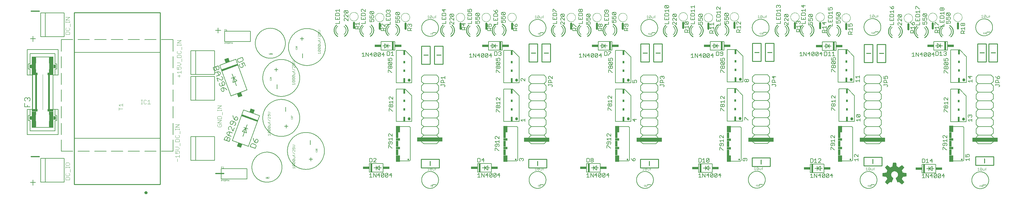
<source format=gto>
G75*
%MOIN*%
%OFA0B0*%
%FSLAX25Y25*%
%IPPOS*%
%LPD*%
%AMOC8*
5,1,8,0,0,1.08239X$1,22.5*
%
%ADD10R,0.29528X0.04921*%
%ADD11C,0.00800*%
%ADD12C,0.01200*%
%ADD13C,0.00600*%
%ADD14C,0.00500*%
%ADD15C,0.01000*%
%ADD16C,0.03400*%
%ADD17R,0.02000X0.05500*%
%ADD18R,0.02000X0.03000*%
%ADD19C,0.02000*%
%ADD20R,0.05000X0.07500*%
%ADD21R,0.03000X0.07000*%
%ADD22R,0.05000X0.03000*%
%ADD23C,0.00100*%
%ADD24C,0.00300*%
%ADD25R,0.02000X0.10000*%
%ADD26R,0.07500X0.03000*%
%ADD27R,0.02000X0.20000*%
%ADD28R,0.04500X0.05000*%
%ADD29C,0.00700*%
%ADD30C,0.02400*%
%ADD31C,0.00400*%
%ADD32C,0.01969*%
%ADD33C,0.00200*%
%ADD34R,0.02000X0.40000*%
%ADD35R,0.06500X0.02500*%
%ADD36R,0.16000X0.01000*%
%ADD37R,0.04500X0.19000*%
%ADD38R,0.03000X0.04000*%
%ADD39R,0.00500X0.04000*%
%ADD40R,0.00500X0.07000*%
%ADD41C,0.00591*%
D10*
X0487484Y0078417D03*
X0611736Y0078063D03*
X0742642Y0078063D03*
X0872563Y0078063D03*
X1002484Y0078063D03*
X1133390Y0078063D03*
D11*
X0025639Y0031510D02*
X0025639Y0025372D01*
X0022569Y0028441D02*
X0028708Y0028441D01*
X0244728Y0032437D02*
X0244728Y0044437D01*
X0274728Y0044437D01*
X0274728Y0032437D01*
X0244728Y0032437D01*
X0280417Y0046311D02*
X0280422Y0046740D01*
X0280438Y0047170D01*
X0280464Y0047598D01*
X0280501Y0048026D01*
X0280549Y0048453D01*
X0280606Y0048879D01*
X0280675Y0049303D01*
X0280753Y0049725D01*
X0280842Y0050145D01*
X0280941Y0050563D01*
X0281051Y0050978D01*
X0281171Y0051391D01*
X0281300Y0051800D01*
X0281440Y0052207D01*
X0281590Y0052609D01*
X0281749Y0053008D01*
X0281918Y0053403D01*
X0282097Y0053793D01*
X0282286Y0054179D01*
X0282483Y0054560D01*
X0282690Y0054937D01*
X0282907Y0055308D01*
X0283132Y0055673D01*
X0283366Y0056033D01*
X0283609Y0056388D01*
X0283861Y0056736D01*
X0284121Y0057078D01*
X0284389Y0057413D01*
X0284666Y0057742D01*
X0284950Y0058063D01*
X0285243Y0058378D01*
X0285543Y0058685D01*
X0285850Y0058985D01*
X0286165Y0059278D01*
X0286486Y0059562D01*
X0286815Y0059839D01*
X0287150Y0060107D01*
X0287492Y0060367D01*
X0287840Y0060619D01*
X0288195Y0060862D01*
X0288555Y0061096D01*
X0288920Y0061321D01*
X0289291Y0061538D01*
X0289668Y0061745D01*
X0290049Y0061942D01*
X0290435Y0062131D01*
X0290825Y0062310D01*
X0291220Y0062479D01*
X0291619Y0062638D01*
X0292021Y0062788D01*
X0292428Y0062928D01*
X0292837Y0063057D01*
X0293250Y0063177D01*
X0293665Y0063287D01*
X0294083Y0063386D01*
X0294503Y0063475D01*
X0294925Y0063553D01*
X0295349Y0063622D01*
X0295775Y0063679D01*
X0296202Y0063727D01*
X0296630Y0063764D01*
X0297058Y0063790D01*
X0297488Y0063806D01*
X0297917Y0063811D01*
X0298346Y0063806D01*
X0298776Y0063790D01*
X0299204Y0063764D01*
X0299632Y0063727D01*
X0300059Y0063679D01*
X0300485Y0063622D01*
X0300909Y0063553D01*
X0301331Y0063475D01*
X0301751Y0063386D01*
X0302169Y0063287D01*
X0302584Y0063177D01*
X0302997Y0063057D01*
X0303406Y0062928D01*
X0303813Y0062788D01*
X0304215Y0062638D01*
X0304614Y0062479D01*
X0305009Y0062310D01*
X0305399Y0062131D01*
X0305785Y0061942D01*
X0306166Y0061745D01*
X0306543Y0061538D01*
X0306914Y0061321D01*
X0307279Y0061096D01*
X0307639Y0060862D01*
X0307994Y0060619D01*
X0308342Y0060367D01*
X0308684Y0060107D01*
X0309019Y0059839D01*
X0309348Y0059562D01*
X0309669Y0059278D01*
X0309984Y0058985D01*
X0310291Y0058685D01*
X0310591Y0058378D01*
X0310884Y0058063D01*
X0311168Y0057742D01*
X0311445Y0057413D01*
X0311713Y0057078D01*
X0311973Y0056736D01*
X0312225Y0056388D01*
X0312468Y0056033D01*
X0312702Y0055673D01*
X0312927Y0055308D01*
X0313144Y0054937D01*
X0313351Y0054560D01*
X0313548Y0054179D01*
X0313737Y0053793D01*
X0313916Y0053403D01*
X0314085Y0053008D01*
X0314244Y0052609D01*
X0314394Y0052207D01*
X0314534Y0051800D01*
X0314663Y0051391D01*
X0314783Y0050978D01*
X0314893Y0050563D01*
X0314992Y0050145D01*
X0315081Y0049725D01*
X0315159Y0049303D01*
X0315228Y0048879D01*
X0315285Y0048453D01*
X0315333Y0048026D01*
X0315370Y0047598D01*
X0315396Y0047170D01*
X0315412Y0046740D01*
X0315417Y0046311D01*
X0315412Y0045882D01*
X0315396Y0045452D01*
X0315370Y0045024D01*
X0315333Y0044596D01*
X0315285Y0044169D01*
X0315228Y0043743D01*
X0315159Y0043319D01*
X0315081Y0042897D01*
X0314992Y0042477D01*
X0314893Y0042059D01*
X0314783Y0041644D01*
X0314663Y0041231D01*
X0314534Y0040822D01*
X0314394Y0040415D01*
X0314244Y0040013D01*
X0314085Y0039614D01*
X0313916Y0039219D01*
X0313737Y0038829D01*
X0313548Y0038443D01*
X0313351Y0038062D01*
X0313144Y0037685D01*
X0312927Y0037314D01*
X0312702Y0036949D01*
X0312468Y0036589D01*
X0312225Y0036234D01*
X0311973Y0035886D01*
X0311713Y0035544D01*
X0311445Y0035209D01*
X0311168Y0034880D01*
X0310884Y0034559D01*
X0310591Y0034244D01*
X0310291Y0033937D01*
X0309984Y0033637D01*
X0309669Y0033344D01*
X0309348Y0033060D01*
X0309019Y0032783D01*
X0308684Y0032515D01*
X0308342Y0032255D01*
X0307994Y0032003D01*
X0307639Y0031760D01*
X0307279Y0031526D01*
X0306914Y0031301D01*
X0306543Y0031084D01*
X0306166Y0030877D01*
X0305785Y0030680D01*
X0305399Y0030491D01*
X0305009Y0030312D01*
X0304614Y0030143D01*
X0304215Y0029984D01*
X0303813Y0029834D01*
X0303406Y0029694D01*
X0302997Y0029565D01*
X0302584Y0029445D01*
X0302169Y0029335D01*
X0301751Y0029236D01*
X0301331Y0029147D01*
X0300909Y0029069D01*
X0300485Y0029000D01*
X0300059Y0028943D01*
X0299632Y0028895D01*
X0299204Y0028858D01*
X0298776Y0028832D01*
X0298346Y0028816D01*
X0297917Y0028811D01*
X0297488Y0028816D01*
X0297058Y0028832D01*
X0296630Y0028858D01*
X0296202Y0028895D01*
X0295775Y0028943D01*
X0295349Y0029000D01*
X0294925Y0029069D01*
X0294503Y0029147D01*
X0294083Y0029236D01*
X0293665Y0029335D01*
X0293250Y0029445D01*
X0292837Y0029565D01*
X0292428Y0029694D01*
X0292021Y0029834D01*
X0291619Y0029984D01*
X0291220Y0030143D01*
X0290825Y0030312D01*
X0290435Y0030491D01*
X0290049Y0030680D01*
X0289668Y0030877D01*
X0289291Y0031084D01*
X0288920Y0031301D01*
X0288555Y0031526D01*
X0288195Y0031760D01*
X0287840Y0032003D01*
X0287492Y0032255D01*
X0287150Y0032515D01*
X0286815Y0032783D01*
X0286486Y0033060D01*
X0286165Y0033344D01*
X0285850Y0033637D01*
X0285543Y0033937D01*
X0285243Y0034244D01*
X0284950Y0034559D01*
X0284666Y0034880D01*
X0284389Y0035209D01*
X0284121Y0035544D01*
X0283861Y0035886D01*
X0283609Y0036234D01*
X0283366Y0036589D01*
X0283132Y0036949D01*
X0282907Y0037314D01*
X0282690Y0037685D01*
X0282483Y0038062D01*
X0282286Y0038443D01*
X0282097Y0038829D01*
X0281918Y0039219D01*
X0281749Y0039614D01*
X0281590Y0040013D01*
X0281440Y0040415D01*
X0281300Y0040822D01*
X0281171Y0041231D01*
X0281051Y0041644D01*
X0280941Y0042059D01*
X0280842Y0042477D01*
X0280753Y0042897D01*
X0280675Y0043319D01*
X0280606Y0043743D01*
X0280549Y0044169D01*
X0280501Y0044596D01*
X0280464Y0045024D01*
X0280438Y0045452D01*
X0280422Y0045882D01*
X0280417Y0046311D01*
X0347165Y0055484D02*
X0351165Y0055484D01*
X0349165Y0053484D02*
X0349165Y0057484D01*
X0321772Y0065209D02*
X0321778Y0065737D01*
X0321798Y0066264D01*
X0321830Y0066791D01*
X0321876Y0067316D01*
X0321934Y0067841D01*
X0322005Y0068364D01*
X0322089Y0068885D01*
X0322185Y0069403D01*
X0322294Y0069920D01*
X0322416Y0070433D01*
X0322551Y0070943D01*
X0322698Y0071450D01*
X0322857Y0071953D01*
X0323029Y0072452D01*
X0323213Y0072947D01*
X0323409Y0073437D01*
X0323616Y0073922D01*
X0323836Y0074401D01*
X0324068Y0074876D01*
X0324311Y0075344D01*
X0324565Y0075806D01*
X0324831Y0076262D01*
X0325108Y0076711D01*
X0325395Y0077154D01*
X0325694Y0077589D01*
X0326003Y0078017D01*
X0326323Y0078436D01*
X0326652Y0078848D01*
X0326992Y0079252D01*
X0327342Y0079648D01*
X0327701Y0080034D01*
X0328069Y0080412D01*
X0328447Y0080780D01*
X0328833Y0081139D01*
X0329229Y0081489D01*
X0329633Y0081829D01*
X0330045Y0082158D01*
X0330464Y0082478D01*
X0330892Y0082787D01*
X0331327Y0083086D01*
X0331770Y0083373D01*
X0332219Y0083650D01*
X0332675Y0083916D01*
X0333137Y0084170D01*
X0333605Y0084413D01*
X0334080Y0084645D01*
X0334559Y0084865D01*
X0335044Y0085072D01*
X0335534Y0085268D01*
X0336029Y0085452D01*
X0336528Y0085624D01*
X0337031Y0085783D01*
X0337538Y0085930D01*
X0338048Y0086065D01*
X0338561Y0086187D01*
X0339078Y0086296D01*
X0339596Y0086392D01*
X0340117Y0086476D01*
X0340640Y0086547D01*
X0341165Y0086605D01*
X0341690Y0086651D01*
X0342217Y0086683D01*
X0342744Y0086703D01*
X0343272Y0086709D01*
X0343800Y0086703D01*
X0344327Y0086683D01*
X0344854Y0086651D01*
X0345379Y0086605D01*
X0345904Y0086547D01*
X0346427Y0086476D01*
X0346948Y0086392D01*
X0347466Y0086296D01*
X0347983Y0086187D01*
X0348496Y0086065D01*
X0349006Y0085930D01*
X0349513Y0085783D01*
X0350016Y0085624D01*
X0350515Y0085452D01*
X0351010Y0085268D01*
X0351500Y0085072D01*
X0351985Y0084865D01*
X0352464Y0084645D01*
X0352939Y0084413D01*
X0353407Y0084170D01*
X0353869Y0083916D01*
X0354325Y0083650D01*
X0354774Y0083373D01*
X0355217Y0083086D01*
X0355652Y0082787D01*
X0356080Y0082478D01*
X0356499Y0082158D01*
X0356911Y0081829D01*
X0357315Y0081489D01*
X0357711Y0081139D01*
X0358097Y0080780D01*
X0358475Y0080412D01*
X0358843Y0080034D01*
X0359202Y0079648D01*
X0359552Y0079252D01*
X0359892Y0078848D01*
X0360221Y0078436D01*
X0360541Y0078017D01*
X0360850Y0077589D01*
X0361149Y0077154D01*
X0361436Y0076711D01*
X0361713Y0076262D01*
X0361979Y0075806D01*
X0362233Y0075344D01*
X0362476Y0074876D01*
X0362708Y0074401D01*
X0362928Y0073922D01*
X0363135Y0073437D01*
X0363331Y0072947D01*
X0363515Y0072452D01*
X0363687Y0071953D01*
X0363846Y0071450D01*
X0363993Y0070943D01*
X0364128Y0070433D01*
X0364250Y0069920D01*
X0364359Y0069403D01*
X0364455Y0068885D01*
X0364539Y0068364D01*
X0364610Y0067841D01*
X0364668Y0067316D01*
X0364714Y0066791D01*
X0364746Y0066264D01*
X0364766Y0065737D01*
X0364772Y0065209D01*
X0364766Y0064681D01*
X0364746Y0064154D01*
X0364714Y0063627D01*
X0364668Y0063102D01*
X0364610Y0062577D01*
X0364539Y0062054D01*
X0364455Y0061533D01*
X0364359Y0061015D01*
X0364250Y0060498D01*
X0364128Y0059985D01*
X0363993Y0059475D01*
X0363846Y0058968D01*
X0363687Y0058465D01*
X0363515Y0057966D01*
X0363331Y0057471D01*
X0363135Y0056981D01*
X0362928Y0056496D01*
X0362708Y0056017D01*
X0362476Y0055542D01*
X0362233Y0055074D01*
X0361979Y0054612D01*
X0361713Y0054156D01*
X0361436Y0053707D01*
X0361149Y0053264D01*
X0360850Y0052829D01*
X0360541Y0052401D01*
X0360221Y0051982D01*
X0359892Y0051570D01*
X0359552Y0051166D01*
X0359202Y0050770D01*
X0358843Y0050384D01*
X0358475Y0050006D01*
X0358097Y0049638D01*
X0357711Y0049279D01*
X0357315Y0048929D01*
X0356911Y0048589D01*
X0356499Y0048260D01*
X0356080Y0047940D01*
X0355652Y0047631D01*
X0355217Y0047332D01*
X0354774Y0047045D01*
X0354325Y0046768D01*
X0353869Y0046502D01*
X0353407Y0046248D01*
X0352939Y0046005D01*
X0352464Y0045773D01*
X0351985Y0045553D01*
X0351500Y0045346D01*
X0351010Y0045150D01*
X0350515Y0044966D01*
X0350016Y0044794D01*
X0349513Y0044635D01*
X0349006Y0044488D01*
X0348496Y0044353D01*
X0347983Y0044231D01*
X0347466Y0044122D01*
X0346948Y0044026D01*
X0346427Y0043942D01*
X0345904Y0043871D01*
X0345379Y0043813D01*
X0344854Y0043767D01*
X0344327Y0043735D01*
X0343800Y0043715D01*
X0343272Y0043709D01*
X0342744Y0043715D01*
X0342217Y0043735D01*
X0341690Y0043767D01*
X0341165Y0043813D01*
X0340640Y0043871D01*
X0340117Y0043942D01*
X0339596Y0044026D01*
X0339078Y0044122D01*
X0338561Y0044231D01*
X0338048Y0044353D01*
X0337538Y0044488D01*
X0337031Y0044635D01*
X0336528Y0044794D01*
X0336029Y0044966D01*
X0335534Y0045150D01*
X0335044Y0045346D01*
X0334559Y0045553D01*
X0334080Y0045773D01*
X0333605Y0046005D01*
X0333137Y0046248D01*
X0332675Y0046502D01*
X0332219Y0046768D01*
X0331770Y0047045D01*
X0331327Y0047332D01*
X0330892Y0047631D01*
X0330464Y0047940D01*
X0330045Y0048260D01*
X0329633Y0048589D01*
X0329229Y0048929D01*
X0328833Y0049279D01*
X0328447Y0049638D01*
X0328069Y0050006D01*
X0327701Y0050384D01*
X0327342Y0050770D01*
X0326992Y0051166D01*
X0326652Y0051570D01*
X0326323Y0051982D01*
X0326003Y0052401D01*
X0325694Y0052829D01*
X0325395Y0053264D01*
X0325108Y0053707D01*
X0324831Y0054156D01*
X0324565Y0054612D01*
X0324311Y0055074D01*
X0324068Y0055542D01*
X0323836Y0056017D01*
X0323616Y0056496D01*
X0323409Y0056981D01*
X0323213Y0057471D01*
X0323029Y0057966D01*
X0322857Y0058465D01*
X0322698Y0058968D01*
X0322551Y0059475D01*
X0322416Y0059985D01*
X0322294Y0060498D01*
X0322185Y0061015D01*
X0322089Y0061533D01*
X0322005Y0062054D01*
X0321934Y0062577D01*
X0321876Y0063102D01*
X0321830Y0063627D01*
X0321798Y0064154D01*
X0321778Y0064681D01*
X0321772Y0065209D01*
X0348272Y0072709D02*
X0348272Y0077709D01*
X0320425Y0091862D02*
X0320425Y0095862D01*
X0322425Y0093862D02*
X0318425Y0093862D01*
X0293031Y0103587D02*
X0293037Y0104115D01*
X0293057Y0104642D01*
X0293089Y0105169D01*
X0293135Y0105694D01*
X0293193Y0106219D01*
X0293264Y0106742D01*
X0293348Y0107263D01*
X0293444Y0107781D01*
X0293553Y0108298D01*
X0293675Y0108811D01*
X0293810Y0109321D01*
X0293957Y0109828D01*
X0294116Y0110331D01*
X0294288Y0110830D01*
X0294472Y0111325D01*
X0294668Y0111815D01*
X0294875Y0112300D01*
X0295095Y0112779D01*
X0295327Y0113254D01*
X0295570Y0113722D01*
X0295824Y0114184D01*
X0296090Y0114640D01*
X0296367Y0115089D01*
X0296654Y0115532D01*
X0296953Y0115967D01*
X0297262Y0116395D01*
X0297582Y0116814D01*
X0297911Y0117226D01*
X0298251Y0117630D01*
X0298601Y0118026D01*
X0298960Y0118412D01*
X0299328Y0118790D01*
X0299706Y0119158D01*
X0300092Y0119517D01*
X0300488Y0119867D01*
X0300892Y0120207D01*
X0301304Y0120536D01*
X0301723Y0120856D01*
X0302151Y0121165D01*
X0302586Y0121464D01*
X0303029Y0121751D01*
X0303478Y0122028D01*
X0303934Y0122294D01*
X0304396Y0122548D01*
X0304864Y0122791D01*
X0305339Y0123023D01*
X0305818Y0123243D01*
X0306303Y0123450D01*
X0306793Y0123646D01*
X0307288Y0123830D01*
X0307787Y0124002D01*
X0308290Y0124161D01*
X0308797Y0124308D01*
X0309307Y0124443D01*
X0309820Y0124565D01*
X0310337Y0124674D01*
X0310855Y0124770D01*
X0311376Y0124854D01*
X0311899Y0124925D01*
X0312424Y0124983D01*
X0312949Y0125029D01*
X0313476Y0125061D01*
X0314003Y0125081D01*
X0314531Y0125087D01*
X0315059Y0125081D01*
X0315586Y0125061D01*
X0316113Y0125029D01*
X0316638Y0124983D01*
X0317163Y0124925D01*
X0317686Y0124854D01*
X0318207Y0124770D01*
X0318725Y0124674D01*
X0319242Y0124565D01*
X0319755Y0124443D01*
X0320265Y0124308D01*
X0320772Y0124161D01*
X0321275Y0124002D01*
X0321774Y0123830D01*
X0322269Y0123646D01*
X0322759Y0123450D01*
X0323244Y0123243D01*
X0323723Y0123023D01*
X0324198Y0122791D01*
X0324666Y0122548D01*
X0325128Y0122294D01*
X0325584Y0122028D01*
X0326033Y0121751D01*
X0326476Y0121464D01*
X0326911Y0121165D01*
X0327339Y0120856D01*
X0327758Y0120536D01*
X0328170Y0120207D01*
X0328574Y0119867D01*
X0328970Y0119517D01*
X0329356Y0119158D01*
X0329734Y0118790D01*
X0330102Y0118412D01*
X0330461Y0118026D01*
X0330811Y0117630D01*
X0331151Y0117226D01*
X0331480Y0116814D01*
X0331800Y0116395D01*
X0332109Y0115967D01*
X0332408Y0115532D01*
X0332695Y0115089D01*
X0332972Y0114640D01*
X0333238Y0114184D01*
X0333492Y0113722D01*
X0333735Y0113254D01*
X0333967Y0112779D01*
X0334187Y0112300D01*
X0334394Y0111815D01*
X0334590Y0111325D01*
X0334774Y0110830D01*
X0334946Y0110331D01*
X0335105Y0109828D01*
X0335252Y0109321D01*
X0335387Y0108811D01*
X0335509Y0108298D01*
X0335618Y0107781D01*
X0335714Y0107263D01*
X0335798Y0106742D01*
X0335869Y0106219D01*
X0335927Y0105694D01*
X0335973Y0105169D01*
X0336005Y0104642D01*
X0336025Y0104115D01*
X0336031Y0103587D01*
X0336025Y0103059D01*
X0336005Y0102532D01*
X0335973Y0102005D01*
X0335927Y0101480D01*
X0335869Y0100955D01*
X0335798Y0100432D01*
X0335714Y0099911D01*
X0335618Y0099393D01*
X0335509Y0098876D01*
X0335387Y0098363D01*
X0335252Y0097853D01*
X0335105Y0097346D01*
X0334946Y0096843D01*
X0334774Y0096344D01*
X0334590Y0095849D01*
X0334394Y0095359D01*
X0334187Y0094874D01*
X0333967Y0094395D01*
X0333735Y0093920D01*
X0333492Y0093452D01*
X0333238Y0092990D01*
X0332972Y0092534D01*
X0332695Y0092085D01*
X0332408Y0091642D01*
X0332109Y0091207D01*
X0331800Y0090779D01*
X0331480Y0090360D01*
X0331151Y0089948D01*
X0330811Y0089544D01*
X0330461Y0089148D01*
X0330102Y0088762D01*
X0329734Y0088384D01*
X0329356Y0088016D01*
X0328970Y0087657D01*
X0328574Y0087307D01*
X0328170Y0086967D01*
X0327758Y0086638D01*
X0327339Y0086318D01*
X0326911Y0086009D01*
X0326476Y0085710D01*
X0326033Y0085423D01*
X0325584Y0085146D01*
X0325128Y0084880D01*
X0324666Y0084626D01*
X0324198Y0084383D01*
X0323723Y0084151D01*
X0323244Y0083931D01*
X0322759Y0083724D01*
X0322269Y0083528D01*
X0321774Y0083344D01*
X0321275Y0083172D01*
X0320772Y0083013D01*
X0320265Y0082866D01*
X0319755Y0082731D01*
X0319242Y0082609D01*
X0318725Y0082500D01*
X0318207Y0082404D01*
X0317686Y0082320D01*
X0317163Y0082249D01*
X0316638Y0082191D01*
X0316113Y0082145D01*
X0315586Y0082113D01*
X0315059Y0082093D01*
X0314531Y0082087D01*
X0314003Y0082093D01*
X0313476Y0082113D01*
X0312949Y0082145D01*
X0312424Y0082191D01*
X0311899Y0082249D01*
X0311376Y0082320D01*
X0310855Y0082404D01*
X0310337Y0082500D01*
X0309820Y0082609D01*
X0309307Y0082731D01*
X0308797Y0082866D01*
X0308290Y0083013D01*
X0307787Y0083172D01*
X0307288Y0083344D01*
X0306793Y0083528D01*
X0306303Y0083724D01*
X0305818Y0083931D01*
X0305339Y0084151D01*
X0304864Y0084383D01*
X0304396Y0084626D01*
X0303934Y0084880D01*
X0303478Y0085146D01*
X0303029Y0085423D01*
X0302586Y0085710D01*
X0302151Y0086009D01*
X0301723Y0086318D01*
X0301304Y0086638D01*
X0300892Y0086967D01*
X0300488Y0087307D01*
X0300092Y0087657D01*
X0299706Y0088016D01*
X0299328Y0088384D01*
X0298960Y0088762D01*
X0298601Y0089148D01*
X0298251Y0089544D01*
X0297911Y0089948D01*
X0297582Y0090360D01*
X0297262Y0090779D01*
X0296953Y0091207D01*
X0296654Y0091642D01*
X0296367Y0092085D01*
X0296090Y0092534D01*
X0295824Y0092990D01*
X0295570Y0093452D01*
X0295327Y0093920D01*
X0295095Y0094395D01*
X0294875Y0094874D01*
X0294668Y0095359D01*
X0294472Y0095849D01*
X0294288Y0096344D01*
X0294116Y0096843D01*
X0293957Y0097346D01*
X0293810Y0097853D01*
X0293675Y0098363D01*
X0293553Y0098876D01*
X0293444Y0099393D01*
X0293348Y0099911D01*
X0293264Y0100432D01*
X0293193Y0100955D01*
X0293135Y0101480D01*
X0293089Y0102005D01*
X0293057Y0102532D01*
X0293037Y0103059D01*
X0293031Y0103587D01*
X0319531Y0111087D02*
X0319531Y0116087D01*
X0309531Y0137654D02*
X0309531Y0142654D01*
X0293031Y0150154D02*
X0293037Y0150682D01*
X0293057Y0151209D01*
X0293089Y0151736D01*
X0293135Y0152261D01*
X0293193Y0152786D01*
X0293264Y0153309D01*
X0293348Y0153830D01*
X0293444Y0154348D01*
X0293553Y0154865D01*
X0293675Y0155378D01*
X0293810Y0155888D01*
X0293957Y0156395D01*
X0294116Y0156898D01*
X0294288Y0157397D01*
X0294472Y0157892D01*
X0294668Y0158382D01*
X0294875Y0158867D01*
X0295095Y0159346D01*
X0295327Y0159821D01*
X0295570Y0160289D01*
X0295824Y0160751D01*
X0296090Y0161207D01*
X0296367Y0161656D01*
X0296654Y0162099D01*
X0296953Y0162534D01*
X0297262Y0162962D01*
X0297582Y0163381D01*
X0297911Y0163793D01*
X0298251Y0164197D01*
X0298601Y0164593D01*
X0298960Y0164979D01*
X0299328Y0165357D01*
X0299706Y0165725D01*
X0300092Y0166084D01*
X0300488Y0166434D01*
X0300892Y0166774D01*
X0301304Y0167103D01*
X0301723Y0167423D01*
X0302151Y0167732D01*
X0302586Y0168031D01*
X0303029Y0168318D01*
X0303478Y0168595D01*
X0303934Y0168861D01*
X0304396Y0169115D01*
X0304864Y0169358D01*
X0305339Y0169590D01*
X0305818Y0169810D01*
X0306303Y0170017D01*
X0306793Y0170213D01*
X0307288Y0170397D01*
X0307787Y0170569D01*
X0308290Y0170728D01*
X0308797Y0170875D01*
X0309307Y0171010D01*
X0309820Y0171132D01*
X0310337Y0171241D01*
X0310855Y0171337D01*
X0311376Y0171421D01*
X0311899Y0171492D01*
X0312424Y0171550D01*
X0312949Y0171596D01*
X0313476Y0171628D01*
X0314003Y0171648D01*
X0314531Y0171654D01*
X0315059Y0171648D01*
X0315586Y0171628D01*
X0316113Y0171596D01*
X0316638Y0171550D01*
X0317163Y0171492D01*
X0317686Y0171421D01*
X0318207Y0171337D01*
X0318725Y0171241D01*
X0319242Y0171132D01*
X0319755Y0171010D01*
X0320265Y0170875D01*
X0320772Y0170728D01*
X0321275Y0170569D01*
X0321774Y0170397D01*
X0322269Y0170213D01*
X0322759Y0170017D01*
X0323244Y0169810D01*
X0323723Y0169590D01*
X0324198Y0169358D01*
X0324666Y0169115D01*
X0325128Y0168861D01*
X0325584Y0168595D01*
X0326033Y0168318D01*
X0326476Y0168031D01*
X0326911Y0167732D01*
X0327339Y0167423D01*
X0327758Y0167103D01*
X0328170Y0166774D01*
X0328574Y0166434D01*
X0328970Y0166084D01*
X0329356Y0165725D01*
X0329734Y0165357D01*
X0330102Y0164979D01*
X0330461Y0164593D01*
X0330811Y0164197D01*
X0331151Y0163793D01*
X0331480Y0163381D01*
X0331800Y0162962D01*
X0332109Y0162534D01*
X0332408Y0162099D01*
X0332695Y0161656D01*
X0332972Y0161207D01*
X0333238Y0160751D01*
X0333492Y0160289D01*
X0333735Y0159821D01*
X0333967Y0159346D01*
X0334187Y0158867D01*
X0334394Y0158382D01*
X0334590Y0157892D01*
X0334774Y0157397D01*
X0334946Y0156898D01*
X0335105Y0156395D01*
X0335252Y0155888D01*
X0335387Y0155378D01*
X0335509Y0154865D01*
X0335618Y0154348D01*
X0335714Y0153830D01*
X0335798Y0153309D01*
X0335869Y0152786D01*
X0335927Y0152261D01*
X0335973Y0151736D01*
X0336005Y0151209D01*
X0336025Y0150682D01*
X0336031Y0150154D01*
X0336025Y0149626D01*
X0336005Y0149099D01*
X0335973Y0148572D01*
X0335927Y0148047D01*
X0335869Y0147522D01*
X0335798Y0146999D01*
X0335714Y0146478D01*
X0335618Y0145960D01*
X0335509Y0145443D01*
X0335387Y0144930D01*
X0335252Y0144420D01*
X0335105Y0143913D01*
X0334946Y0143410D01*
X0334774Y0142911D01*
X0334590Y0142416D01*
X0334394Y0141926D01*
X0334187Y0141441D01*
X0333967Y0140962D01*
X0333735Y0140487D01*
X0333492Y0140019D01*
X0333238Y0139557D01*
X0332972Y0139101D01*
X0332695Y0138652D01*
X0332408Y0138209D01*
X0332109Y0137774D01*
X0331800Y0137346D01*
X0331480Y0136927D01*
X0331151Y0136515D01*
X0330811Y0136111D01*
X0330461Y0135715D01*
X0330102Y0135329D01*
X0329734Y0134951D01*
X0329356Y0134583D01*
X0328970Y0134224D01*
X0328574Y0133874D01*
X0328170Y0133534D01*
X0327758Y0133205D01*
X0327339Y0132885D01*
X0326911Y0132576D01*
X0326476Y0132277D01*
X0326033Y0131990D01*
X0325584Y0131713D01*
X0325128Y0131447D01*
X0324666Y0131193D01*
X0324198Y0130950D01*
X0323723Y0130718D01*
X0323244Y0130498D01*
X0322759Y0130291D01*
X0322269Y0130095D01*
X0321774Y0129911D01*
X0321275Y0129739D01*
X0320772Y0129580D01*
X0320265Y0129433D01*
X0319755Y0129298D01*
X0319242Y0129176D01*
X0318725Y0129067D01*
X0318207Y0128971D01*
X0317686Y0128887D01*
X0317163Y0128816D01*
X0316638Y0128758D01*
X0316113Y0128712D01*
X0315586Y0128680D01*
X0315059Y0128660D01*
X0314531Y0128654D01*
X0314003Y0128660D01*
X0313476Y0128680D01*
X0312949Y0128712D01*
X0312424Y0128758D01*
X0311899Y0128816D01*
X0311376Y0128887D01*
X0310855Y0128971D01*
X0310337Y0129067D01*
X0309820Y0129176D01*
X0309307Y0129298D01*
X0308797Y0129433D01*
X0308290Y0129580D01*
X0307787Y0129739D01*
X0307288Y0129911D01*
X0306793Y0130095D01*
X0306303Y0130291D01*
X0305818Y0130498D01*
X0305339Y0130718D01*
X0304864Y0130950D01*
X0304396Y0131193D01*
X0303934Y0131447D01*
X0303478Y0131713D01*
X0303029Y0131990D01*
X0302586Y0132277D01*
X0302151Y0132576D01*
X0301723Y0132885D01*
X0301304Y0133205D01*
X0300892Y0133534D01*
X0300488Y0133874D01*
X0300092Y0134224D01*
X0299706Y0134583D01*
X0299328Y0134951D01*
X0298960Y0135329D01*
X0298601Y0135715D01*
X0298251Y0136111D01*
X0297911Y0136515D01*
X0297582Y0136927D01*
X0297262Y0137346D01*
X0296953Y0137774D01*
X0296654Y0138209D01*
X0296367Y0138652D01*
X0296090Y0139101D01*
X0295824Y0139557D01*
X0295570Y0140019D01*
X0295327Y0140487D01*
X0295095Y0140962D01*
X0294875Y0141441D01*
X0294668Y0141926D01*
X0294472Y0142416D01*
X0294288Y0142911D01*
X0294116Y0143410D01*
X0293957Y0143913D01*
X0293810Y0144420D01*
X0293675Y0144930D01*
X0293553Y0145443D01*
X0293444Y0145960D01*
X0293348Y0146478D01*
X0293264Y0146999D01*
X0293193Y0147522D01*
X0293135Y0148047D01*
X0293089Y0148572D01*
X0293057Y0149099D01*
X0293037Y0149626D01*
X0293031Y0150154D01*
X0308638Y0157878D02*
X0308638Y0161878D01*
X0306638Y0159878D02*
X0310638Y0159878D01*
X0339453Y0173669D02*
X0339453Y0178669D01*
X0322953Y0186169D02*
X0322959Y0186697D01*
X0322979Y0187224D01*
X0323011Y0187751D01*
X0323057Y0188276D01*
X0323115Y0188801D01*
X0323186Y0189324D01*
X0323270Y0189845D01*
X0323366Y0190363D01*
X0323475Y0190880D01*
X0323597Y0191393D01*
X0323732Y0191903D01*
X0323879Y0192410D01*
X0324038Y0192913D01*
X0324210Y0193412D01*
X0324394Y0193907D01*
X0324590Y0194397D01*
X0324797Y0194882D01*
X0325017Y0195361D01*
X0325249Y0195836D01*
X0325492Y0196304D01*
X0325746Y0196766D01*
X0326012Y0197222D01*
X0326289Y0197671D01*
X0326576Y0198114D01*
X0326875Y0198549D01*
X0327184Y0198977D01*
X0327504Y0199396D01*
X0327833Y0199808D01*
X0328173Y0200212D01*
X0328523Y0200608D01*
X0328882Y0200994D01*
X0329250Y0201372D01*
X0329628Y0201740D01*
X0330014Y0202099D01*
X0330410Y0202449D01*
X0330814Y0202789D01*
X0331226Y0203118D01*
X0331645Y0203438D01*
X0332073Y0203747D01*
X0332508Y0204046D01*
X0332951Y0204333D01*
X0333400Y0204610D01*
X0333856Y0204876D01*
X0334318Y0205130D01*
X0334786Y0205373D01*
X0335261Y0205605D01*
X0335740Y0205825D01*
X0336225Y0206032D01*
X0336715Y0206228D01*
X0337210Y0206412D01*
X0337709Y0206584D01*
X0338212Y0206743D01*
X0338719Y0206890D01*
X0339229Y0207025D01*
X0339742Y0207147D01*
X0340259Y0207256D01*
X0340777Y0207352D01*
X0341298Y0207436D01*
X0341821Y0207507D01*
X0342346Y0207565D01*
X0342871Y0207611D01*
X0343398Y0207643D01*
X0343925Y0207663D01*
X0344453Y0207669D01*
X0344981Y0207663D01*
X0345508Y0207643D01*
X0346035Y0207611D01*
X0346560Y0207565D01*
X0347085Y0207507D01*
X0347608Y0207436D01*
X0348129Y0207352D01*
X0348647Y0207256D01*
X0349164Y0207147D01*
X0349677Y0207025D01*
X0350187Y0206890D01*
X0350694Y0206743D01*
X0351197Y0206584D01*
X0351696Y0206412D01*
X0352191Y0206228D01*
X0352681Y0206032D01*
X0353166Y0205825D01*
X0353645Y0205605D01*
X0354120Y0205373D01*
X0354588Y0205130D01*
X0355050Y0204876D01*
X0355506Y0204610D01*
X0355955Y0204333D01*
X0356398Y0204046D01*
X0356833Y0203747D01*
X0357261Y0203438D01*
X0357680Y0203118D01*
X0358092Y0202789D01*
X0358496Y0202449D01*
X0358892Y0202099D01*
X0359278Y0201740D01*
X0359656Y0201372D01*
X0360024Y0200994D01*
X0360383Y0200608D01*
X0360733Y0200212D01*
X0361073Y0199808D01*
X0361402Y0199396D01*
X0361722Y0198977D01*
X0362031Y0198549D01*
X0362330Y0198114D01*
X0362617Y0197671D01*
X0362894Y0197222D01*
X0363160Y0196766D01*
X0363414Y0196304D01*
X0363657Y0195836D01*
X0363889Y0195361D01*
X0364109Y0194882D01*
X0364316Y0194397D01*
X0364512Y0193907D01*
X0364696Y0193412D01*
X0364868Y0192913D01*
X0365027Y0192410D01*
X0365174Y0191903D01*
X0365309Y0191393D01*
X0365431Y0190880D01*
X0365540Y0190363D01*
X0365636Y0189845D01*
X0365720Y0189324D01*
X0365791Y0188801D01*
X0365849Y0188276D01*
X0365895Y0187751D01*
X0365927Y0187224D01*
X0365947Y0186697D01*
X0365953Y0186169D01*
X0365947Y0185641D01*
X0365927Y0185114D01*
X0365895Y0184587D01*
X0365849Y0184062D01*
X0365791Y0183537D01*
X0365720Y0183014D01*
X0365636Y0182493D01*
X0365540Y0181975D01*
X0365431Y0181458D01*
X0365309Y0180945D01*
X0365174Y0180435D01*
X0365027Y0179928D01*
X0364868Y0179425D01*
X0364696Y0178926D01*
X0364512Y0178431D01*
X0364316Y0177941D01*
X0364109Y0177456D01*
X0363889Y0176977D01*
X0363657Y0176502D01*
X0363414Y0176034D01*
X0363160Y0175572D01*
X0362894Y0175116D01*
X0362617Y0174667D01*
X0362330Y0174224D01*
X0362031Y0173789D01*
X0361722Y0173361D01*
X0361402Y0172942D01*
X0361073Y0172530D01*
X0360733Y0172126D01*
X0360383Y0171730D01*
X0360024Y0171344D01*
X0359656Y0170966D01*
X0359278Y0170598D01*
X0358892Y0170239D01*
X0358496Y0169889D01*
X0358092Y0169549D01*
X0357680Y0169220D01*
X0357261Y0168900D01*
X0356833Y0168591D01*
X0356398Y0168292D01*
X0355955Y0168005D01*
X0355506Y0167728D01*
X0355050Y0167462D01*
X0354588Y0167208D01*
X0354120Y0166965D01*
X0353645Y0166733D01*
X0353166Y0166513D01*
X0352681Y0166306D01*
X0352191Y0166110D01*
X0351696Y0165926D01*
X0351197Y0165754D01*
X0350694Y0165595D01*
X0350187Y0165448D01*
X0349677Y0165313D01*
X0349164Y0165191D01*
X0348647Y0165082D01*
X0348129Y0164986D01*
X0347608Y0164902D01*
X0347085Y0164831D01*
X0346560Y0164773D01*
X0346035Y0164727D01*
X0345508Y0164695D01*
X0344981Y0164675D01*
X0344453Y0164669D01*
X0343925Y0164675D01*
X0343398Y0164695D01*
X0342871Y0164727D01*
X0342346Y0164773D01*
X0341821Y0164831D01*
X0341298Y0164902D01*
X0340777Y0164986D01*
X0340259Y0165082D01*
X0339742Y0165191D01*
X0339229Y0165313D01*
X0338719Y0165448D01*
X0338212Y0165595D01*
X0337709Y0165754D01*
X0337210Y0165926D01*
X0336715Y0166110D01*
X0336225Y0166306D01*
X0335740Y0166513D01*
X0335261Y0166733D01*
X0334786Y0166965D01*
X0334318Y0167208D01*
X0333856Y0167462D01*
X0333400Y0167728D01*
X0332951Y0168005D01*
X0332508Y0168292D01*
X0332073Y0168591D01*
X0331645Y0168900D01*
X0331226Y0169220D01*
X0330814Y0169549D01*
X0330410Y0169889D01*
X0330014Y0170239D01*
X0329628Y0170598D01*
X0329250Y0170966D01*
X0328882Y0171344D01*
X0328523Y0171730D01*
X0328173Y0172126D01*
X0327833Y0172530D01*
X0327504Y0172942D01*
X0327184Y0173361D01*
X0326875Y0173789D01*
X0326576Y0174224D01*
X0326289Y0174667D01*
X0326012Y0175116D01*
X0325746Y0175572D01*
X0325492Y0176034D01*
X0325249Y0176502D01*
X0325017Y0176977D01*
X0324797Y0177456D01*
X0324590Y0177941D01*
X0324394Y0178431D01*
X0324210Y0178926D01*
X0324038Y0179425D01*
X0323879Y0179928D01*
X0323732Y0180435D01*
X0323597Y0180945D01*
X0323475Y0181458D01*
X0323366Y0181975D01*
X0323270Y0182493D01*
X0323186Y0183014D01*
X0323115Y0183537D01*
X0323057Y0184062D01*
X0323011Y0184587D01*
X0322979Y0185114D01*
X0322959Y0185641D01*
X0322953Y0186169D01*
X0284354Y0190563D02*
X0284359Y0190992D01*
X0284375Y0191422D01*
X0284401Y0191850D01*
X0284438Y0192278D01*
X0284486Y0192705D01*
X0284543Y0193131D01*
X0284612Y0193555D01*
X0284690Y0193977D01*
X0284779Y0194397D01*
X0284878Y0194815D01*
X0284988Y0195230D01*
X0285108Y0195643D01*
X0285237Y0196052D01*
X0285377Y0196459D01*
X0285527Y0196861D01*
X0285686Y0197260D01*
X0285855Y0197655D01*
X0286034Y0198045D01*
X0286223Y0198431D01*
X0286420Y0198812D01*
X0286627Y0199189D01*
X0286844Y0199560D01*
X0287069Y0199925D01*
X0287303Y0200285D01*
X0287546Y0200640D01*
X0287798Y0200988D01*
X0288058Y0201330D01*
X0288326Y0201665D01*
X0288603Y0201994D01*
X0288887Y0202315D01*
X0289180Y0202630D01*
X0289480Y0202937D01*
X0289787Y0203237D01*
X0290102Y0203530D01*
X0290423Y0203814D01*
X0290752Y0204091D01*
X0291087Y0204359D01*
X0291429Y0204619D01*
X0291777Y0204871D01*
X0292132Y0205114D01*
X0292492Y0205348D01*
X0292857Y0205573D01*
X0293228Y0205790D01*
X0293605Y0205997D01*
X0293986Y0206194D01*
X0294372Y0206383D01*
X0294762Y0206562D01*
X0295157Y0206731D01*
X0295556Y0206890D01*
X0295958Y0207040D01*
X0296365Y0207180D01*
X0296774Y0207309D01*
X0297187Y0207429D01*
X0297602Y0207539D01*
X0298020Y0207638D01*
X0298440Y0207727D01*
X0298862Y0207805D01*
X0299286Y0207874D01*
X0299712Y0207931D01*
X0300139Y0207979D01*
X0300567Y0208016D01*
X0300995Y0208042D01*
X0301425Y0208058D01*
X0301854Y0208063D01*
X0302283Y0208058D01*
X0302713Y0208042D01*
X0303141Y0208016D01*
X0303569Y0207979D01*
X0303996Y0207931D01*
X0304422Y0207874D01*
X0304846Y0207805D01*
X0305268Y0207727D01*
X0305688Y0207638D01*
X0306106Y0207539D01*
X0306521Y0207429D01*
X0306934Y0207309D01*
X0307343Y0207180D01*
X0307750Y0207040D01*
X0308152Y0206890D01*
X0308551Y0206731D01*
X0308946Y0206562D01*
X0309336Y0206383D01*
X0309722Y0206194D01*
X0310103Y0205997D01*
X0310480Y0205790D01*
X0310851Y0205573D01*
X0311216Y0205348D01*
X0311576Y0205114D01*
X0311931Y0204871D01*
X0312279Y0204619D01*
X0312621Y0204359D01*
X0312956Y0204091D01*
X0313285Y0203814D01*
X0313606Y0203530D01*
X0313921Y0203237D01*
X0314228Y0202937D01*
X0314528Y0202630D01*
X0314821Y0202315D01*
X0315105Y0201994D01*
X0315382Y0201665D01*
X0315650Y0201330D01*
X0315910Y0200988D01*
X0316162Y0200640D01*
X0316405Y0200285D01*
X0316639Y0199925D01*
X0316864Y0199560D01*
X0317081Y0199189D01*
X0317288Y0198812D01*
X0317485Y0198431D01*
X0317674Y0198045D01*
X0317853Y0197655D01*
X0318022Y0197260D01*
X0318181Y0196861D01*
X0318331Y0196459D01*
X0318471Y0196052D01*
X0318600Y0195643D01*
X0318720Y0195230D01*
X0318830Y0194815D01*
X0318929Y0194397D01*
X0319018Y0193977D01*
X0319096Y0193555D01*
X0319165Y0193131D01*
X0319222Y0192705D01*
X0319270Y0192278D01*
X0319307Y0191850D01*
X0319333Y0191422D01*
X0319349Y0190992D01*
X0319354Y0190563D01*
X0319349Y0190134D01*
X0319333Y0189704D01*
X0319307Y0189276D01*
X0319270Y0188848D01*
X0319222Y0188421D01*
X0319165Y0187995D01*
X0319096Y0187571D01*
X0319018Y0187149D01*
X0318929Y0186729D01*
X0318830Y0186311D01*
X0318720Y0185896D01*
X0318600Y0185483D01*
X0318471Y0185074D01*
X0318331Y0184667D01*
X0318181Y0184265D01*
X0318022Y0183866D01*
X0317853Y0183471D01*
X0317674Y0183081D01*
X0317485Y0182695D01*
X0317288Y0182314D01*
X0317081Y0181937D01*
X0316864Y0181566D01*
X0316639Y0181201D01*
X0316405Y0180841D01*
X0316162Y0180486D01*
X0315910Y0180138D01*
X0315650Y0179796D01*
X0315382Y0179461D01*
X0315105Y0179132D01*
X0314821Y0178811D01*
X0314528Y0178496D01*
X0314228Y0178189D01*
X0313921Y0177889D01*
X0313606Y0177596D01*
X0313285Y0177312D01*
X0312956Y0177035D01*
X0312621Y0176767D01*
X0312279Y0176507D01*
X0311931Y0176255D01*
X0311576Y0176012D01*
X0311216Y0175778D01*
X0310851Y0175553D01*
X0310480Y0175336D01*
X0310103Y0175129D01*
X0309722Y0174932D01*
X0309336Y0174743D01*
X0308946Y0174564D01*
X0308551Y0174395D01*
X0308152Y0174236D01*
X0307750Y0174086D01*
X0307343Y0173946D01*
X0306934Y0173817D01*
X0306521Y0173697D01*
X0306106Y0173587D01*
X0305688Y0173488D01*
X0305268Y0173399D01*
X0304846Y0173321D01*
X0304422Y0173252D01*
X0303996Y0173195D01*
X0303569Y0173147D01*
X0303141Y0173110D01*
X0302713Y0173084D01*
X0302283Y0173068D01*
X0301854Y0173063D01*
X0301425Y0173068D01*
X0300995Y0173084D01*
X0300567Y0173110D01*
X0300139Y0173147D01*
X0299712Y0173195D01*
X0299286Y0173252D01*
X0298862Y0173321D01*
X0298440Y0173399D01*
X0298020Y0173488D01*
X0297602Y0173587D01*
X0297187Y0173697D01*
X0296774Y0173817D01*
X0296365Y0173946D01*
X0295958Y0174086D01*
X0295556Y0174236D01*
X0295157Y0174395D01*
X0294762Y0174564D01*
X0294372Y0174743D01*
X0293986Y0174932D01*
X0293605Y0175129D01*
X0293228Y0175336D01*
X0292857Y0175553D01*
X0292492Y0175778D01*
X0292132Y0176012D01*
X0291777Y0176255D01*
X0291429Y0176507D01*
X0291087Y0176767D01*
X0290752Y0177035D01*
X0290423Y0177312D01*
X0290102Y0177596D01*
X0289787Y0177889D01*
X0289480Y0178189D01*
X0289180Y0178496D01*
X0288887Y0178811D01*
X0288603Y0179132D01*
X0288326Y0179461D01*
X0288058Y0179796D01*
X0287798Y0180138D01*
X0287546Y0180486D01*
X0287303Y0180841D01*
X0287069Y0181201D01*
X0286844Y0181566D01*
X0286627Y0181937D01*
X0286420Y0182314D01*
X0286223Y0182695D01*
X0286034Y0183081D01*
X0285855Y0183471D01*
X0285686Y0183866D01*
X0285527Y0184265D01*
X0285377Y0184667D01*
X0285237Y0185074D01*
X0285108Y0185483D01*
X0284988Y0185896D01*
X0284878Y0186311D01*
X0284779Y0186729D01*
X0284690Y0187149D01*
X0284612Y0187571D01*
X0284543Y0187995D01*
X0284486Y0188421D01*
X0284438Y0188848D01*
X0284401Y0189276D01*
X0284375Y0189704D01*
X0284359Y0190134D01*
X0284354Y0190563D01*
X0278665Y0192437D02*
X0248665Y0192437D01*
X0248665Y0204437D01*
X0278665Y0204437D01*
X0278665Y0192437D01*
X0241190Y0202537D02*
X0241190Y0208676D01*
X0244259Y0205606D02*
X0238120Y0205606D01*
X0336559Y0195894D02*
X0340559Y0195894D01*
X0338559Y0197894D02*
X0338559Y0193894D01*
X0477877Y0208437D02*
X0477880Y0208679D01*
X0477889Y0208920D01*
X0477904Y0209161D01*
X0477924Y0209402D01*
X0477951Y0209642D01*
X0477984Y0209881D01*
X0478022Y0210120D01*
X0478066Y0210357D01*
X0478116Y0210594D01*
X0478172Y0210829D01*
X0478234Y0211062D01*
X0478301Y0211294D01*
X0478374Y0211525D01*
X0478452Y0211753D01*
X0478537Y0211979D01*
X0478626Y0212204D01*
X0478721Y0212426D01*
X0478822Y0212645D01*
X0478928Y0212863D01*
X0479039Y0213077D01*
X0479156Y0213289D01*
X0479277Y0213497D01*
X0479404Y0213703D01*
X0479536Y0213905D01*
X0479673Y0214105D01*
X0479814Y0214300D01*
X0479960Y0214493D01*
X0480111Y0214681D01*
X0480267Y0214866D01*
X0480427Y0215047D01*
X0480591Y0215224D01*
X0480760Y0215397D01*
X0480933Y0215566D01*
X0481110Y0215730D01*
X0481291Y0215890D01*
X0481476Y0216046D01*
X0481664Y0216197D01*
X0481857Y0216343D01*
X0482052Y0216484D01*
X0482252Y0216621D01*
X0482454Y0216753D01*
X0482660Y0216880D01*
X0482868Y0217001D01*
X0483080Y0217118D01*
X0483294Y0217229D01*
X0483512Y0217335D01*
X0483731Y0217436D01*
X0483953Y0217531D01*
X0484178Y0217620D01*
X0484404Y0217705D01*
X0484632Y0217783D01*
X0484863Y0217856D01*
X0485095Y0217923D01*
X0485328Y0217985D01*
X0485563Y0218041D01*
X0485800Y0218091D01*
X0486037Y0218135D01*
X0486276Y0218173D01*
X0486515Y0218206D01*
X0486755Y0218233D01*
X0486996Y0218253D01*
X0487237Y0218268D01*
X0487478Y0218277D01*
X0487720Y0218280D01*
X0487962Y0218277D01*
X0488203Y0218268D01*
X0488444Y0218253D01*
X0488685Y0218233D01*
X0488925Y0218206D01*
X0489164Y0218173D01*
X0489403Y0218135D01*
X0489640Y0218091D01*
X0489877Y0218041D01*
X0490112Y0217985D01*
X0490345Y0217923D01*
X0490577Y0217856D01*
X0490808Y0217783D01*
X0491036Y0217705D01*
X0491262Y0217620D01*
X0491487Y0217531D01*
X0491709Y0217436D01*
X0491928Y0217335D01*
X0492146Y0217229D01*
X0492360Y0217118D01*
X0492572Y0217001D01*
X0492780Y0216880D01*
X0492986Y0216753D01*
X0493188Y0216621D01*
X0493388Y0216484D01*
X0493583Y0216343D01*
X0493776Y0216197D01*
X0493964Y0216046D01*
X0494149Y0215890D01*
X0494330Y0215730D01*
X0494507Y0215566D01*
X0494680Y0215397D01*
X0494849Y0215224D01*
X0495013Y0215047D01*
X0495173Y0214866D01*
X0495329Y0214681D01*
X0495480Y0214493D01*
X0495626Y0214300D01*
X0495767Y0214105D01*
X0495904Y0213905D01*
X0496036Y0213703D01*
X0496163Y0213497D01*
X0496284Y0213289D01*
X0496401Y0213077D01*
X0496512Y0212863D01*
X0496618Y0212645D01*
X0496719Y0212426D01*
X0496814Y0212204D01*
X0496903Y0211979D01*
X0496988Y0211753D01*
X0497066Y0211525D01*
X0497139Y0211294D01*
X0497206Y0211062D01*
X0497268Y0210829D01*
X0497324Y0210594D01*
X0497374Y0210357D01*
X0497418Y0210120D01*
X0497456Y0209881D01*
X0497489Y0209642D01*
X0497516Y0209402D01*
X0497536Y0209161D01*
X0497551Y0208920D01*
X0497560Y0208679D01*
X0497563Y0208437D01*
X0497560Y0208195D01*
X0497551Y0207954D01*
X0497536Y0207713D01*
X0497516Y0207472D01*
X0497489Y0207232D01*
X0497456Y0206993D01*
X0497418Y0206754D01*
X0497374Y0206517D01*
X0497324Y0206280D01*
X0497268Y0206045D01*
X0497206Y0205812D01*
X0497139Y0205580D01*
X0497066Y0205349D01*
X0496988Y0205121D01*
X0496903Y0204895D01*
X0496814Y0204670D01*
X0496719Y0204448D01*
X0496618Y0204229D01*
X0496512Y0204011D01*
X0496401Y0203797D01*
X0496284Y0203585D01*
X0496163Y0203377D01*
X0496036Y0203171D01*
X0495904Y0202969D01*
X0495767Y0202769D01*
X0495626Y0202574D01*
X0495480Y0202381D01*
X0495329Y0202193D01*
X0495173Y0202008D01*
X0495013Y0201827D01*
X0494849Y0201650D01*
X0494680Y0201477D01*
X0494507Y0201308D01*
X0494330Y0201144D01*
X0494149Y0200984D01*
X0493964Y0200828D01*
X0493776Y0200677D01*
X0493583Y0200531D01*
X0493388Y0200390D01*
X0493188Y0200253D01*
X0492986Y0200121D01*
X0492780Y0199994D01*
X0492572Y0199873D01*
X0492360Y0199756D01*
X0492146Y0199645D01*
X0491928Y0199539D01*
X0491709Y0199438D01*
X0491487Y0199343D01*
X0491262Y0199254D01*
X0491036Y0199169D01*
X0490808Y0199091D01*
X0490577Y0199018D01*
X0490345Y0198951D01*
X0490112Y0198889D01*
X0489877Y0198833D01*
X0489640Y0198783D01*
X0489403Y0198739D01*
X0489164Y0198701D01*
X0488925Y0198668D01*
X0488685Y0198641D01*
X0488444Y0198621D01*
X0488203Y0198606D01*
X0487962Y0198597D01*
X0487720Y0198594D01*
X0487478Y0198597D01*
X0487237Y0198606D01*
X0486996Y0198621D01*
X0486755Y0198641D01*
X0486515Y0198668D01*
X0486276Y0198701D01*
X0486037Y0198739D01*
X0485800Y0198783D01*
X0485563Y0198833D01*
X0485328Y0198889D01*
X0485095Y0198951D01*
X0484863Y0199018D01*
X0484632Y0199091D01*
X0484404Y0199169D01*
X0484178Y0199254D01*
X0483953Y0199343D01*
X0483731Y0199438D01*
X0483512Y0199539D01*
X0483294Y0199645D01*
X0483080Y0199756D01*
X0482868Y0199873D01*
X0482660Y0199994D01*
X0482454Y0200121D01*
X0482252Y0200253D01*
X0482052Y0200390D01*
X0481857Y0200531D01*
X0481664Y0200677D01*
X0481476Y0200828D01*
X0481291Y0200984D01*
X0481110Y0201144D01*
X0480933Y0201308D01*
X0480760Y0201477D01*
X0480591Y0201650D01*
X0480427Y0201827D01*
X0480267Y0202008D01*
X0480111Y0202193D01*
X0479960Y0202381D01*
X0479814Y0202574D01*
X0479673Y0202769D01*
X0479536Y0202969D01*
X0479404Y0203171D01*
X0479277Y0203377D01*
X0479156Y0203585D01*
X0479039Y0203797D01*
X0478928Y0204011D01*
X0478822Y0204229D01*
X0478721Y0204448D01*
X0478626Y0204670D01*
X0478537Y0204895D01*
X0478452Y0205121D01*
X0478374Y0205349D01*
X0478301Y0205580D01*
X0478234Y0205812D01*
X0478172Y0206045D01*
X0478116Y0206280D01*
X0478066Y0206517D01*
X0478022Y0206754D01*
X0477984Y0206993D01*
X0477951Y0207232D01*
X0477924Y0207472D01*
X0477904Y0207713D01*
X0477889Y0207954D01*
X0477880Y0208195D01*
X0477877Y0208437D01*
X0490720Y0202937D02*
X0494720Y0202937D01*
X0602877Y0208437D02*
X0602880Y0208679D01*
X0602889Y0208920D01*
X0602904Y0209161D01*
X0602924Y0209402D01*
X0602951Y0209642D01*
X0602984Y0209881D01*
X0603022Y0210120D01*
X0603066Y0210357D01*
X0603116Y0210594D01*
X0603172Y0210829D01*
X0603234Y0211062D01*
X0603301Y0211294D01*
X0603374Y0211525D01*
X0603452Y0211753D01*
X0603537Y0211979D01*
X0603626Y0212204D01*
X0603721Y0212426D01*
X0603822Y0212645D01*
X0603928Y0212863D01*
X0604039Y0213077D01*
X0604156Y0213289D01*
X0604277Y0213497D01*
X0604404Y0213703D01*
X0604536Y0213905D01*
X0604673Y0214105D01*
X0604814Y0214300D01*
X0604960Y0214493D01*
X0605111Y0214681D01*
X0605267Y0214866D01*
X0605427Y0215047D01*
X0605591Y0215224D01*
X0605760Y0215397D01*
X0605933Y0215566D01*
X0606110Y0215730D01*
X0606291Y0215890D01*
X0606476Y0216046D01*
X0606664Y0216197D01*
X0606857Y0216343D01*
X0607052Y0216484D01*
X0607252Y0216621D01*
X0607454Y0216753D01*
X0607660Y0216880D01*
X0607868Y0217001D01*
X0608080Y0217118D01*
X0608294Y0217229D01*
X0608512Y0217335D01*
X0608731Y0217436D01*
X0608953Y0217531D01*
X0609178Y0217620D01*
X0609404Y0217705D01*
X0609632Y0217783D01*
X0609863Y0217856D01*
X0610095Y0217923D01*
X0610328Y0217985D01*
X0610563Y0218041D01*
X0610800Y0218091D01*
X0611037Y0218135D01*
X0611276Y0218173D01*
X0611515Y0218206D01*
X0611755Y0218233D01*
X0611996Y0218253D01*
X0612237Y0218268D01*
X0612478Y0218277D01*
X0612720Y0218280D01*
X0612962Y0218277D01*
X0613203Y0218268D01*
X0613444Y0218253D01*
X0613685Y0218233D01*
X0613925Y0218206D01*
X0614164Y0218173D01*
X0614403Y0218135D01*
X0614640Y0218091D01*
X0614877Y0218041D01*
X0615112Y0217985D01*
X0615345Y0217923D01*
X0615577Y0217856D01*
X0615808Y0217783D01*
X0616036Y0217705D01*
X0616262Y0217620D01*
X0616487Y0217531D01*
X0616709Y0217436D01*
X0616928Y0217335D01*
X0617146Y0217229D01*
X0617360Y0217118D01*
X0617572Y0217001D01*
X0617780Y0216880D01*
X0617986Y0216753D01*
X0618188Y0216621D01*
X0618388Y0216484D01*
X0618583Y0216343D01*
X0618776Y0216197D01*
X0618964Y0216046D01*
X0619149Y0215890D01*
X0619330Y0215730D01*
X0619507Y0215566D01*
X0619680Y0215397D01*
X0619849Y0215224D01*
X0620013Y0215047D01*
X0620173Y0214866D01*
X0620329Y0214681D01*
X0620480Y0214493D01*
X0620626Y0214300D01*
X0620767Y0214105D01*
X0620904Y0213905D01*
X0621036Y0213703D01*
X0621163Y0213497D01*
X0621284Y0213289D01*
X0621401Y0213077D01*
X0621512Y0212863D01*
X0621618Y0212645D01*
X0621719Y0212426D01*
X0621814Y0212204D01*
X0621903Y0211979D01*
X0621988Y0211753D01*
X0622066Y0211525D01*
X0622139Y0211294D01*
X0622206Y0211062D01*
X0622268Y0210829D01*
X0622324Y0210594D01*
X0622374Y0210357D01*
X0622418Y0210120D01*
X0622456Y0209881D01*
X0622489Y0209642D01*
X0622516Y0209402D01*
X0622536Y0209161D01*
X0622551Y0208920D01*
X0622560Y0208679D01*
X0622563Y0208437D01*
X0622560Y0208195D01*
X0622551Y0207954D01*
X0622536Y0207713D01*
X0622516Y0207472D01*
X0622489Y0207232D01*
X0622456Y0206993D01*
X0622418Y0206754D01*
X0622374Y0206517D01*
X0622324Y0206280D01*
X0622268Y0206045D01*
X0622206Y0205812D01*
X0622139Y0205580D01*
X0622066Y0205349D01*
X0621988Y0205121D01*
X0621903Y0204895D01*
X0621814Y0204670D01*
X0621719Y0204448D01*
X0621618Y0204229D01*
X0621512Y0204011D01*
X0621401Y0203797D01*
X0621284Y0203585D01*
X0621163Y0203377D01*
X0621036Y0203171D01*
X0620904Y0202969D01*
X0620767Y0202769D01*
X0620626Y0202574D01*
X0620480Y0202381D01*
X0620329Y0202193D01*
X0620173Y0202008D01*
X0620013Y0201827D01*
X0619849Y0201650D01*
X0619680Y0201477D01*
X0619507Y0201308D01*
X0619330Y0201144D01*
X0619149Y0200984D01*
X0618964Y0200828D01*
X0618776Y0200677D01*
X0618583Y0200531D01*
X0618388Y0200390D01*
X0618188Y0200253D01*
X0617986Y0200121D01*
X0617780Y0199994D01*
X0617572Y0199873D01*
X0617360Y0199756D01*
X0617146Y0199645D01*
X0616928Y0199539D01*
X0616709Y0199438D01*
X0616487Y0199343D01*
X0616262Y0199254D01*
X0616036Y0199169D01*
X0615808Y0199091D01*
X0615577Y0199018D01*
X0615345Y0198951D01*
X0615112Y0198889D01*
X0614877Y0198833D01*
X0614640Y0198783D01*
X0614403Y0198739D01*
X0614164Y0198701D01*
X0613925Y0198668D01*
X0613685Y0198641D01*
X0613444Y0198621D01*
X0613203Y0198606D01*
X0612962Y0198597D01*
X0612720Y0198594D01*
X0612478Y0198597D01*
X0612237Y0198606D01*
X0611996Y0198621D01*
X0611755Y0198641D01*
X0611515Y0198668D01*
X0611276Y0198701D01*
X0611037Y0198739D01*
X0610800Y0198783D01*
X0610563Y0198833D01*
X0610328Y0198889D01*
X0610095Y0198951D01*
X0609863Y0199018D01*
X0609632Y0199091D01*
X0609404Y0199169D01*
X0609178Y0199254D01*
X0608953Y0199343D01*
X0608731Y0199438D01*
X0608512Y0199539D01*
X0608294Y0199645D01*
X0608080Y0199756D01*
X0607868Y0199873D01*
X0607660Y0199994D01*
X0607454Y0200121D01*
X0607252Y0200253D01*
X0607052Y0200390D01*
X0606857Y0200531D01*
X0606664Y0200677D01*
X0606476Y0200828D01*
X0606291Y0200984D01*
X0606110Y0201144D01*
X0605933Y0201308D01*
X0605760Y0201477D01*
X0605591Y0201650D01*
X0605427Y0201827D01*
X0605267Y0202008D01*
X0605111Y0202193D01*
X0604960Y0202381D01*
X0604814Y0202574D01*
X0604673Y0202769D01*
X0604536Y0202969D01*
X0604404Y0203171D01*
X0604277Y0203377D01*
X0604156Y0203585D01*
X0604039Y0203797D01*
X0603928Y0204011D01*
X0603822Y0204229D01*
X0603721Y0204448D01*
X0603626Y0204670D01*
X0603537Y0204895D01*
X0603452Y0205121D01*
X0603374Y0205349D01*
X0603301Y0205580D01*
X0603234Y0205812D01*
X0603172Y0206045D01*
X0603116Y0206280D01*
X0603066Y0206517D01*
X0603022Y0206754D01*
X0602984Y0206993D01*
X0602951Y0207232D01*
X0602924Y0207472D01*
X0602904Y0207713D01*
X0602889Y0207954D01*
X0602880Y0208195D01*
X0602877Y0208437D01*
X0615720Y0202937D02*
X0619720Y0202937D01*
X0732877Y0208437D02*
X0732880Y0208679D01*
X0732889Y0208920D01*
X0732904Y0209161D01*
X0732924Y0209402D01*
X0732951Y0209642D01*
X0732984Y0209881D01*
X0733022Y0210120D01*
X0733066Y0210357D01*
X0733116Y0210594D01*
X0733172Y0210829D01*
X0733234Y0211062D01*
X0733301Y0211294D01*
X0733374Y0211525D01*
X0733452Y0211753D01*
X0733537Y0211979D01*
X0733626Y0212204D01*
X0733721Y0212426D01*
X0733822Y0212645D01*
X0733928Y0212863D01*
X0734039Y0213077D01*
X0734156Y0213289D01*
X0734277Y0213497D01*
X0734404Y0213703D01*
X0734536Y0213905D01*
X0734673Y0214105D01*
X0734814Y0214300D01*
X0734960Y0214493D01*
X0735111Y0214681D01*
X0735267Y0214866D01*
X0735427Y0215047D01*
X0735591Y0215224D01*
X0735760Y0215397D01*
X0735933Y0215566D01*
X0736110Y0215730D01*
X0736291Y0215890D01*
X0736476Y0216046D01*
X0736664Y0216197D01*
X0736857Y0216343D01*
X0737052Y0216484D01*
X0737252Y0216621D01*
X0737454Y0216753D01*
X0737660Y0216880D01*
X0737868Y0217001D01*
X0738080Y0217118D01*
X0738294Y0217229D01*
X0738512Y0217335D01*
X0738731Y0217436D01*
X0738953Y0217531D01*
X0739178Y0217620D01*
X0739404Y0217705D01*
X0739632Y0217783D01*
X0739863Y0217856D01*
X0740095Y0217923D01*
X0740328Y0217985D01*
X0740563Y0218041D01*
X0740800Y0218091D01*
X0741037Y0218135D01*
X0741276Y0218173D01*
X0741515Y0218206D01*
X0741755Y0218233D01*
X0741996Y0218253D01*
X0742237Y0218268D01*
X0742478Y0218277D01*
X0742720Y0218280D01*
X0742962Y0218277D01*
X0743203Y0218268D01*
X0743444Y0218253D01*
X0743685Y0218233D01*
X0743925Y0218206D01*
X0744164Y0218173D01*
X0744403Y0218135D01*
X0744640Y0218091D01*
X0744877Y0218041D01*
X0745112Y0217985D01*
X0745345Y0217923D01*
X0745577Y0217856D01*
X0745808Y0217783D01*
X0746036Y0217705D01*
X0746262Y0217620D01*
X0746487Y0217531D01*
X0746709Y0217436D01*
X0746928Y0217335D01*
X0747146Y0217229D01*
X0747360Y0217118D01*
X0747572Y0217001D01*
X0747780Y0216880D01*
X0747986Y0216753D01*
X0748188Y0216621D01*
X0748388Y0216484D01*
X0748583Y0216343D01*
X0748776Y0216197D01*
X0748964Y0216046D01*
X0749149Y0215890D01*
X0749330Y0215730D01*
X0749507Y0215566D01*
X0749680Y0215397D01*
X0749849Y0215224D01*
X0750013Y0215047D01*
X0750173Y0214866D01*
X0750329Y0214681D01*
X0750480Y0214493D01*
X0750626Y0214300D01*
X0750767Y0214105D01*
X0750904Y0213905D01*
X0751036Y0213703D01*
X0751163Y0213497D01*
X0751284Y0213289D01*
X0751401Y0213077D01*
X0751512Y0212863D01*
X0751618Y0212645D01*
X0751719Y0212426D01*
X0751814Y0212204D01*
X0751903Y0211979D01*
X0751988Y0211753D01*
X0752066Y0211525D01*
X0752139Y0211294D01*
X0752206Y0211062D01*
X0752268Y0210829D01*
X0752324Y0210594D01*
X0752374Y0210357D01*
X0752418Y0210120D01*
X0752456Y0209881D01*
X0752489Y0209642D01*
X0752516Y0209402D01*
X0752536Y0209161D01*
X0752551Y0208920D01*
X0752560Y0208679D01*
X0752563Y0208437D01*
X0752560Y0208195D01*
X0752551Y0207954D01*
X0752536Y0207713D01*
X0752516Y0207472D01*
X0752489Y0207232D01*
X0752456Y0206993D01*
X0752418Y0206754D01*
X0752374Y0206517D01*
X0752324Y0206280D01*
X0752268Y0206045D01*
X0752206Y0205812D01*
X0752139Y0205580D01*
X0752066Y0205349D01*
X0751988Y0205121D01*
X0751903Y0204895D01*
X0751814Y0204670D01*
X0751719Y0204448D01*
X0751618Y0204229D01*
X0751512Y0204011D01*
X0751401Y0203797D01*
X0751284Y0203585D01*
X0751163Y0203377D01*
X0751036Y0203171D01*
X0750904Y0202969D01*
X0750767Y0202769D01*
X0750626Y0202574D01*
X0750480Y0202381D01*
X0750329Y0202193D01*
X0750173Y0202008D01*
X0750013Y0201827D01*
X0749849Y0201650D01*
X0749680Y0201477D01*
X0749507Y0201308D01*
X0749330Y0201144D01*
X0749149Y0200984D01*
X0748964Y0200828D01*
X0748776Y0200677D01*
X0748583Y0200531D01*
X0748388Y0200390D01*
X0748188Y0200253D01*
X0747986Y0200121D01*
X0747780Y0199994D01*
X0747572Y0199873D01*
X0747360Y0199756D01*
X0747146Y0199645D01*
X0746928Y0199539D01*
X0746709Y0199438D01*
X0746487Y0199343D01*
X0746262Y0199254D01*
X0746036Y0199169D01*
X0745808Y0199091D01*
X0745577Y0199018D01*
X0745345Y0198951D01*
X0745112Y0198889D01*
X0744877Y0198833D01*
X0744640Y0198783D01*
X0744403Y0198739D01*
X0744164Y0198701D01*
X0743925Y0198668D01*
X0743685Y0198641D01*
X0743444Y0198621D01*
X0743203Y0198606D01*
X0742962Y0198597D01*
X0742720Y0198594D01*
X0742478Y0198597D01*
X0742237Y0198606D01*
X0741996Y0198621D01*
X0741755Y0198641D01*
X0741515Y0198668D01*
X0741276Y0198701D01*
X0741037Y0198739D01*
X0740800Y0198783D01*
X0740563Y0198833D01*
X0740328Y0198889D01*
X0740095Y0198951D01*
X0739863Y0199018D01*
X0739632Y0199091D01*
X0739404Y0199169D01*
X0739178Y0199254D01*
X0738953Y0199343D01*
X0738731Y0199438D01*
X0738512Y0199539D01*
X0738294Y0199645D01*
X0738080Y0199756D01*
X0737868Y0199873D01*
X0737660Y0199994D01*
X0737454Y0200121D01*
X0737252Y0200253D01*
X0737052Y0200390D01*
X0736857Y0200531D01*
X0736664Y0200677D01*
X0736476Y0200828D01*
X0736291Y0200984D01*
X0736110Y0201144D01*
X0735933Y0201308D01*
X0735760Y0201477D01*
X0735591Y0201650D01*
X0735427Y0201827D01*
X0735267Y0202008D01*
X0735111Y0202193D01*
X0734960Y0202381D01*
X0734814Y0202574D01*
X0734673Y0202769D01*
X0734536Y0202969D01*
X0734404Y0203171D01*
X0734277Y0203377D01*
X0734156Y0203585D01*
X0734039Y0203797D01*
X0733928Y0204011D01*
X0733822Y0204229D01*
X0733721Y0204448D01*
X0733626Y0204670D01*
X0733537Y0204895D01*
X0733452Y0205121D01*
X0733374Y0205349D01*
X0733301Y0205580D01*
X0733234Y0205812D01*
X0733172Y0206045D01*
X0733116Y0206280D01*
X0733066Y0206517D01*
X0733022Y0206754D01*
X0732984Y0206993D01*
X0732951Y0207232D01*
X0732924Y0207472D01*
X0732904Y0207713D01*
X0732889Y0207954D01*
X0732880Y0208195D01*
X0732877Y0208437D01*
X0745720Y0202937D02*
X0749720Y0202937D01*
X0862498Y0208694D02*
X0862501Y0208936D01*
X0862510Y0209177D01*
X0862525Y0209418D01*
X0862545Y0209659D01*
X0862572Y0209899D01*
X0862605Y0210138D01*
X0862643Y0210377D01*
X0862687Y0210614D01*
X0862737Y0210851D01*
X0862793Y0211086D01*
X0862855Y0211319D01*
X0862922Y0211551D01*
X0862995Y0211782D01*
X0863073Y0212010D01*
X0863158Y0212236D01*
X0863247Y0212461D01*
X0863342Y0212683D01*
X0863443Y0212902D01*
X0863549Y0213120D01*
X0863660Y0213334D01*
X0863777Y0213546D01*
X0863898Y0213754D01*
X0864025Y0213960D01*
X0864157Y0214162D01*
X0864294Y0214362D01*
X0864435Y0214557D01*
X0864581Y0214750D01*
X0864732Y0214938D01*
X0864888Y0215123D01*
X0865048Y0215304D01*
X0865212Y0215481D01*
X0865381Y0215654D01*
X0865554Y0215823D01*
X0865731Y0215987D01*
X0865912Y0216147D01*
X0866097Y0216303D01*
X0866285Y0216454D01*
X0866478Y0216600D01*
X0866673Y0216741D01*
X0866873Y0216878D01*
X0867075Y0217010D01*
X0867281Y0217137D01*
X0867489Y0217258D01*
X0867701Y0217375D01*
X0867915Y0217486D01*
X0868133Y0217592D01*
X0868352Y0217693D01*
X0868574Y0217788D01*
X0868799Y0217877D01*
X0869025Y0217962D01*
X0869253Y0218040D01*
X0869484Y0218113D01*
X0869716Y0218180D01*
X0869949Y0218242D01*
X0870184Y0218298D01*
X0870421Y0218348D01*
X0870658Y0218392D01*
X0870897Y0218430D01*
X0871136Y0218463D01*
X0871376Y0218490D01*
X0871617Y0218510D01*
X0871858Y0218525D01*
X0872099Y0218534D01*
X0872341Y0218537D01*
X0872583Y0218534D01*
X0872824Y0218525D01*
X0873065Y0218510D01*
X0873306Y0218490D01*
X0873546Y0218463D01*
X0873785Y0218430D01*
X0874024Y0218392D01*
X0874261Y0218348D01*
X0874498Y0218298D01*
X0874733Y0218242D01*
X0874966Y0218180D01*
X0875198Y0218113D01*
X0875429Y0218040D01*
X0875657Y0217962D01*
X0875883Y0217877D01*
X0876108Y0217788D01*
X0876330Y0217693D01*
X0876549Y0217592D01*
X0876767Y0217486D01*
X0876981Y0217375D01*
X0877193Y0217258D01*
X0877401Y0217137D01*
X0877607Y0217010D01*
X0877809Y0216878D01*
X0878009Y0216741D01*
X0878204Y0216600D01*
X0878397Y0216454D01*
X0878585Y0216303D01*
X0878770Y0216147D01*
X0878951Y0215987D01*
X0879128Y0215823D01*
X0879301Y0215654D01*
X0879470Y0215481D01*
X0879634Y0215304D01*
X0879794Y0215123D01*
X0879950Y0214938D01*
X0880101Y0214750D01*
X0880247Y0214557D01*
X0880388Y0214362D01*
X0880525Y0214162D01*
X0880657Y0213960D01*
X0880784Y0213754D01*
X0880905Y0213546D01*
X0881022Y0213334D01*
X0881133Y0213120D01*
X0881239Y0212902D01*
X0881340Y0212683D01*
X0881435Y0212461D01*
X0881524Y0212236D01*
X0881609Y0212010D01*
X0881687Y0211782D01*
X0881760Y0211551D01*
X0881827Y0211319D01*
X0881889Y0211086D01*
X0881945Y0210851D01*
X0881995Y0210614D01*
X0882039Y0210377D01*
X0882077Y0210138D01*
X0882110Y0209899D01*
X0882137Y0209659D01*
X0882157Y0209418D01*
X0882172Y0209177D01*
X0882181Y0208936D01*
X0882184Y0208694D01*
X0882181Y0208452D01*
X0882172Y0208211D01*
X0882157Y0207970D01*
X0882137Y0207729D01*
X0882110Y0207489D01*
X0882077Y0207250D01*
X0882039Y0207011D01*
X0881995Y0206774D01*
X0881945Y0206537D01*
X0881889Y0206302D01*
X0881827Y0206069D01*
X0881760Y0205837D01*
X0881687Y0205606D01*
X0881609Y0205378D01*
X0881524Y0205152D01*
X0881435Y0204927D01*
X0881340Y0204705D01*
X0881239Y0204486D01*
X0881133Y0204268D01*
X0881022Y0204054D01*
X0880905Y0203842D01*
X0880784Y0203634D01*
X0880657Y0203428D01*
X0880525Y0203226D01*
X0880388Y0203026D01*
X0880247Y0202831D01*
X0880101Y0202638D01*
X0879950Y0202450D01*
X0879794Y0202265D01*
X0879634Y0202084D01*
X0879470Y0201907D01*
X0879301Y0201734D01*
X0879128Y0201565D01*
X0878951Y0201401D01*
X0878770Y0201241D01*
X0878585Y0201085D01*
X0878397Y0200934D01*
X0878204Y0200788D01*
X0878009Y0200647D01*
X0877809Y0200510D01*
X0877607Y0200378D01*
X0877401Y0200251D01*
X0877193Y0200130D01*
X0876981Y0200013D01*
X0876767Y0199902D01*
X0876549Y0199796D01*
X0876330Y0199695D01*
X0876108Y0199600D01*
X0875883Y0199511D01*
X0875657Y0199426D01*
X0875429Y0199348D01*
X0875198Y0199275D01*
X0874966Y0199208D01*
X0874733Y0199146D01*
X0874498Y0199090D01*
X0874261Y0199040D01*
X0874024Y0198996D01*
X0873785Y0198958D01*
X0873546Y0198925D01*
X0873306Y0198898D01*
X0873065Y0198878D01*
X0872824Y0198863D01*
X0872583Y0198854D01*
X0872341Y0198851D01*
X0872099Y0198854D01*
X0871858Y0198863D01*
X0871617Y0198878D01*
X0871376Y0198898D01*
X0871136Y0198925D01*
X0870897Y0198958D01*
X0870658Y0198996D01*
X0870421Y0199040D01*
X0870184Y0199090D01*
X0869949Y0199146D01*
X0869716Y0199208D01*
X0869484Y0199275D01*
X0869253Y0199348D01*
X0869025Y0199426D01*
X0868799Y0199511D01*
X0868574Y0199600D01*
X0868352Y0199695D01*
X0868133Y0199796D01*
X0867915Y0199902D01*
X0867701Y0200013D01*
X0867489Y0200130D01*
X0867281Y0200251D01*
X0867075Y0200378D01*
X0866873Y0200510D01*
X0866673Y0200647D01*
X0866478Y0200788D01*
X0866285Y0200934D01*
X0866097Y0201085D01*
X0865912Y0201241D01*
X0865731Y0201401D01*
X0865554Y0201565D01*
X0865381Y0201734D01*
X0865212Y0201907D01*
X0865048Y0202084D01*
X0864888Y0202265D01*
X0864732Y0202450D01*
X0864581Y0202638D01*
X0864435Y0202831D01*
X0864294Y0203026D01*
X0864157Y0203226D01*
X0864025Y0203428D01*
X0863898Y0203634D01*
X0863777Y0203842D01*
X0863660Y0204054D01*
X0863549Y0204268D01*
X0863443Y0204486D01*
X0863342Y0204705D01*
X0863247Y0204927D01*
X0863158Y0205152D01*
X0863073Y0205378D01*
X0862995Y0205606D01*
X0862922Y0205837D01*
X0862855Y0206069D01*
X0862793Y0206302D01*
X0862737Y0206537D01*
X0862687Y0206774D01*
X0862643Y0207011D01*
X0862605Y0207250D01*
X0862572Y0207489D01*
X0862545Y0207729D01*
X0862525Y0207970D01*
X0862510Y0208211D01*
X0862501Y0208452D01*
X0862498Y0208694D01*
X0875341Y0203194D02*
X0879341Y0203194D01*
X0992498Y0209393D02*
X0992501Y0209635D01*
X0992510Y0209876D01*
X0992525Y0210117D01*
X0992545Y0210358D01*
X0992572Y0210598D01*
X0992605Y0210837D01*
X0992643Y0211076D01*
X0992687Y0211313D01*
X0992737Y0211550D01*
X0992793Y0211785D01*
X0992855Y0212018D01*
X0992922Y0212250D01*
X0992995Y0212481D01*
X0993073Y0212709D01*
X0993158Y0212935D01*
X0993247Y0213160D01*
X0993342Y0213382D01*
X0993443Y0213601D01*
X0993549Y0213819D01*
X0993660Y0214033D01*
X0993777Y0214245D01*
X0993898Y0214453D01*
X0994025Y0214659D01*
X0994157Y0214861D01*
X0994294Y0215061D01*
X0994435Y0215256D01*
X0994581Y0215449D01*
X0994732Y0215637D01*
X0994888Y0215822D01*
X0995048Y0216003D01*
X0995212Y0216180D01*
X0995381Y0216353D01*
X0995554Y0216522D01*
X0995731Y0216686D01*
X0995912Y0216846D01*
X0996097Y0217002D01*
X0996285Y0217153D01*
X0996478Y0217299D01*
X0996673Y0217440D01*
X0996873Y0217577D01*
X0997075Y0217709D01*
X0997281Y0217836D01*
X0997489Y0217957D01*
X0997701Y0218074D01*
X0997915Y0218185D01*
X0998133Y0218291D01*
X0998352Y0218392D01*
X0998574Y0218487D01*
X0998799Y0218576D01*
X0999025Y0218661D01*
X0999253Y0218739D01*
X0999484Y0218812D01*
X0999716Y0218879D01*
X0999949Y0218941D01*
X1000184Y0218997D01*
X1000421Y0219047D01*
X1000658Y0219091D01*
X1000897Y0219129D01*
X1001136Y0219162D01*
X1001376Y0219189D01*
X1001617Y0219209D01*
X1001858Y0219224D01*
X1002099Y0219233D01*
X1002341Y0219236D01*
X1002583Y0219233D01*
X1002824Y0219224D01*
X1003065Y0219209D01*
X1003306Y0219189D01*
X1003546Y0219162D01*
X1003785Y0219129D01*
X1004024Y0219091D01*
X1004261Y0219047D01*
X1004498Y0218997D01*
X1004733Y0218941D01*
X1004966Y0218879D01*
X1005198Y0218812D01*
X1005429Y0218739D01*
X1005657Y0218661D01*
X1005883Y0218576D01*
X1006108Y0218487D01*
X1006330Y0218392D01*
X1006549Y0218291D01*
X1006767Y0218185D01*
X1006981Y0218074D01*
X1007193Y0217957D01*
X1007401Y0217836D01*
X1007607Y0217709D01*
X1007809Y0217577D01*
X1008009Y0217440D01*
X1008204Y0217299D01*
X1008397Y0217153D01*
X1008585Y0217002D01*
X1008770Y0216846D01*
X1008951Y0216686D01*
X1009128Y0216522D01*
X1009301Y0216353D01*
X1009470Y0216180D01*
X1009634Y0216003D01*
X1009794Y0215822D01*
X1009950Y0215637D01*
X1010101Y0215449D01*
X1010247Y0215256D01*
X1010388Y0215061D01*
X1010525Y0214861D01*
X1010657Y0214659D01*
X1010784Y0214453D01*
X1010905Y0214245D01*
X1011022Y0214033D01*
X1011133Y0213819D01*
X1011239Y0213601D01*
X1011340Y0213382D01*
X1011435Y0213160D01*
X1011524Y0212935D01*
X1011609Y0212709D01*
X1011687Y0212481D01*
X1011760Y0212250D01*
X1011827Y0212018D01*
X1011889Y0211785D01*
X1011945Y0211550D01*
X1011995Y0211313D01*
X1012039Y0211076D01*
X1012077Y0210837D01*
X1012110Y0210598D01*
X1012137Y0210358D01*
X1012157Y0210117D01*
X1012172Y0209876D01*
X1012181Y0209635D01*
X1012184Y0209393D01*
X1012181Y0209151D01*
X1012172Y0208910D01*
X1012157Y0208669D01*
X1012137Y0208428D01*
X1012110Y0208188D01*
X1012077Y0207949D01*
X1012039Y0207710D01*
X1011995Y0207473D01*
X1011945Y0207236D01*
X1011889Y0207001D01*
X1011827Y0206768D01*
X1011760Y0206536D01*
X1011687Y0206305D01*
X1011609Y0206077D01*
X1011524Y0205851D01*
X1011435Y0205626D01*
X1011340Y0205404D01*
X1011239Y0205185D01*
X1011133Y0204967D01*
X1011022Y0204753D01*
X1010905Y0204541D01*
X1010784Y0204333D01*
X1010657Y0204127D01*
X1010525Y0203925D01*
X1010388Y0203725D01*
X1010247Y0203530D01*
X1010101Y0203337D01*
X1009950Y0203149D01*
X1009794Y0202964D01*
X1009634Y0202783D01*
X1009470Y0202606D01*
X1009301Y0202433D01*
X1009128Y0202264D01*
X1008951Y0202100D01*
X1008770Y0201940D01*
X1008585Y0201784D01*
X1008397Y0201633D01*
X1008204Y0201487D01*
X1008009Y0201346D01*
X1007809Y0201209D01*
X1007607Y0201077D01*
X1007401Y0200950D01*
X1007193Y0200829D01*
X1006981Y0200712D01*
X1006767Y0200601D01*
X1006549Y0200495D01*
X1006330Y0200394D01*
X1006108Y0200299D01*
X1005883Y0200210D01*
X1005657Y0200125D01*
X1005429Y0200047D01*
X1005198Y0199974D01*
X1004966Y0199907D01*
X1004733Y0199845D01*
X1004498Y0199789D01*
X1004261Y0199739D01*
X1004024Y0199695D01*
X1003785Y0199657D01*
X1003546Y0199624D01*
X1003306Y0199597D01*
X1003065Y0199577D01*
X1002824Y0199562D01*
X1002583Y0199553D01*
X1002341Y0199550D01*
X1002099Y0199553D01*
X1001858Y0199562D01*
X1001617Y0199577D01*
X1001376Y0199597D01*
X1001136Y0199624D01*
X1000897Y0199657D01*
X1000658Y0199695D01*
X1000421Y0199739D01*
X1000184Y0199789D01*
X0999949Y0199845D01*
X0999716Y0199907D01*
X0999484Y0199974D01*
X0999253Y0200047D01*
X0999025Y0200125D01*
X0998799Y0200210D01*
X0998574Y0200299D01*
X0998352Y0200394D01*
X0998133Y0200495D01*
X0997915Y0200601D01*
X0997701Y0200712D01*
X0997489Y0200829D01*
X0997281Y0200950D01*
X0997075Y0201077D01*
X0996873Y0201209D01*
X0996673Y0201346D01*
X0996478Y0201487D01*
X0996285Y0201633D01*
X0996097Y0201784D01*
X0995912Y0201940D01*
X0995731Y0202100D01*
X0995554Y0202264D01*
X0995381Y0202433D01*
X0995212Y0202606D01*
X0995048Y0202783D01*
X0994888Y0202964D01*
X0994732Y0203149D01*
X0994581Y0203337D01*
X0994435Y0203530D01*
X0994294Y0203725D01*
X0994157Y0203925D01*
X0994025Y0204127D01*
X0993898Y0204333D01*
X0993777Y0204541D01*
X0993660Y0204753D01*
X0993549Y0204967D01*
X0993443Y0205185D01*
X0993342Y0205404D01*
X0993247Y0205626D01*
X0993158Y0205851D01*
X0993073Y0206077D01*
X0992995Y0206305D01*
X0992922Y0206536D01*
X0992855Y0206768D01*
X0992793Y0207001D01*
X0992737Y0207236D01*
X0992687Y0207473D01*
X0992643Y0207710D01*
X0992605Y0207949D01*
X0992572Y0208188D01*
X0992545Y0208428D01*
X0992525Y0208669D01*
X0992510Y0208910D01*
X0992501Y0209151D01*
X0992498Y0209393D01*
X1005341Y0203893D02*
X1009341Y0203893D01*
X1122498Y0209092D02*
X1122501Y0209334D01*
X1122510Y0209575D01*
X1122525Y0209816D01*
X1122545Y0210057D01*
X1122572Y0210297D01*
X1122605Y0210536D01*
X1122643Y0210775D01*
X1122687Y0211012D01*
X1122737Y0211249D01*
X1122793Y0211484D01*
X1122855Y0211717D01*
X1122922Y0211949D01*
X1122995Y0212180D01*
X1123073Y0212408D01*
X1123158Y0212634D01*
X1123247Y0212859D01*
X1123342Y0213081D01*
X1123443Y0213300D01*
X1123549Y0213518D01*
X1123660Y0213732D01*
X1123777Y0213944D01*
X1123898Y0214152D01*
X1124025Y0214358D01*
X1124157Y0214560D01*
X1124294Y0214760D01*
X1124435Y0214955D01*
X1124581Y0215148D01*
X1124732Y0215336D01*
X1124888Y0215521D01*
X1125048Y0215702D01*
X1125212Y0215879D01*
X1125381Y0216052D01*
X1125554Y0216221D01*
X1125731Y0216385D01*
X1125912Y0216545D01*
X1126097Y0216701D01*
X1126285Y0216852D01*
X1126478Y0216998D01*
X1126673Y0217139D01*
X1126873Y0217276D01*
X1127075Y0217408D01*
X1127281Y0217535D01*
X1127489Y0217656D01*
X1127701Y0217773D01*
X1127915Y0217884D01*
X1128133Y0217990D01*
X1128352Y0218091D01*
X1128574Y0218186D01*
X1128799Y0218275D01*
X1129025Y0218360D01*
X1129253Y0218438D01*
X1129484Y0218511D01*
X1129716Y0218578D01*
X1129949Y0218640D01*
X1130184Y0218696D01*
X1130421Y0218746D01*
X1130658Y0218790D01*
X1130897Y0218828D01*
X1131136Y0218861D01*
X1131376Y0218888D01*
X1131617Y0218908D01*
X1131858Y0218923D01*
X1132099Y0218932D01*
X1132341Y0218935D01*
X1132583Y0218932D01*
X1132824Y0218923D01*
X1133065Y0218908D01*
X1133306Y0218888D01*
X1133546Y0218861D01*
X1133785Y0218828D01*
X1134024Y0218790D01*
X1134261Y0218746D01*
X1134498Y0218696D01*
X1134733Y0218640D01*
X1134966Y0218578D01*
X1135198Y0218511D01*
X1135429Y0218438D01*
X1135657Y0218360D01*
X1135883Y0218275D01*
X1136108Y0218186D01*
X1136330Y0218091D01*
X1136549Y0217990D01*
X1136767Y0217884D01*
X1136981Y0217773D01*
X1137193Y0217656D01*
X1137401Y0217535D01*
X1137607Y0217408D01*
X1137809Y0217276D01*
X1138009Y0217139D01*
X1138204Y0216998D01*
X1138397Y0216852D01*
X1138585Y0216701D01*
X1138770Y0216545D01*
X1138951Y0216385D01*
X1139128Y0216221D01*
X1139301Y0216052D01*
X1139470Y0215879D01*
X1139634Y0215702D01*
X1139794Y0215521D01*
X1139950Y0215336D01*
X1140101Y0215148D01*
X1140247Y0214955D01*
X1140388Y0214760D01*
X1140525Y0214560D01*
X1140657Y0214358D01*
X1140784Y0214152D01*
X1140905Y0213944D01*
X1141022Y0213732D01*
X1141133Y0213518D01*
X1141239Y0213300D01*
X1141340Y0213081D01*
X1141435Y0212859D01*
X1141524Y0212634D01*
X1141609Y0212408D01*
X1141687Y0212180D01*
X1141760Y0211949D01*
X1141827Y0211717D01*
X1141889Y0211484D01*
X1141945Y0211249D01*
X1141995Y0211012D01*
X1142039Y0210775D01*
X1142077Y0210536D01*
X1142110Y0210297D01*
X1142137Y0210057D01*
X1142157Y0209816D01*
X1142172Y0209575D01*
X1142181Y0209334D01*
X1142184Y0209092D01*
X1142181Y0208850D01*
X1142172Y0208609D01*
X1142157Y0208368D01*
X1142137Y0208127D01*
X1142110Y0207887D01*
X1142077Y0207648D01*
X1142039Y0207409D01*
X1141995Y0207172D01*
X1141945Y0206935D01*
X1141889Y0206700D01*
X1141827Y0206467D01*
X1141760Y0206235D01*
X1141687Y0206004D01*
X1141609Y0205776D01*
X1141524Y0205550D01*
X1141435Y0205325D01*
X1141340Y0205103D01*
X1141239Y0204884D01*
X1141133Y0204666D01*
X1141022Y0204452D01*
X1140905Y0204240D01*
X1140784Y0204032D01*
X1140657Y0203826D01*
X1140525Y0203624D01*
X1140388Y0203424D01*
X1140247Y0203229D01*
X1140101Y0203036D01*
X1139950Y0202848D01*
X1139794Y0202663D01*
X1139634Y0202482D01*
X1139470Y0202305D01*
X1139301Y0202132D01*
X1139128Y0201963D01*
X1138951Y0201799D01*
X1138770Y0201639D01*
X1138585Y0201483D01*
X1138397Y0201332D01*
X1138204Y0201186D01*
X1138009Y0201045D01*
X1137809Y0200908D01*
X1137607Y0200776D01*
X1137401Y0200649D01*
X1137193Y0200528D01*
X1136981Y0200411D01*
X1136767Y0200300D01*
X1136549Y0200194D01*
X1136330Y0200093D01*
X1136108Y0199998D01*
X1135883Y0199909D01*
X1135657Y0199824D01*
X1135429Y0199746D01*
X1135198Y0199673D01*
X1134966Y0199606D01*
X1134733Y0199544D01*
X1134498Y0199488D01*
X1134261Y0199438D01*
X1134024Y0199394D01*
X1133785Y0199356D01*
X1133546Y0199323D01*
X1133306Y0199296D01*
X1133065Y0199276D01*
X1132824Y0199261D01*
X1132583Y0199252D01*
X1132341Y0199249D01*
X1132099Y0199252D01*
X1131858Y0199261D01*
X1131617Y0199276D01*
X1131376Y0199296D01*
X1131136Y0199323D01*
X1130897Y0199356D01*
X1130658Y0199394D01*
X1130421Y0199438D01*
X1130184Y0199488D01*
X1129949Y0199544D01*
X1129716Y0199606D01*
X1129484Y0199673D01*
X1129253Y0199746D01*
X1129025Y0199824D01*
X1128799Y0199909D01*
X1128574Y0199998D01*
X1128352Y0200093D01*
X1128133Y0200194D01*
X1127915Y0200300D01*
X1127701Y0200411D01*
X1127489Y0200528D01*
X1127281Y0200649D01*
X1127075Y0200776D01*
X1126873Y0200908D01*
X1126673Y0201045D01*
X1126478Y0201186D01*
X1126285Y0201332D01*
X1126097Y0201483D01*
X1125912Y0201639D01*
X1125731Y0201799D01*
X1125554Y0201963D01*
X1125381Y0202132D01*
X1125212Y0202305D01*
X1125048Y0202482D01*
X1124888Y0202663D01*
X1124732Y0202848D01*
X1124581Y0203036D01*
X1124435Y0203229D01*
X1124294Y0203424D01*
X1124157Y0203624D01*
X1124025Y0203826D01*
X1123898Y0204032D01*
X1123777Y0204240D01*
X1123660Y0204452D01*
X1123549Y0204666D01*
X1123443Y0204884D01*
X1123342Y0205103D01*
X1123247Y0205325D01*
X1123158Y0205550D01*
X1123073Y0205776D01*
X1122995Y0206004D01*
X1122922Y0206235D01*
X1122855Y0206467D01*
X1122793Y0206700D01*
X1122737Y0206935D01*
X1122687Y0207172D01*
X1122643Y0207409D01*
X1122605Y0207648D01*
X1122572Y0207887D01*
X1122545Y0208127D01*
X1122525Y0208368D01*
X1122510Y0208609D01*
X1122501Y0208850D01*
X1122498Y0209092D01*
X1135341Y0203592D02*
X1139341Y0203592D01*
X1117984Y0031123D02*
X1117987Y0031365D01*
X1117996Y0031606D01*
X1118011Y0031847D01*
X1118031Y0032088D01*
X1118058Y0032328D01*
X1118091Y0032567D01*
X1118129Y0032806D01*
X1118173Y0033043D01*
X1118223Y0033280D01*
X1118279Y0033515D01*
X1118341Y0033748D01*
X1118408Y0033980D01*
X1118481Y0034211D01*
X1118559Y0034439D01*
X1118644Y0034665D01*
X1118733Y0034890D01*
X1118828Y0035112D01*
X1118929Y0035331D01*
X1119035Y0035549D01*
X1119146Y0035763D01*
X1119263Y0035975D01*
X1119384Y0036183D01*
X1119511Y0036389D01*
X1119643Y0036591D01*
X1119780Y0036791D01*
X1119921Y0036986D01*
X1120067Y0037179D01*
X1120218Y0037367D01*
X1120374Y0037552D01*
X1120534Y0037733D01*
X1120698Y0037910D01*
X1120867Y0038083D01*
X1121040Y0038252D01*
X1121217Y0038416D01*
X1121398Y0038576D01*
X1121583Y0038732D01*
X1121771Y0038883D01*
X1121964Y0039029D01*
X1122159Y0039170D01*
X1122359Y0039307D01*
X1122561Y0039439D01*
X1122767Y0039566D01*
X1122975Y0039687D01*
X1123187Y0039804D01*
X1123401Y0039915D01*
X1123619Y0040021D01*
X1123838Y0040122D01*
X1124060Y0040217D01*
X1124285Y0040306D01*
X1124511Y0040391D01*
X1124739Y0040469D01*
X1124970Y0040542D01*
X1125202Y0040609D01*
X1125435Y0040671D01*
X1125670Y0040727D01*
X1125907Y0040777D01*
X1126144Y0040821D01*
X1126383Y0040859D01*
X1126622Y0040892D01*
X1126862Y0040919D01*
X1127103Y0040939D01*
X1127344Y0040954D01*
X1127585Y0040963D01*
X1127827Y0040966D01*
X1128069Y0040963D01*
X1128310Y0040954D01*
X1128551Y0040939D01*
X1128792Y0040919D01*
X1129032Y0040892D01*
X1129271Y0040859D01*
X1129510Y0040821D01*
X1129747Y0040777D01*
X1129984Y0040727D01*
X1130219Y0040671D01*
X1130452Y0040609D01*
X1130684Y0040542D01*
X1130915Y0040469D01*
X1131143Y0040391D01*
X1131369Y0040306D01*
X1131594Y0040217D01*
X1131816Y0040122D01*
X1132035Y0040021D01*
X1132253Y0039915D01*
X1132467Y0039804D01*
X1132679Y0039687D01*
X1132887Y0039566D01*
X1133093Y0039439D01*
X1133295Y0039307D01*
X1133495Y0039170D01*
X1133690Y0039029D01*
X1133883Y0038883D01*
X1134071Y0038732D01*
X1134256Y0038576D01*
X1134437Y0038416D01*
X1134614Y0038252D01*
X1134787Y0038083D01*
X1134956Y0037910D01*
X1135120Y0037733D01*
X1135280Y0037552D01*
X1135436Y0037367D01*
X1135587Y0037179D01*
X1135733Y0036986D01*
X1135874Y0036791D01*
X1136011Y0036591D01*
X1136143Y0036389D01*
X1136270Y0036183D01*
X1136391Y0035975D01*
X1136508Y0035763D01*
X1136619Y0035549D01*
X1136725Y0035331D01*
X1136826Y0035112D01*
X1136921Y0034890D01*
X1137010Y0034665D01*
X1137095Y0034439D01*
X1137173Y0034211D01*
X1137246Y0033980D01*
X1137313Y0033748D01*
X1137375Y0033515D01*
X1137431Y0033280D01*
X1137481Y0033043D01*
X1137525Y0032806D01*
X1137563Y0032567D01*
X1137596Y0032328D01*
X1137623Y0032088D01*
X1137643Y0031847D01*
X1137658Y0031606D01*
X1137667Y0031365D01*
X1137670Y0031123D01*
X1137667Y0030881D01*
X1137658Y0030640D01*
X1137643Y0030399D01*
X1137623Y0030158D01*
X1137596Y0029918D01*
X1137563Y0029679D01*
X1137525Y0029440D01*
X1137481Y0029203D01*
X1137431Y0028966D01*
X1137375Y0028731D01*
X1137313Y0028498D01*
X1137246Y0028266D01*
X1137173Y0028035D01*
X1137095Y0027807D01*
X1137010Y0027581D01*
X1136921Y0027356D01*
X1136826Y0027134D01*
X1136725Y0026915D01*
X1136619Y0026697D01*
X1136508Y0026483D01*
X1136391Y0026271D01*
X1136270Y0026063D01*
X1136143Y0025857D01*
X1136011Y0025655D01*
X1135874Y0025455D01*
X1135733Y0025260D01*
X1135587Y0025067D01*
X1135436Y0024879D01*
X1135280Y0024694D01*
X1135120Y0024513D01*
X1134956Y0024336D01*
X1134787Y0024163D01*
X1134614Y0023994D01*
X1134437Y0023830D01*
X1134256Y0023670D01*
X1134071Y0023514D01*
X1133883Y0023363D01*
X1133690Y0023217D01*
X1133495Y0023076D01*
X1133295Y0022939D01*
X1133093Y0022807D01*
X1132887Y0022680D01*
X1132679Y0022559D01*
X1132467Y0022442D01*
X1132253Y0022331D01*
X1132035Y0022225D01*
X1131816Y0022124D01*
X1131594Y0022029D01*
X1131369Y0021940D01*
X1131143Y0021855D01*
X1130915Y0021777D01*
X1130684Y0021704D01*
X1130452Y0021637D01*
X1130219Y0021575D01*
X1129984Y0021519D01*
X1129747Y0021469D01*
X1129510Y0021425D01*
X1129271Y0021387D01*
X1129032Y0021354D01*
X1128792Y0021327D01*
X1128551Y0021307D01*
X1128310Y0021292D01*
X1128069Y0021283D01*
X1127827Y0021280D01*
X1127585Y0021283D01*
X1127344Y0021292D01*
X1127103Y0021307D01*
X1126862Y0021327D01*
X1126622Y0021354D01*
X1126383Y0021387D01*
X1126144Y0021425D01*
X1125907Y0021469D01*
X1125670Y0021519D01*
X1125435Y0021575D01*
X1125202Y0021637D01*
X1124970Y0021704D01*
X1124739Y0021777D01*
X1124511Y0021855D01*
X1124285Y0021940D01*
X1124060Y0022029D01*
X1123838Y0022124D01*
X1123619Y0022225D01*
X1123401Y0022331D01*
X1123187Y0022442D01*
X1122975Y0022559D01*
X1122767Y0022680D01*
X1122561Y0022807D01*
X1122359Y0022939D01*
X1122159Y0023076D01*
X1121964Y0023217D01*
X1121771Y0023363D01*
X1121583Y0023514D01*
X1121398Y0023670D01*
X1121217Y0023830D01*
X1121040Y0023994D01*
X1120867Y0024163D01*
X1120698Y0024336D01*
X1120534Y0024513D01*
X1120374Y0024694D01*
X1120218Y0024879D01*
X1120067Y0025067D01*
X1119921Y0025260D01*
X1119780Y0025455D01*
X1119643Y0025655D01*
X1119511Y0025857D01*
X1119384Y0026063D01*
X1119263Y0026271D01*
X1119146Y0026483D01*
X1119035Y0026697D01*
X1118929Y0026915D01*
X1118828Y0027134D01*
X1118733Y0027356D01*
X1118644Y0027581D01*
X1118559Y0027807D01*
X1118481Y0028035D01*
X1118408Y0028266D01*
X1118341Y0028498D01*
X1118279Y0028731D01*
X1118223Y0028966D01*
X1118173Y0029203D01*
X1118129Y0029440D01*
X1118091Y0029679D01*
X1118058Y0029918D01*
X1118031Y0030158D01*
X1118011Y0030399D01*
X1117996Y0030640D01*
X1117987Y0030881D01*
X1117984Y0031123D01*
X1130827Y0025623D02*
X1134827Y0025623D01*
X1004827Y0025925D02*
X1000827Y0025925D01*
X0987984Y0031425D02*
X0987987Y0031667D01*
X0987996Y0031908D01*
X0988011Y0032149D01*
X0988031Y0032390D01*
X0988058Y0032630D01*
X0988091Y0032869D01*
X0988129Y0033108D01*
X0988173Y0033345D01*
X0988223Y0033582D01*
X0988279Y0033817D01*
X0988341Y0034050D01*
X0988408Y0034282D01*
X0988481Y0034513D01*
X0988559Y0034741D01*
X0988644Y0034967D01*
X0988733Y0035192D01*
X0988828Y0035414D01*
X0988929Y0035633D01*
X0989035Y0035851D01*
X0989146Y0036065D01*
X0989263Y0036277D01*
X0989384Y0036485D01*
X0989511Y0036691D01*
X0989643Y0036893D01*
X0989780Y0037093D01*
X0989921Y0037288D01*
X0990067Y0037481D01*
X0990218Y0037669D01*
X0990374Y0037854D01*
X0990534Y0038035D01*
X0990698Y0038212D01*
X0990867Y0038385D01*
X0991040Y0038554D01*
X0991217Y0038718D01*
X0991398Y0038878D01*
X0991583Y0039034D01*
X0991771Y0039185D01*
X0991964Y0039331D01*
X0992159Y0039472D01*
X0992359Y0039609D01*
X0992561Y0039741D01*
X0992767Y0039868D01*
X0992975Y0039989D01*
X0993187Y0040106D01*
X0993401Y0040217D01*
X0993619Y0040323D01*
X0993838Y0040424D01*
X0994060Y0040519D01*
X0994285Y0040608D01*
X0994511Y0040693D01*
X0994739Y0040771D01*
X0994970Y0040844D01*
X0995202Y0040911D01*
X0995435Y0040973D01*
X0995670Y0041029D01*
X0995907Y0041079D01*
X0996144Y0041123D01*
X0996383Y0041161D01*
X0996622Y0041194D01*
X0996862Y0041221D01*
X0997103Y0041241D01*
X0997344Y0041256D01*
X0997585Y0041265D01*
X0997827Y0041268D01*
X0998069Y0041265D01*
X0998310Y0041256D01*
X0998551Y0041241D01*
X0998792Y0041221D01*
X0999032Y0041194D01*
X0999271Y0041161D01*
X0999510Y0041123D01*
X0999747Y0041079D01*
X0999984Y0041029D01*
X1000219Y0040973D01*
X1000452Y0040911D01*
X1000684Y0040844D01*
X1000915Y0040771D01*
X1001143Y0040693D01*
X1001369Y0040608D01*
X1001594Y0040519D01*
X1001816Y0040424D01*
X1002035Y0040323D01*
X1002253Y0040217D01*
X1002467Y0040106D01*
X1002679Y0039989D01*
X1002887Y0039868D01*
X1003093Y0039741D01*
X1003295Y0039609D01*
X1003495Y0039472D01*
X1003690Y0039331D01*
X1003883Y0039185D01*
X1004071Y0039034D01*
X1004256Y0038878D01*
X1004437Y0038718D01*
X1004614Y0038554D01*
X1004787Y0038385D01*
X1004956Y0038212D01*
X1005120Y0038035D01*
X1005280Y0037854D01*
X1005436Y0037669D01*
X1005587Y0037481D01*
X1005733Y0037288D01*
X1005874Y0037093D01*
X1006011Y0036893D01*
X1006143Y0036691D01*
X1006270Y0036485D01*
X1006391Y0036277D01*
X1006508Y0036065D01*
X1006619Y0035851D01*
X1006725Y0035633D01*
X1006826Y0035414D01*
X1006921Y0035192D01*
X1007010Y0034967D01*
X1007095Y0034741D01*
X1007173Y0034513D01*
X1007246Y0034282D01*
X1007313Y0034050D01*
X1007375Y0033817D01*
X1007431Y0033582D01*
X1007481Y0033345D01*
X1007525Y0033108D01*
X1007563Y0032869D01*
X1007596Y0032630D01*
X1007623Y0032390D01*
X1007643Y0032149D01*
X1007658Y0031908D01*
X1007667Y0031667D01*
X1007670Y0031425D01*
X1007667Y0031183D01*
X1007658Y0030942D01*
X1007643Y0030701D01*
X1007623Y0030460D01*
X1007596Y0030220D01*
X1007563Y0029981D01*
X1007525Y0029742D01*
X1007481Y0029505D01*
X1007431Y0029268D01*
X1007375Y0029033D01*
X1007313Y0028800D01*
X1007246Y0028568D01*
X1007173Y0028337D01*
X1007095Y0028109D01*
X1007010Y0027883D01*
X1006921Y0027658D01*
X1006826Y0027436D01*
X1006725Y0027217D01*
X1006619Y0026999D01*
X1006508Y0026785D01*
X1006391Y0026573D01*
X1006270Y0026365D01*
X1006143Y0026159D01*
X1006011Y0025957D01*
X1005874Y0025757D01*
X1005733Y0025562D01*
X1005587Y0025369D01*
X1005436Y0025181D01*
X1005280Y0024996D01*
X1005120Y0024815D01*
X1004956Y0024638D01*
X1004787Y0024465D01*
X1004614Y0024296D01*
X1004437Y0024132D01*
X1004256Y0023972D01*
X1004071Y0023816D01*
X1003883Y0023665D01*
X1003690Y0023519D01*
X1003495Y0023378D01*
X1003295Y0023241D01*
X1003093Y0023109D01*
X1002887Y0022982D01*
X1002679Y0022861D01*
X1002467Y0022744D01*
X1002253Y0022633D01*
X1002035Y0022527D01*
X1001816Y0022426D01*
X1001594Y0022331D01*
X1001369Y0022242D01*
X1001143Y0022157D01*
X1000915Y0022079D01*
X1000684Y0022006D01*
X1000452Y0021939D01*
X1000219Y0021877D01*
X0999984Y0021821D01*
X0999747Y0021771D01*
X0999510Y0021727D01*
X0999271Y0021689D01*
X0999032Y0021656D01*
X0998792Y0021629D01*
X0998551Y0021609D01*
X0998310Y0021594D01*
X0998069Y0021585D01*
X0997827Y0021582D01*
X0997585Y0021585D01*
X0997344Y0021594D01*
X0997103Y0021609D01*
X0996862Y0021629D01*
X0996622Y0021656D01*
X0996383Y0021689D01*
X0996144Y0021727D01*
X0995907Y0021771D01*
X0995670Y0021821D01*
X0995435Y0021877D01*
X0995202Y0021939D01*
X0994970Y0022006D01*
X0994739Y0022079D01*
X0994511Y0022157D01*
X0994285Y0022242D01*
X0994060Y0022331D01*
X0993838Y0022426D01*
X0993619Y0022527D01*
X0993401Y0022633D01*
X0993187Y0022744D01*
X0992975Y0022861D01*
X0992767Y0022982D01*
X0992561Y0023109D01*
X0992359Y0023241D01*
X0992159Y0023378D01*
X0991964Y0023519D01*
X0991771Y0023665D01*
X0991583Y0023816D01*
X0991398Y0023972D01*
X0991217Y0024132D01*
X0991040Y0024296D01*
X0990867Y0024465D01*
X0990698Y0024638D01*
X0990534Y0024815D01*
X0990374Y0024996D01*
X0990218Y0025181D01*
X0990067Y0025369D01*
X0989921Y0025562D01*
X0989780Y0025757D01*
X0989643Y0025957D01*
X0989511Y0026159D01*
X0989384Y0026365D01*
X0989263Y0026573D01*
X0989146Y0026785D01*
X0989035Y0026999D01*
X0988929Y0027217D01*
X0988828Y0027436D01*
X0988733Y0027658D01*
X0988644Y0027883D01*
X0988559Y0028109D01*
X0988481Y0028337D01*
X0988408Y0028568D01*
X0988341Y0028800D01*
X0988279Y0029033D01*
X0988223Y0029268D01*
X0988173Y0029505D01*
X0988129Y0029742D01*
X0988091Y0029981D01*
X0988058Y0030220D01*
X0988031Y0030460D01*
X0988011Y0030701D01*
X0987996Y0030942D01*
X0987987Y0031183D01*
X0987984Y0031425D01*
X0874827Y0026226D02*
X0870827Y0026226D01*
X0857984Y0031726D02*
X0857987Y0031968D01*
X0857996Y0032209D01*
X0858011Y0032450D01*
X0858031Y0032691D01*
X0858058Y0032931D01*
X0858091Y0033170D01*
X0858129Y0033409D01*
X0858173Y0033646D01*
X0858223Y0033883D01*
X0858279Y0034118D01*
X0858341Y0034351D01*
X0858408Y0034583D01*
X0858481Y0034814D01*
X0858559Y0035042D01*
X0858644Y0035268D01*
X0858733Y0035493D01*
X0858828Y0035715D01*
X0858929Y0035934D01*
X0859035Y0036152D01*
X0859146Y0036366D01*
X0859263Y0036578D01*
X0859384Y0036786D01*
X0859511Y0036992D01*
X0859643Y0037194D01*
X0859780Y0037394D01*
X0859921Y0037589D01*
X0860067Y0037782D01*
X0860218Y0037970D01*
X0860374Y0038155D01*
X0860534Y0038336D01*
X0860698Y0038513D01*
X0860867Y0038686D01*
X0861040Y0038855D01*
X0861217Y0039019D01*
X0861398Y0039179D01*
X0861583Y0039335D01*
X0861771Y0039486D01*
X0861964Y0039632D01*
X0862159Y0039773D01*
X0862359Y0039910D01*
X0862561Y0040042D01*
X0862767Y0040169D01*
X0862975Y0040290D01*
X0863187Y0040407D01*
X0863401Y0040518D01*
X0863619Y0040624D01*
X0863838Y0040725D01*
X0864060Y0040820D01*
X0864285Y0040909D01*
X0864511Y0040994D01*
X0864739Y0041072D01*
X0864970Y0041145D01*
X0865202Y0041212D01*
X0865435Y0041274D01*
X0865670Y0041330D01*
X0865907Y0041380D01*
X0866144Y0041424D01*
X0866383Y0041462D01*
X0866622Y0041495D01*
X0866862Y0041522D01*
X0867103Y0041542D01*
X0867344Y0041557D01*
X0867585Y0041566D01*
X0867827Y0041569D01*
X0868069Y0041566D01*
X0868310Y0041557D01*
X0868551Y0041542D01*
X0868792Y0041522D01*
X0869032Y0041495D01*
X0869271Y0041462D01*
X0869510Y0041424D01*
X0869747Y0041380D01*
X0869984Y0041330D01*
X0870219Y0041274D01*
X0870452Y0041212D01*
X0870684Y0041145D01*
X0870915Y0041072D01*
X0871143Y0040994D01*
X0871369Y0040909D01*
X0871594Y0040820D01*
X0871816Y0040725D01*
X0872035Y0040624D01*
X0872253Y0040518D01*
X0872467Y0040407D01*
X0872679Y0040290D01*
X0872887Y0040169D01*
X0873093Y0040042D01*
X0873295Y0039910D01*
X0873495Y0039773D01*
X0873690Y0039632D01*
X0873883Y0039486D01*
X0874071Y0039335D01*
X0874256Y0039179D01*
X0874437Y0039019D01*
X0874614Y0038855D01*
X0874787Y0038686D01*
X0874956Y0038513D01*
X0875120Y0038336D01*
X0875280Y0038155D01*
X0875436Y0037970D01*
X0875587Y0037782D01*
X0875733Y0037589D01*
X0875874Y0037394D01*
X0876011Y0037194D01*
X0876143Y0036992D01*
X0876270Y0036786D01*
X0876391Y0036578D01*
X0876508Y0036366D01*
X0876619Y0036152D01*
X0876725Y0035934D01*
X0876826Y0035715D01*
X0876921Y0035493D01*
X0877010Y0035268D01*
X0877095Y0035042D01*
X0877173Y0034814D01*
X0877246Y0034583D01*
X0877313Y0034351D01*
X0877375Y0034118D01*
X0877431Y0033883D01*
X0877481Y0033646D01*
X0877525Y0033409D01*
X0877563Y0033170D01*
X0877596Y0032931D01*
X0877623Y0032691D01*
X0877643Y0032450D01*
X0877658Y0032209D01*
X0877667Y0031968D01*
X0877670Y0031726D01*
X0877667Y0031484D01*
X0877658Y0031243D01*
X0877643Y0031002D01*
X0877623Y0030761D01*
X0877596Y0030521D01*
X0877563Y0030282D01*
X0877525Y0030043D01*
X0877481Y0029806D01*
X0877431Y0029569D01*
X0877375Y0029334D01*
X0877313Y0029101D01*
X0877246Y0028869D01*
X0877173Y0028638D01*
X0877095Y0028410D01*
X0877010Y0028184D01*
X0876921Y0027959D01*
X0876826Y0027737D01*
X0876725Y0027518D01*
X0876619Y0027300D01*
X0876508Y0027086D01*
X0876391Y0026874D01*
X0876270Y0026666D01*
X0876143Y0026460D01*
X0876011Y0026258D01*
X0875874Y0026058D01*
X0875733Y0025863D01*
X0875587Y0025670D01*
X0875436Y0025482D01*
X0875280Y0025297D01*
X0875120Y0025116D01*
X0874956Y0024939D01*
X0874787Y0024766D01*
X0874614Y0024597D01*
X0874437Y0024433D01*
X0874256Y0024273D01*
X0874071Y0024117D01*
X0873883Y0023966D01*
X0873690Y0023820D01*
X0873495Y0023679D01*
X0873295Y0023542D01*
X0873093Y0023410D01*
X0872887Y0023283D01*
X0872679Y0023162D01*
X0872467Y0023045D01*
X0872253Y0022934D01*
X0872035Y0022828D01*
X0871816Y0022727D01*
X0871594Y0022632D01*
X0871369Y0022543D01*
X0871143Y0022458D01*
X0870915Y0022380D01*
X0870684Y0022307D01*
X0870452Y0022240D01*
X0870219Y0022178D01*
X0869984Y0022122D01*
X0869747Y0022072D01*
X0869510Y0022028D01*
X0869271Y0021990D01*
X0869032Y0021957D01*
X0868792Y0021930D01*
X0868551Y0021910D01*
X0868310Y0021895D01*
X0868069Y0021886D01*
X0867827Y0021883D01*
X0867585Y0021886D01*
X0867344Y0021895D01*
X0867103Y0021910D01*
X0866862Y0021930D01*
X0866622Y0021957D01*
X0866383Y0021990D01*
X0866144Y0022028D01*
X0865907Y0022072D01*
X0865670Y0022122D01*
X0865435Y0022178D01*
X0865202Y0022240D01*
X0864970Y0022307D01*
X0864739Y0022380D01*
X0864511Y0022458D01*
X0864285Y0022543D01*
X0864060Y0022632D01*
X0863838Y0022727D01*
X0863619Y0022828D01*
X0863401Y0022934D01*
X0863187Y0023045D01*
X0862975Y0023162D01*
X0862767Y0023283D01*
X0862561Y0023410D01*
X0862359Y0023542D01*
X0862159Y0023679D01*
X0861964Y0023820D01*
X0861771Y0023966D01*
X0861583Y0024117D01*
X0861398Y0024273D01*
X0861217Y0024433D01*
X0861040Y0024597D01*
X0860867Y0024766D01*
X0860698Y0024939D01*
X0860534Y0025116D01*
X0860374Y0025297D01*
X0860218Y0025482D01*
X0860067Y0025670D01*
X0859921Y0025863D01*
X0859780Y0026058D01*
X0859643Y0026258D01*
X0859511Y0026460D01*
X0859384Y0026666D01*
X0859263Y0026874D01*
X0859146Y0027086D01*
X0859035Y0027300D01*
X0858929Y0027518D01*
X0858828Y0027737D01*
X0858733Y0027959D01*
X0858644Y0028184D01*
X0858559Y0028410D01*
X0858481Y0028638D01*
X0858408Y0028869D01*
X0858341Y0029101D01*
X0858279Y0029334D01*
X0858223Y0029569D01*
X0858173Y0029806D01*
X0858129Y0030043D01*
X0858091Y0030282D01*
X0858058Y0030521D01*
X0858031Y0030761D01*
X0858011Y0031002D01*
X0857996Y0031243D01*
X0857987Y0031484D01*
X0857984Y0031726D01*
X0744720Y0025969D02*
X0740720Y0025969D01*
X0727877Y0031469D02*
X0727880Y0031711D01*
X0727889Y0031952D01*
X0727904Y0032193D01*
X0727924Y0032434D01*
X0727951Y0032674D01*
X0727984Y0032913D01*
X0728022Y0033152D01*
X0728066Y0033389D01*
X0728116Y0033626D01*
X0728172Y0033861D01*
X0728234Y0034094D01*
X0728301Y0034326D01*
X0728374Y0034557D01*
X0728452Y0034785D01*
X0728537Y0035011D01*
X0728626Y0035236D01*
X0728721Y0035458D01*
X0728822Y0035677D01*
X0728928Y0035895D01*
X0729039Y0036109D01*
X0729156Y0036321D01*
X0729277Y0036529D01*
X0729404Y0036735D01*
X0729536Y0036937D01*
X0729673Y0037137D01*
X0729814Y0037332D01*
X0729960Y0037525D01*
X0730111Y0037713D01*
X0730267Y0037898D01*
X0730427Y0038079D01*
X0730591Y0038256D01*
X0730760Y0038429D01*
X0730933Y0038598D01*
X0731110Y0038762D01*
X0731291Y0038922D01*
X0731476Y0039078D01*
X0731664Y0039229D01*
X0731857Y0039375D01*
X0732052Y0039516D01*
X0732252Y0039653D01*
X0732454Y0039785D01*
X0732660Y0039912D01*
X0732868Y0040033D01*
X0733080Y0040150D01*
X0733294Y0040261D01*
X0733512Y0040367D01*
X0733731Y0040468D01*
X0733953Y0040563D01*
X0734178Y0040652D01*
X0734404Y0040737D01*
X0734632Y0040815D01*
X0734863Y0040888D01*
X0735095Y0040955D01*
X0735328Y0041017D01*
X0735563Y0041073D01*
X0735800Y0041123D01*
X0736037Y0041167D01*
X0736276Y0041205D01*
X0736515Y0041238D01*
X0736755Y0041265D01*
X0736996Y0041285D01*
X0737237Y0041300D01*
X0737478Y0041309D01*
X0737720Y0041312D01*
X0737962Y0041309D01*
X0738203Y0041300D01*
X0738444Y0041285D01*
X0738685Y0041265D01*
X0738925Y0041238D01*
X0739164Y0041205D01*
X0739403Y0041167D01*
X0739640Y0041123D01*
X0739877Y0041073D01*
X0740112Y0041017D01*
X0740345Y0040955D01*
X0740577Y0040888D01*
X0740808Y0040815D01*
X0741036Y0040737D01*
X0741262Y0040652D01*
X0741487Y0040563D01*
X0741709Y0040468D01*
X0741928Y0040367D01*
X0742146Y0040261D01*
X0742360Y0040150D01*
X0742572Y0040033D01*
X0742780Y0039912D01*
X0742986Y0039785D01*
X0743188Y0039653D01*
X0743388Y0039516D01*
X0743583Y0039375D01*
X0743776Y0039229D01*
X0743964Y0039078D01*
X0744149Y0038922D01*
X0744330Y0038762D01*
X0744507Y0038598D01*
X0744680Y0038429D01*
X0744849Y0038256D01*
X0745013Y0038079D01*
X0745173Y0037898D01*
X0745329Y0037713D01*
X0745480Y0037525D01*
X0745626Y0037332D01*
X0745767Y0037137D01*
X0745904Y0036937D01*
X0746036Y0036735D01*
X0746163Y0036529D01*
X0746284Y0036321D01*
X0746401Y0036109D01*
X0746512Y0035895D01*
X0746618Y0035677D01*
X0746719Y0035458D01*
X0746814Y0035236D01*
X0746903Y0035011D01*
X0746988Y0034785D01*
X0747066Y0034557D01*
X0747139Y0034326D01*
X0747206Y0034094D01*
X0747268Y0033861D01*
X0747324Y0033626D01*
X0747374Y0033389D01*
X0747418Y0033152D01*
X0747456Y0032913D01*
X0747489Y0032674D01*
X0747516Y0032434D01*
X0747536Y0032193D01*
X0747551Y0031952D01*
X0747560Y0031711D01*
X0747563Y0031469D01*
X0747560Y0031227D01*
X0747551Y0030986D01*
X0747536Y0030745D01*
X0747516Y0030504D01*
X0747489Y0030264D01*
X0747456Y0030025D01*
X0747418Y0029786D01*
X0747374Y0029549D01*
X0747324Y0029312D01*
X0747268Y0029077D01*
X0747206Y0028844D01*
X0747139Y0028612D01*
X0747066Y0028381D01*
X0746988Y0028153D01*
X0746903Y0027927D01*
X0746814Y0027702D01*
X0746719Y0027480D01*
X0746618Y0027261D01*
X0746512Y0027043D01*
X0746401Y0026829D01*
X0746284Y0026617D01*
X0746163Y0026409D01*
X0746036Y0026203D01*
X0745904Y0026001D01*
X0745767Y0025801D01*
X0745626Y0025606D01*
X0745480Y0025413D01*
X0745329Y0025225D01*
X0745173Y0025040D01*
X0745013Y0024859D01*
X0744849Y0024682D01*
X0744680Y0024509D01*
X0744507Y0024340D01*
X0744330Y0024176D01*
X0744149Y0024016D01*
X0743964Y0023860D01*
X0743776Y0023709D01*
X0743583Y0023563D01*
X0743388Y0023422D01*
X0743188Y0023285D01*
X0742986Y0023153D01*
X0742780Y0023026D01*
X0742572Y0022905D01*
X0742360Y0022788D01*
X0742146Y0022677D01*
X0741928Y0022571D01*
X0741709Y0022470D01*
X0741487Y0022375D01*
X0741262Y0022286D01*
X0741036Y0022201D01*
X0740808Y0022123D01*
X0740577Y0022050D01*
X0740345Y0021983D01*
X0740112Y0021921D01*
X0739877Y0021865D01*
X0739640Y0021815D01*
X0739403Y0021771D01*
X0739164Y0021733D01*
X0738925Y0021700D01*
X0738685Y0021673D01*
X0738444Y0021653D01*
X0738203Y0021638D01*
X0737962Y0021629D01*
X0737720Y0021626D01*
X0737478Y0021629D01*
X0737237Y0021638D01*
X0736996Y0021653D01*
X0736755Y0021673D01*
X0736515Y0021700D01*
X0736276Y0021733D01*
X0736037Y0021771D01*
X0735800Y0021815D01*
X0735563Y0021865D01*
X0735328Y0021921D01*
X0735095Y0021983D01*
X0734863Y0022050D01*
X0734632Y0022123D01*
X0734404Y0022201D01*
X0734178Y0022286D01*
X0733953Y0022375D01*
X0733731Y0022470D01*
X0733512Y0022571D01*
X0733294Y0022677D01*
X0733080Y0022788D01*
X0732868Y0022905D01*
X0732660Y0023026D01*
X0732454Y0023153D01*
X0732252Y0023285D01*
X0732052Y0023422D01*
X0731857Y0023563D01*
X0731664Y0023709D01*
X0731476Y0023860D01*
X0731291Y0024016D01*
X0731110Y0024176D01*
X0730933Y0024340D01*
X0730760Y0024509D01*
X0730591Y0024682D01*
X0730427Y0024859D01*
X0730267Y0025040D01*
X0730111Y0025225D01*
X0729960Y0025413D01*
X0729814Y0025606D01*
X0729673Y0025801D01*
X0729536Y0026001D01*
X0729404Y0026203D01*
X0729277Y0026409D01*
X0729156Y0026617D01*
X0729039Y0026829D01*
X0728928Y0027043D01*
X0728822Y0027261D01*
X0728721Y0027480D01*
X0728626Y0027702D01*
X0728537Y0027927D01*
X0728452Y0028153D01*
X0728374Y0028381D01*
X0728301Y0028612D01*
X0728234Y0028844D01*
X0728172Y0029077D01*
X0728116Y0029312D01*
X0728066Y0029549D01*
X0728022Y0029786D01*
X0727984Y0030025D01*
X0727951Y0030264D01*
X0727924Y0030504D01*
X0727904Y0030745D01*
X0727889Y0030986D01*
X0727880Y0031227D01*
X0727877Y0031469D01*
X0619720Y0025969D02*
X0615720Y0025969D01*
X0602877Y0031469D02*
X0602880Y0031711D01*
X0602889Y0031952D01*
X0602904Y0032193D01*
X0602924Y0032434D01*
X0602951Y0032674D01*
X0602984Y0032913D01*
X0603022Y0033152D01*
X0603066Y0033389D01*
X0603116Y0033626D01*
X0603172Y0033861D01*
X0603234Y0034094D01*
X0603301Y0034326D01*
X0603374Y0034557D01*
X0603452Y0034785D01*
X0603537Y0035011D01*
X0603626Y0035236D01*
X0603721Y0035458D01*
X0603822Y0035677D01*
X0603928Y0035895D01*
X0604039Y0036109D01*
X0604156Y0036321D01*
X0604277Y0036529D01*
X0604404Y0036735D01*
X0604536Y0036937D01*
X0604673Y0037137D01*
X0604814Y0037332D01*
X0604960Y0037525D01*
X0605111Y0037713D01*
X0605267Y0037898D01*
X0605427Y0038079D01*
X0605591Y0038256D01*
X0605760Y0038429D01*
X0605933Y0038598D01*
X0606110Y0038762D01*
X0606291Y0038922D01*
X0606476Y0039078D01*
X0606664Y0039229D01*
X0606857Y0039375D01*
X0607052Y0039516D01*
X0607252Y0039653D01*
X0607454Y0039785D01*
X0607660Y0039912D01*
X0607868Y0040033D01*
X0608080Y0040150D01*
X0608294Y0040261D01*
X0608512Y0040367D01*
X0608731Y0040468D01*
X0608953Y0040563D01*
X0609178Y0040652D01*
X0609404Y0040737D01*
X0609632Y0040815D01*
X0609863Y0040888D01*
X0610095Y0040955D01*
X0610328Y0041017D01*
X0610563Y0041073D01*
X0610800Y0041123D01*
X0611037Y0041167D01*
X0611276Y0041205D01*
X0611515Y0041238D01*
X0611755Y0041265D01*
X0611996Y0041285D01*
X0612237Y0041300D01*
X0612478Y0041309D01*
X0612720Y0041312D01*
X0612962Y0041309D01*
X0613203Y0041300D01*
X0613444Y0041285D01*
X0613685Y0041265D01*
X0613925Y0041238D01*
X0614164Y0041205D01*
X0614403Y0041167D01*
X0614640Y0041123D01*
X0614877Y0041073D01*
X0615112Y0041017D01*
X0615345Y0040955D01*
X0615577Y0040888D01*
X0615808Y0040815D01*
X0616036Y0040737D01*
X0616262Y0040652D01*
X0616487Y0040563D01*
X0616709Y0040468D01*
X0616928Y0040367D01*
X0617146Y0040261D01*
X0617360Y0040150D01*
X0617572Y0040033D01*
X0617780Y0039912D01*
X0617986Y0039785D01*
X0618188Y0039653D01*
X0618388Y0039516D01*
X0618583Y0039375D01*
X0618776Y0039229D01*
X0618964Y0039078D01*
X0619149Y0038922D01*
X0619330Y0038762D01*
X0619507Y0038598D01*
X0619680Y0038429D01*
X0619849Y0038256D01*
X0620013Y0038079D01*
X0620173Y0037898D01*
X0620329Y0037713D01*
X0620480Y0037525D01*
X0620626Y0037332D01*
X0620767Y0037137D01*
X0620904Y0036937D01*
X0621036Y0036735D01*
X0621163Y0036529D01*
X0621284Y0036321D01*
X0621401Y0036109D01*
X0621512Y0035895D01*
X0621618Y0035677D01*
X0621719Y0035458D01*
X0621814Y0035236D01*
X0621903Y0035011D01*
X0621988Y0034785D01*
X0622066Y0034557D01*
X0622139Y0034326D01*
X0622206Y0034094D01*
X0622268Y0033861D01*
X0622324Y0033626D01*
X0622374Y0033389D01*
X0622418Y0033152D01*
X0622456Y0032913D01*
X0622489Y0032674D01*
X0622516Y0032434D01*
X0622536Y0032193D01*
X0622551Y0031952D01*
X0622560Y0031711D01*
X0622563Y0031469D01*
X0622560Y0031227D01*
X0622551Y0030986D01*
X0622536Y0030745D01*
X0622516Y0030504D01*
X0622489Y0030264D01*
X0622456Y0030025D01*
X0622418Y0029786D01*
X0622374Y0029549D01*
X0622324Y0029312D01*
X0622268Y0029077D01*
X0622206Y0028844D01*
X0622139Y0028612D01*
X0622066Y0028381D01*
X0621988Y0028153D01*
X0621903Y0027927D01*
X0621814Y0027702D01*
X0621719Y0027480D01*
X0621618Y0027261D01*
X0621512Y0027043D01*
X0621401Y0026829D01*
X0621284Y0026617D01*
X0621163Y0026409D01*
X0621036Y0026203D01*
X0620904Y0026001D01*
X0620767Y0025801D01*
X0620626Y0025606D01*
X0620480Y0025413D01*
X0620329Y0025225D01*
X0620173Y0025040D01*
X0620013Y0024859D01*
X0619849Y0024682D01*
X0619680Y0024509D01*
X0619507Y0024340D01*
X0619330Y0024176D01*
X0619149Y0024016D01*
X0618964Y0023860D01*
X0618776Y0023709D01*
X0618583Y0023563D01*
X0618388Y0023422D01*
X0618188Y0023285D01*
X0617986Y0023153D01*
X0617780Y0023026D01*
X0617572Y0022905D01*
X0617360Y0022788D01*
X0617146Y0022677D01*
X0616928Y0022571D01*
X0616709Y0022470D01*
X0616487Y0022375D01*
X0616262Y0022286D01*
X0616036Y0022201D01*
X0615808Y0022123D01*
X0615577Y0022050D01*
X0615345Y0021983D01*
X0615112Y0021921D01*
X0614877Y0021865D01*
X0614640Y0021815D01*
X0614403Y0021771D01*
X0614164Y0021733D01*
X0613925Y0021700D01*
X0613685Y0021673D01*
X0613444Y0021653D01*
X0613203Y0021638D01*
X0612962Y0021629D01*
X0612720Y0021626D01*
X0612478Y0021629D01*
X0612237Y0021638D01*
X0611996Y0021653D01*
X0611755Y0021673D01*
X0611515Y0021700D01*
X0611276Y0021733D01*
X0611037Y0021771D01*
X0610800Y0021815D01*
X0610563Y0021865D01*
X0610328Y0021921D01*
X0610095Y0021983D01*
X0609863Y0022050D01*
X0609632Y0022123D01*
X0609404Y0022201D01*
X0609178Y0022286D01*
X0608953Y0022375D01*
X0608731Y0022470D01*
X0608512Y0022571D01*
X0608294Y0022677D01*
X0608080Y0022788D01*
X0607868Y0022905D01*
X0607660Y0023026D01*
X0607454Y0023153D01*
X0607252Y0023285D01*
X0607052Y0023422D01*
X0606857Y0023563D01*
X0606664Y0023709D01*
X0606476Y0023860D01*
X0606291Y0024016D01*
X0606110Y0024176D01*
X0605933Y0024340D01*
X0605760Y0024509D01*
X0605591Y0024682D01*
X0605427Y0024859D01*
X0605267Y0025040D01*
X0605111Y0025225D01*
X0604960Y0025413D01*
X0604814Y0025606D01*
X0604673Y0025801D01*
X0604536Y0026001D01*
X0604404Y0026203D01*
X0604277Y0026409D01*
X0604156Y0026617D01*
X0604039Y0026829D01*
X0603928Y0027043D01*
X0603822Y0027261D01*
X0603721Y0027480D01*
X0603626Y0027702D01*
X0603537Y0027927D01*
X0603452Y0028153D01*
X0603374Y0028381D01*
X0603301Y0028612D01*
X0603234Y0028844D01*
X0603172Y0029077D01*
X0603116Y0029312D01*
X0603066Y0029549D01*
X0603022Y0029786D01*
X0602984Y0030025D01*
X0602951Y0030264D01*
X0602924Y0030504D01*
X0602904Y0030745D01*
X0602889Y0030986D01*
X0602880Y0031227D01*
X0602877Y0031469D01*
X0494720Y0025969D02*
X0490720Y0025969D01*
X0477877Y0031469D02*
X0477880Y0031711D01*
X0477889Y0031952D01*
X0477904Y0032193D01*
X0477924Y0032434D01*
X0477951Y0032674D01*
X0477984Y0032913D01*
X0478022Y0033152D01*
X0478066Y0033389D01*
X0478116Y0033626D01*
X0478172Y0033861D01*
X0478234Y0034094D01*
X0478301Y0034326D01*
X0478374Y0034557D01*
X0478452Y0034785D01*
X0478537Y0035011D01*
X0478626Y0035236D01*
X0478721Y0035458D01*
X0478822Y0035677D01*
X0478928Y0035895D01*
X0479039Y0036109D01*
X0479156Y0036321D01*
X0479277Y0036529D01*
X0479404Y0036735D01*
X0479536Y0036937D01*
X0479673Y0037137D01*
X0479814Y0037332D01*
X0479960Y0037525D01*
X0480111Y0037713D01*
X0480267Y0037898D01*
X0480427Y0038079D01*
X0480591Y0038256D01*
X0480760Y0038429D01*
X0480933Y0038598D01*
X0481110Y0038762D01*
X0481291Y0038922D01*
X0481476Y0039078D01*
X0481664Y0039229D01*
X0481857Y0039375D01*
X0482052Y0039516D01*
X0482252Y0039653D01*
X0482454Y0039785D01*
X0482660Y0039912D01*
X0482868Y0040033D01*
X0483080Y0040150D01*
X0483294Y0040261D01*
X0483512Y0040367D01*
X0483731Y0040468D01*
X0483953Y0040563D01*
X0484178Y0040652D01*
X0484404Y0040737D01*
X0484632Y0040815D01*
X0484863Y0040888D01*
X0485095Y0040955D01*
X0485328Y0041017D01*
X0485563Y0041073D01*
X0485800Y0041123D01*
X0486037Y0041167D01*
X0486276Y0041205D01*
X0486515Y0041238D01*
X0486755Y0041265D01*
X0486996Y0041285D01*
X0487237Y0041300D01*
X0487478Y0041309D01*
X0487720Y0041312D01*
X0487962Y0041309D01*
X0488203Y0041300D01*
X0488444Y0041285D01*
X0488685Y0041265D01*
X0488925Y0041238D01*
X0489164Y0041205D01*
X0489403Y0041167D01*
X0489640Y0041123D01*
X0489877Y0041073D01*
X0490112Y0041017D01*
X0490345Y0040955D01*
X0490577Y0040888D01*
X0490808Y0040815D01*
X0491036Y0040737D01*
X0491262Y0040652D01*
X0491487Y0040563D01*
X0491709Y0040468D01*
X0491928Y0040367D01*
X0492146Y0040261D01*
X0492360Y0040150D01*
X0492572Y0040033D01*
X0492780Y0039912D01*
X0492986Y0039785D01*
X0493188Y0039653D01*
X0493388Y0039516D01*
X0493583Y0039375D01*
X0493776Y0039229D01*
X0493964Y0039078D01*
X0494149Y0038922D01*
X0494330Y0038762D01*
X0494507Y0038598D01*
X0494680Y0038429D01*
X0494849Y0038256D01*
X0495013Y0038079D01*
X0495173Y0037898D01*
X0495329Y0037713D01*
X0495480Y0037525D01*
X0495626Y0037332D01*
X0495767Y0037137D01*
X0495904Y0036937D01*
X0496036Y0036735D01*
X0496163Y0036529D01*
X0496284Y0036321D01*
X0496401Y0036109D01*
X0496512Y0035895D01*
X0496618Y0035677D01*
X0496719Y0035458D01*
X0496814Y0035236D01*
X0496903Y0035011D01*
X0496988Y0034785D01*
X0497066Y0034557D01*
X0497139Y0034326D01*
X0497206Y0034094D01*
X0497268Y0033861D01*
X0497324Y0033626D01*
X0497374Y0033389D01*
X0497418Y0033152D01*
X0497456Y0032913D01*
X0497489Y0032674D01*
X0497516Y0032434D01*
X0497536Y0032193D01*
X0497551Y0031952D01*
X0497560Y0031711D01*
X0497563Y0031469D01*
X0497560Y0031227D01*
X0497551Y0030986D01*
X0497536Y0030745D01*
X0497516Y0030504D01*
X0497489Y0030264D01*
X0497456Y0030025D01*
X0497418Y0029786D01*
X0497374Y0029549D01*
X0497324Y0029312D01*
X0497268Y0029077D01*
X0497206Y0028844D01*
X0497139Y0028612D01*
X0497066Y0028381D01*
X0496988Y0028153D01*
X0496903Y0027927D01*
X0496814Y0027702D01*
X0496719Y0027480D01*
X0496618Y0027261D01*
X0496512Y0027043D01*
X0496401Y0026829D01*
X0496284Y0026617D01*
X0496163Y0026409D01*
X0496036Y0026203D01*
X0495904Y0026001D01*
X0495767Y0025801D01*
X0495626Y0025606D01*
X0495480Y0025413D01*
X0495329Y0025225D01*
X0495173Y0025040D01*
X0495013Y0024859D01*
X0494849Y0024682D01*
X0494680Y0024509D01*
X0494507Y0024340D01*
X0494330Y0024176D01*
X0494149Y0024016D01*
X0493964Y0023860D01*
X0493776Y0023709D01*
X0493583Y0023563D01*
X0493388Y0023422D01*
X0493188Y0023285D01*
X0492986Y0023153D01*
X0492780Y0023026D01*
X0492572Y0022905D01*
X0492360Y0022788D01*
X0492146Y0022677D01*
X0491928Y0022571D01*
X0491709Y0022470D01*
X0491487Y0022375D01*
X0491262Y0022286D01*
X0491036Y0022201D01*
X0490808Y0022123D01*
X0490577Y0022050D01*
X0490345Y0021983D01*
X0490112Y0021921D01*
X0489877Y0021865D01*
X0489640Y0021815D01*
X0489403Y0021771D01*
X0489164Y0021733D01*
X0488925Y0021700D01*
X0488685Y0021673D01*
X0488444Y0021653D01*
X0488203Y0021638D01*
X0487962Y0021629D01*
X0487720Y0021626D01*
X0487478Y0021629D01*
X0487237Y0021638D01*
X0486996Y0021653D01*
X0486755Y0021673D01*
X0486515Y0021700D01*
X0486276Y0021733D01*
X0486037Y0021771D01*
X0485800Y0021815D01*
X0485563Y0021865D01*
X0485328Y0021921D01*
X0485095Y0021983D01*
X0484863Y0022050D01*
X0484632Y0022123D01*
X0484404Y0022201D01*
X0484178Y0022286D01*
X0483953Y0022375D01*
X0483731Y0022470D01*
X0483512Y0022571D01*
X0483294Y0022677D01*
X0483080Y0022788D01*
X0482868Y0022905D01*
X0482660Y0023026D01*
X0482454Y0023153D01*
X0482252Y0023285D01*
X0482052Y0023422D01*
X0481857Y0023563D01*
X0481664Y0023709D01*
X0481476Y0023860D01*
X0481291Y0024016D01*
X0481110Y0024176D01*
X0480933Y0024340D01*
X0480760Y0024509D01*
X0480591Y0024682D01*
X0480427Y0024859D01*
X0480267Y0025040D01*
X0480111Y0025225D01*
X0479960Y0025413D01*
X0479814Y0025606D01*
X0479673Y0025801D01*
X0479536Y0026001D01*
X0479404Y0026203D01*
X0479277Y0026409D01*
X0479156Y0026617D01*
X0479039Y0026829D01*
X0478928Y0027043D01*
X0478822Y0027261D01*
X0478721Y0027480D01*
X0478626Y0027702D01*
X0478537Y0027927D01*
X0478452Y0028153D01*
X0478374Y0028381D01*
X0478301Y0028612D01*
X0478234Y0028844D01*
X0478172Y0029077D01*
X0478116Y0029312D01*
X0478066Y0029549D01*
X0478022Y0029786D01*
X0477984Y0030025D01*
X0477951Y0030264D01*
X0477924Y0030504D01*
X0477904Y0030745D01*
X0477889Y0030986D01*
X0477880Y0031227D01*
X0477877Y0031469D01*
X0025639Y0192694D02*
X0025639Y0198833D01*
X0022569Y0195764D02*
X0028708Y0195764D01*
D12*
X0032961Y0227793D02*
X0023754Y0227793D01*
X0023754Y0058502D02*
X0032961Y0058502D01*
X0238320Y0038817D02*
X0247528Y0038817D01*
D13*
X0417004Y0040406D02*
X0417004Y0050406D01*
X0433004Y0050406D01*
X0433004Y0040406D01*
X0417004Y0040406D01*
X0425004Y0042906D02*
X0425004Y0045406D01*
X0425004Y0047906D01*
X0425004Y0045406D02*
X0429004Y0047906D01*
X0429004Y0042906D01*
X0425004Y0045406D01*
X0431004Y0045406D01*
X0425004Y0045406D02*
X0422504Y0045406D01*
X0452220Y0053437D02*
X0463720Y0053437D01*
X0464720Y0054437D01*
X0464720Y0092437D01*
X0463720Y0093437D01*
X0452220Y0093437D01*
X0448220Y0099437D02*
X0466420Y0099437D01*
X0466420Y0129437D01*
X0458720Y0137337D01*
X0448220Y0137337D01*
X0448220Y0099437D01*
X0477720Y0100917D02*
X0480220Y0103417D01*
X0495220Y0103417D01*
X0497720Y0100917D01*
X0497720Y0095917D01*
X0495220Y0093417D01*
X0480220Y0093417D01*
X0477720Y0090917D01*
X0477720Y0085917D01*
X0480220Y0083417D01*
X0477720Y0080917D01*
X0477720Y0075917D01*
X0480220Y0073417D01*
X0495220Y0073417D01*
X0497720Y0075917D01*
X0497720Y0080917D01*
X0495220Y0083417D01*
X0480220Y0083417D01*
X0495220Y0083417D02*
X0497720Y0085917D01*
X0497720Y0090917D01*
X0495220Y0093417D01*
X0480220Y0093417D02*
X0477720Y0095917D01*
X0477720Y0100917D01*
X0480220Y0103417D02*
X0477720Y0105917D01*
X0477720Y0110917D01*
X0480220Y0113417D01*
X0495220Y0113417D01*
X0497720Y0110917D01*
X0497720Y0105917D01*
X0495220Y0103417D01*
X0495220Y0113417D02*
X0497720Y0115917D01*
X0497720Y0120917D01*
X0495220Y0123417D01*
X0480220Y0123417D01*
X0477720Y0120917D01*
X0477720Y0115917D01*
X0480220Y0113417D01*
X0480220Y0123417D02*
X0477720Y0125917D01*
X0477720Y0130917D01*
X0480220Y0133417D01*
X0495220Y0133417D01*
X0497720Y0130917D01*
X0497720Y0125917D01*
X0495220Y0123417D01*
X0495220Y0133417D02*
X0497720Y0135917D01*
X0497720Y0140917D01*
X0495220Y0143417D01*
X0480220Y0143417D01*
X0477720Y0140917D01*
X0477720Y0135917D01*
X0480220Y0133417D01*
X0480220Y0143417D02*
X0477720Y0145917D01*
X0477720Y0150917D01*
X0480220Y0153417D01*
X0495220Y0153417D01*
X0497720Y0150917D01*
X0497720Y0145917D01*
X0495220Y0143417D01*
X0466420Y0144437D02*
X0448220Y0144437D01*
X0448220Y0182337D01*
X0458720Y0182337D01*
X0466420Y0174437D01*
X0466420Y0144437D01*
X0573220Y0144437D02*
X0591420Y0144437D01*
X0591420Y0174437D01*
X0583720Y0182337D01*
X0573220Y0182337D01*
X0573220Y0144437D01*
X0602720Y0145937D02*
X0605220Y0143437D01*
X0620220Y0143437D01*
X0622720Y0140937D01*
X0622720Y0135937D01*
X0620220Y0133437D01*
X0605220Y0133437D01*
X0602720Y0130937D01*
X0602720Y0125937D01*
X0605220Y0123437D01*
X0620220Y0123437D01*
X0622720Y0120937D01*
X0622720Y0115937D01*
X0620220Y0113437D01*
X0605220Y0113437D01*
X0602720Y0110937D01*
X0602720Y0105937D01*
X0605220Y0103437D01*
X0620220Y0103437D01*
X0622720Y0100937D01*
X0622720Y0095937D01*
X0620220Y0093437D01*
X0605220Y0093437D01*
X0602720Y0090937D01*
X0602720Y0085937D01*
X0605220Y0083437D01*
X0602720Y0080937D01*
X0602720Y0075937D01*
X0605220Y0073437D01*
X0620220Y0073437D01*
X0622720Y0075937D01*
X0622720Y0080937D01*
X0620220Y0083437D01*
X0605220Y0083437D01*
X0620220Y0083437D02*
X0622720Y0085937D01*
X0622720Y0090937D01*
X0620220Y0093437D01*
X0605220Y0093437D02*
X0602720Y0095937D01*
X0602720Y0100937D01*
X0605220Y0103437D01*
X0620220Y0103437D02*
X0622720Y0105937D01*
X0622720Y0110937D01*
X0620220Y0113437D01*
X0605220Y0113437D02*
X0602720Y0115937D01*
X0602720Y0120937D01*
X0605220Y0123437D01*
X0620220Y0123437D02*
X0622720Y0125937D01*
X0622720Y0130937D01*
X0620220Y0133437D01*
X0605220Y0133437D02*
X0602720Y0135937D01*
X0602720Y0140937D01*
X0605220Y0143437D01*
X0602720Y0145937D02*
X0602720Y0150937D01*
X0605220Y0153437D01*
X0620220Y0153437D01*
X0622720Y0150937D01*
X0622720Y0145937D01*
X0620220Y0143437D01*
X0591420Y0129437D02*
X0583720Y0137337D01*
X0573220Y0137337D01*
X0573220Y0099437D01*
X0591420Y0099437D01*
X0591420Y0129437D01*
X0703220Y0137337D02*
X0713720Y0137337D01*
X0721420Y0129437D01*
X0721420Y0099437D01*
X0703220Y0099437D01*
X0703220Y0137337D01*
X0732720Y0135937D02*
X0732720Y0140937D01*
X0735220Y0143437D01*
X0750220Y0143437D01*
X0752720Y0140937D01*
X0752720Y0135937D01*
X0750220Y0133437D01*
X0735220Y0133437D01*
X0732720Y0130937D01*
X0732720Y0125937D01*
X0735220Y0123437D01*
X0750220Y0123437D01*
X0752720Y0120937D01*
X0752720Y0115937D01*
X0750220Y0113437D01*
X0735220Y0113437D01*
X0732720Y0110937D01*
X0732720Y0105937D01*
X0735220Y0103437D01*
X0750220Y0103437D01*
X0752720Y0100937D01*
X0752720Y0095937D01*
X0750220Y0093437D01*
X0735220Y0093437D01*
X0732720Y0090937D01*
X0732720Y0085937D01*
X0735220Y0083437D01*
X0732720Y0080937D01*
X0732720Y0075937D01*
X0735220Y0073437D01*
X0750220Y0073437D01*
X0752720Y0075937D01*
X0752720Y0080937D01*
X0750220Y0083437D01*
X0735220Y0083437D01*
X0750220Y0083437D02*
X0752720Y0085937D01*
X0752720Y0090937D01*
X0750220Y0093437D01*
X0735220Y0093437D02*
X0732720Y0095937D01*
X0732720Y0100937D01*
X0735220Y0103437D01*
X0750220Y0103437D02*
X0752720Y0105937D01*
X0752720Y0110937D01*
X0750220Y0113437D01*
X0735220Y0113437D02*
X0732720Y0115937D01*
X0732720Y0120937D01*
X0735220Y0123437D01*
X0750220Y0123437D02*
X0752720Y0125937D01*
X0752720Y0130937D01*
X0750220Y0133437D01*
X0735220Y0133437D02*
X0732720Y0135937D01*
X0735220Y0143437D02*
X0732720Y0145937D01*
X0732720Y0150937D01*
X0735220Y0153437D01*
X0750220Y0153437D01*
X0752720Y0150937D01*
X0752720Y0145937D01*
X0750220Y0143437D01*
X0721420Y0144437D02*
X0703220Y0144437D01*
X0703220Y0182337D01*
X0713720Y0182337D01*
X0721420Y0174437D01*
X0721420Y0144437D01*
X0833298Y0137837D02*
X0843798Y0137837D01*
X0851498Y0129937D01*
X0851498Y0099937D01*
X0833298Y0099937D01*
X0833298Y0137837D01*
X0862798Y0136270D02*
X0862798Y0141270D01*
X0865298Y0143770D01*
X0880298Y0143770D01*
X0882798Y0141270D01*
X0882798Y0136270D01*
X0880298Y0133770D01*
X0865298Y0133770D01*
X0862798Y0131270D01*
X0862798Y0126270D01*
X0865298Y0123770D01*
X0880298Y0123770D01*
X0882798Y0121270D01*
X0882798Y0116270D01*
X0880298Y0113770D01*
X0865298Y0113770D01*
X0862798Y0111270D01*
X0862798Y0106270D01*
X0865298Y0103770D01*
X0880298Y0103770D01*
X0882798Y0101270D01*
X0882798Y0096270D01*
X0880298Y0093770D01*
X0865298Y0093770D01*
X0862798Y0091270D01*
X0862798Y0086270D01*
X0865298Y0083770D01*
X0862798Y0081270D01*
X0862798Y0076270D01*
X0865298Y0073770D01*
X0880298Y0073770D01*
X0882798Y0076270D01*
X0882798Y0081270D01*
X0880298Y0083770D01*
X0865298Y0083770D01*
X0880298Y0083770D02*
X0882798Y0086270D01*
X0882798Y0091270D01*
X0880298Y0093770D01*
X0865298Y0093770D02*
X0862798Y0096270D01*
X0862798Y0101270D01*
X0865298Y0103770D01*
X0880298Y0103770D02*
X0882798Y0106270D01*
X0882798Y0111270D01*
X0880298Y0113770D01*
X0865298Y0113770D02*
X0862798Y0116270D01*
X0862798Y0121270D01*
X0865298Y0123770D01*
X0880298Y0123770D02*
X0882798Y0126270D01*
X0882798Y0131270D01*
X0880298Y0133770D01*
X0865298Y0133770D02*
X0862798Y0136270D01*
X0865298Y0143770D02*
X0862798Y0146270D01*
X0862798Y0151270D01*
X0865298Y0153770D01*
X0880298Y0153770D01*
X0882798Y0151270D01*
X0882798Y0146270D01*
X0880298Y0143770D01*
X0851698Y0145472D02*
X0833498Y0145472D01*
X0833498Y0183372D01*
X0843998Y0183372D01*
X0851698Y0175472D01*
X0851698Y0145472D01*
X0962498Y0145171D02*
X0980698Y0145171D01*
X0980698Y0175171D01*
X0972998Y0183071D01*
X0962498Y0183071D01*
X0962498Y0145171D01*
X0992798Y0145969D02*
X0995298Y0143469D01*
X1010298Y0143469D01*
X1012798Y0140969D01*
X1012798Y0135969D01*
X1010298Y0133469D01*
X0995298Y0133469D01*
X0992798Y0130969D01*
X0992798Y0125969D01*
X0995298Y0123469D01*
X1010298Y0123469D01*
X1012798Y0120969D01*
X1012798Y0115969D01*
X1010298Y0113469D01*
X0995298Y0113469D01*
X0992798Y0110969D01*
X0992798Y0105969D01*
X0995298Y0103469D01*
X1010298Y0103469D01*
X1012798Y0100969D01*
X1012798Y0095969D01*
X1010298Y0093469D01*
X0995298Y0093469D01*
X0992798Y0090969D01*
X0992798Y0085969D01*
X0995298Y0083469D01*
X0992798Y0080969D01*
X0992798Y0075969D01*
X0995298Y0073469D01*
X1010298Y0073469D01*
X1012798Y0075969D01*
X1012798Y0080969D01*
X1010298Y0083469D01*
X0995298Y0083469D01*
X1010298Y0083469D02*
X1012798Y0085969D01*
X1012798Y0090969D01*
X1010298Y0093469D01*
X0995298Y0093469D02*
X0992798Y0095969D01*
X0992798Y0100969D01*
X0995298Y0103469D01*
X1010298Y0103469D02*
X1012798Y0105969D01*
X1012798Y0110969D01*
X1010298Y0113469D01*
X0995298Y0113469D02*
X0992798Y0115969D01*
X0992798Y0120969D01*
X0995298Y0123469D01*
X1010298Y0123469D02*
X1012798Y0125969D01*
X1012798Y0130969D01*
X1010298Y0133469D01*
X0995298Y0133469D02*
X0992798Y0135969D01*
X0992798Y0140969D01*
X0995298Y0143469D01*
X0992798Y0145969D02*
X0992798Y0150969D01*
X0995298Y0153469D01*
X1010298Y0153469D01*
X1012798Y0150969D01*
X1012798Y0145969D01*
X1010298Y0143469D01*
X0981498Y0129636D02*
X0973798Y0137536D01*
X0963298Y0137536D01*
X0963298Y0099636D01*
X0981498Y0099636D01*
X0981498Y0129636D01*
X1093298Y0137235D02*
X1103798Y0137235D01*
X1111498Y0129335D01*
X1111498Y0099335D01*
X1093298Y0099335D01*
X1093298Y0137235D01*
X1122956Y0136022D02*
X1122956Y0141022D01*
X1125456Y0143522D01*
X1140456Y0143522D01*
X1142956Y0141022D01*
X1142956Y0136022D01*
X1140456Y0133522D01*
X1125456Y0133522D01*
X1122956Y0131022D01*
X1122956Y0126022D01*
X1125456Y0123522D01*
X1140456Y0123522D01*
X1142956Y0121022D01*
X1142956Y0116022D01*
X1140456Y0113522D01*
X1125456Y0113522D01*
X1122956Y0111022D01*
X1122956Y0106022D01*
X1125456Y0103522D01*
X1140456Y0103522D01*
X1142956Y0101022D01*
X1142956Y0096022D01*
X1140456Y0093522D01*
X1125456Y0093522D01*
X1122956Y0091022D01*
X1122956Y0086022D01*
X1125456Y0083522D01*
X1122956Y0081022D01*
X1122956Y0076022D01*
X1125456Y0073522D01*
X1140456Y0073522D01*
X1142956Y0076022D01*
X1142956Y0081022D01*
X1140456Y0083522D01*
X1125456Y0083522D01*
X1140456Y0083522D02*
X1142956Y0086022D01*
X1142956Y0091022D01*
X1140456Y0093522D01*
X1125456Y0093522D02*
X1122956Y0096022D01*
X1122956Y0101022D01*
X1125456Y0103522D01*
X1140456Y0103522D02*
X1142956Y0106022D01*
X1142956Y0111022D01*
X1140456Y0113522D01*
X1125456Y0113522D02*
X1122956Y0116022D01*
X1122956Y0121022D01*
X1125456Y0123522D01*
X1140456Y0123522D02*
X1142956Y0126022D01*
X1142956Y0131022D01*
X1140456Y0133522D01*
X1125456Y0133522D02*
X1122956Y0136022D01*
X1125456Y0143522D02*
X1122956Y0146022D01*
X1122956Y0151022D01*
X1125456Y0153522D01*
X1140456Y0153522D01*
X1142956Y0151022D01*
X1142956Y0146022D01*
X1140456Y0143522D01*
X1111698Y0144870D02*
X1093498Y0144870D01*
X1093498Y0182770D01*
X1103998Y0182770D01*
X1111698Y0174870D01*
X1111698Y0144870D01*
X1089628Y0182614D02*
X1073628Y0182614D01*
X1073628Y0192614D01*
X1089628Y0192614D01*
X1089628Y0182614D01*
X1081628Y0185114D02*
X1081628Y0187614D01*
X1081628Y0190114D01*
X1081628Y0187614D02*
X1077628Y0190114D01*
X1077628Y0185114D01*
X1081628Y0187614D01*
X1075628Y0187614D01*
X1081628Y0187614D02*
X1084128Y0187614D01*
X1082201Y0204243D02*
X1082203Y0204395D01*
X1082209Y0204546D01*
X1082218Y0204697D01*
X1082232Y0204849D01*
X1082249Y0204999D01*
X1082270Y0205149D01*
X1082295Y0205299D01*
X1082323Y0205448D01*
X1082356Y0205596D01*
X1082392Y0205743D01*
X1082431Y0205890D01*
X1082475Y0206035D01*
X1082522Y0206179D01*
X1082573Y0206322D01*
X1082627Y0206463D01*
X1082685Y0206604D01*
X1082746Y0206742D01*
X1082811Y0206879D01*
X1082880Y0207015D01*
X1082951Y0207148D01*
X1083026Y0207280D01*
X1083105Y0207410D01*
X1083186Y0207537D01*
X1083271Y0207663D01*
X1083359Y0207787D01*
X1083450Y0207908D01*
X1083544Y0208027D01*
X1083642Y0208143D01*
X1083742Y0208257D01*
X1083844Y0208369D01*
X1083950Y0208477D01*
X1084058Y0208583D01*
X1084169Y0208687D01*
X1084283Y0208787D01*
X1084399Y0208885D01*
X1084518Y0208979D01*
X1094201Y0204243D02*
X1094199Y0204089D01*
X1094193Y0203935D01*
X1094183Y0203781D01*
X1094169Y0203627D01*
X1094152Y0203474D01*
X1094130Y0203322D01*
X1094104Y0203170D01*
X1094075Y0203018D01*
X1094041Y0202868D01*
X1094004Y0202718D01*
X1093963Y0202570D01*
X1093918Y0202422D01*
X1093869Y0202276D01*
X1093817Y0202131D01*
X1093761Y0201988D01*
X1093701Y0201845D01*
X1093638Y0201705D01*
X1093571Y0201566D01*
X1093500Y0201429D01*
X1093426Y0201294D01*
X1093349Y0201161D01*
X1093268Y0201029D01*
X1093184Y0200900D01*
X1093096Y0200773D01*
X1093005Y0200649D01*
X1092912Y0200527D01*
X1092814Y0200407D01*
X1092714Y0200290D01*
X1092611Y0200175D01*
X1092505Y0200063D01*
X1092397Y0199954D01*
X1092285Y0199848D01*
X1092171Y0199744D01*
X1092054Y0199644D01*
X1091935Y0199546D01*
X1091813Y0199452D01*
X1091688Y0199361D01*
X1094201Y0204243D02*
X1094199Y0204393D01*
X1094193Y0204544D01*
X1094184Y0204694D01*
X1094171Y0204843D01*
X1094154Y0204993D01*
X1094133Y0205142D01*
X1094109Y0205290D01*
X1094081Y0205438D01*
X1094049Y0205585D01*
X1094014Y0205731D01*
X1093974Y0205876D01*
X1093932Y0206020D01*
X1093885Y0206163D01*
X1093835Y0206305D01*
X1093782Y0206446D01*
X1093725Y0206585D01*
X1093665Y0206723D01*
X1093601Y0206859D01*
X1093534Y0206993D01*
X1093463Y0207126D01*
X1093389Y0207257D01*
X1093312Y0207386D01*
X1093231Y0207513D01*
X1093148Y0207638D01*
X1093061Y0207761D01*
X1092972Y0207882D01*
X1092879Y0208000D01*
X1092783Y0208116D01*
X1092685Y0208230D01*
X1092584Y0208341D01*
X1092479Y0208450D01*
X1092373Y0208555D01*
X1092263Y0208659D01*
X1092151Y0208759D01*
X1092037Y0208857D01*
X1091920Y0208951D01*
X1091801Y0209043D01*
X1082201Y0204243D02*
X1082203Y0204091D01*
X1082209Y0203940D01*
X1082218Y0203789D01*
X1082232Y0203637D01*
X1082249Y0203487D01*
X1082270Y0203337D01*
X1082295Y0203187D01*
X1082323Y0203038D01*
X1082356Y0202890D01*
X1082392Y0202743D01*
X1082431Y0202596D01*
X1082475Y0202451D01*
X1082522Y0202307D01*
X1082573Y0202164D01*
X1082627Y0202023D01*
X1082685Y0201882D01*
X1082746Y0201744D01*
X1082811Y0201607D01*
X1082880Y0201471D01*
X1082951Y0201338D01*
X1083026Y0201206D01*
X1083105Y0201076D01*
X1083186Y0200949D01*
X1083271Y0200823D01*
X1083359Y0200699D01*
X1083450Y0200578D01*
X1083544Y0200459D01*
X1083642Y0200343D01*
X1083742Y0200229D01*
X1083844Y0200117D01*
X1083950Y0200009D01*
X1084058Y0199903D01*
X1084169Y0199799D01*
X1084283Y0199699D01*
X1084399Y0199601D01*
X1084518Y0199507D01*
X1055569Y0209125D02*
X1055444Y0209034D01*
X1055322Y0208940D01*
X1055203Y0208842D01*
X1055086Y0208742D01*
X1054972Y0208638D01*
X1054860Y0208532D01*
X1054752Y0208423D01*
X1054646Y0208311D01*
X1054543Y0208196D01*
X1054443Y0208079D01*
X1054345Y0207959D01*
X1054252Y0207837D01*
X1054161Y0207713D01*
X1054073Y0207586D01*
X1053989Y0207457D01*
X1053908Y0207325D01*
X1053831Y0207192D01*
X1053757Y0207057D01*
X1053686Y0206920D01*
X1053619Y0206781D01*
X1053556Y0206641D01*
X1053496Y0206498D01*
X1053440Y0206355D01*
X1053388Y0206210D01*
X1053339Y0206064D01*
X1053294Y0205916D01*
X1053253Y0205768D01*
X1053216Y0205618D01*
X1053182Y0205468D01*
X1053153Y0205316D01*
X1053127Y0205164D01*
X1053105Y0205012D01*
X1053088Y0204859D01*
X1053074Y0204705D01*
X1053064Y0204551D01*
X1053058Y0204397D01*
X1053056Y0204243D01*
X1062739Y0199507D02*
X1062858Y0199601D01*
X1062974Y0199699D01*
X1063088Y0199799D01*
X1063199Y0199903D01*
X1063307Y0200009D01*
X1063413Y0200117D01*
X1063515Y0200229D01*
X1063615Y0200343D01*
X1063713Y0200459D01*
X1063807Y0200578D01*
X1063898Y0200699D01*
X1063986Y0200823D01*
X1064071Y0200949D01*
X1064152Y0201076D01*
X1064231Y0201206D01*
X1064306Y0201338D01*
X1064377Y0201471D01*
X1064446Y0201607D01*
X1064511Y0201744D01*
X1064572Y0201882D01*
X1064630Y0202023D01*
X1064684Y0202164D01*
X1064735Y0202307D01*
X1064782Y0202451D01*
X1064826Y0202596D01*
X1064865Y0202743D01*
X1064901Y0202890D01*
X1064934Y0203038D01*
X1064962Y0203187D01*
X1064987Y0203337D01*
X1065008Y0203487D01*
X1065025Y0203637D01*
X1065039Y0203789D01*
X1065048Y0203940D01*
X1065054Y0204091D01*
X1065056Y0204243D01*
X1055456Y0199443D02*
X1055337Y0199535D01*
X1055220Y0199629D01*
X1055106Y0199727D01*
X1054994Y0199827D01*
X1054884Y0199931D01*
X1054778Y0200036D01*
X1054673Y0200145D01*
X1054572Y0200256D01*
X1054474Y0200370D01*
X1054378Y0200486D01*
X1054285Y0200604D01*
X1054196Y0200725D01*
X1054109Y0200848D01*
X1054026Y0200973D01*
X1053945Y0201100D01*
X1053868Y0201229D01*
X1053794Y0201360D01*
X1053723Y0201493D01*
X1053656Y0201627D01*
X1053592Y0201763D01*
X1053532Y0201901D01*
X1053475Y0202040D01*
X1053422Y0202181D01*
X1053372Y0202323D01*
X1053325Y0202466D01*
X1053283Y0202610D01*
X1053243Y0202755D01*
X1053208Y0202901D01*
X1053176Y0203048D01*
X1053148Y0203196D01*
X1053124Y0203344D01*
X1053103Y0203493D01*
X1053086Y0203643D01*
X1053073Y0203792D01*
X1053064Y0203942D01*
X1053058Y0204093D01*
X1053056Y0204243D01*
X1062739Y0208979D02*
X1062858Y0208885D01*
X1062974Y0208787D01*
X1063088Y0208687D01*
X1063199Y0208583D01*
X1063307Y0208477D01*
X1063413Y0208369D01*
X1063515Y0208257D01*
X1063615Y0208143D01*
X1063713Y0208027D01*
X1063807Y0207908D01*
X1063898Y0207787D01*
X1063986Y0207663D01*
X1064071Y0207537D01*
X1064152Y0207410D01*
X1064231Y0207280D01*
X1064306Y0207148D01*
X1064377Y0207015D01*
X1064446Y0206879D01*
X1064511Y0206742D01*
X1064572Y0206604D01*
X1064630Y0206463D01*
X1064684Y0206322D01*
X1064735Y0206179D01*
X1064782Y0206035D01*
X1064826Y0205890D01*
X1064865Y0205743D01*
X1064901Y0205596D01*
X1064934Y0205448D01*
X1064962Y0205299D01*
X1064987Y0205149D01*
X1065008Y0204999D01*
X1065025Y0204849D01*
X1065039Y0204697D01*
X1065048Y0204546D01*
X1065054Y0204395D01*
X1065056Y0204243D01*
X1025311Y0199624D02*
X1025192Y0199716D01*
X1025075Y0199810D01*
X1024961Y0199908D01*
X1024849Y0200008D01*
X1024739Y0200112D01*
X1024633Y0200217D01*
X1024528Y0200326D01*
X1024427Y0200437D01*
X1024329Y0200551D01*
X1024233Y0200667D01*
X1024140Y0200785D01*
X1024051Y0200906D01*
X1023964Y0201029D01*
X1023881Y0201154D01*
X1023800Y0201281D01*
X1023723Y0201410D01*
X1023649Y0201541D01*
X1023578Y0201674D01*
X1023511Y0201808D01*
X1023447Y0201944D01*
X1023387Y0202082D01*
X1023330Y0202221D01*
X1023277Y0202362D01*
X1023227Y0202504D01*
X1023180Y0202647D01*
X1023138Y0202791D01*
X1023098Y0202936D01*
X1023063Y0203082D01*
X1023031Y0203229D01*
X1023003Y0203377D01*
X1022979Y0203525D01*
X1022958Y0203674D01*
X1022941Y0203824D01*
X1022928Y0203973D01*
X1022919Y0204123D01*
X1022913Y0204274D01*
X1022911Y0204424D01*
X1032594Y0199688D02*
X1032713Y0199782D01*
X1032829Y0199880D01*
X1032943Y0199980D01*
X1033054Y0200084D01*
X1033162Y0200190D01*
X1033268Y0200298D01*
X1033370Y0200410D01*
X1033470Y0200524D01*
X1033568Y0200640D01*
X1033662Y0200759D01*
X1033753Y0200880D01*
X1033841Y0201004D01*
X1033926Y0201130D01*
X1034007Y0201257D01*
X1034086Y0201387D01*
X1034161Y0201519D01*
X1034232Y0201652D01*
X1034301Y0201788D01*
X1034366Y0201925D01*
X1034427Y0202063D01*
X1034485Y0202204D01*
X1034539Y0202345D01*
X1034590Y0202488D01*
X1034637Y0202632D01*
X1034681Y0202777D01*
X1034720Y0202924D01*
X1034756Y0203071D01*
X1034789Y0203219D01*
X1034817Y0203368D01*
X1034842Y0203518D01*
X1034863Y0203668D01*
X1034880Y0203818D01*
X1034894Y0203970D01*
X1034903Y0204121D01*
X1034909Y0204272D01*
X1034911Y0204424D01*
X1025424Y0209306D02*
X1025299Y0209215D01*
X1025177Y0209121D01*
X1025058Y0209023D01*
X1024941Y0208923D01*
X1024827Y0208819D01*
X1024715Y0208713D01*
X1024607Y0208604D01*
X1024501Y0208492D01*
X1024398Y0208377D01*
X1024298Y0208260D01*
X1024200Y0208140D01*
X1024107Y0208018D01*
X1024016Y0207894D01*
X1023928Y0207767D01*
X1023844Y0207638D01*
X1023763Y0207506D01*
X1023686Y0207373D01*
X1023612Y0207238D01*
X1023541Y0207101D01*
X1023474Y0206962D01*
X1023411Y0206822D01*
X1023351Y0206679D01*
X1023295Y0206536D01*
X1023243Y0206391D01*
X1023194Y0206245D01*
X1023149Y0206097D01*
X1023108Y0205949D01*
X1023071Y0205799D01*
X1023037Y0205649D01*
X1023008Y0205497D01*
X1022982Y0205345D01*
X1022960Y0205193D01*
X1022943Y0205040D01*
X1022929Y0204886D01*
X1022919Y0204732D01*
X1022913Y0204578D01*
X1022911Y0204424D01*
X1032594Y0209160D02*
X1032713Y0209066D01*
X1032829Y0208968D01*
X1032943Y0208868D01*
X1033054Y0208764D01*
X1033162Y0208658D01*
X1033268Y0208550D01*
X1033370Y0208438D01*
X1033470Y0208324D01*
X1033568Y0208208D01*
X1033662Y0208089D01*
X1033753Y0207968D01*
X1033841Y0207844D01*
X1033926Y0207718D01*
X1034007Y0207591D01*
X1034086Y0207461D01*
X1034161Y0207329D01*
X1034232Y0207196D01*
X1034301Y0207060D01*
X1034366Y0206923D01*
X1034427Y0206785D01*
X1034485Y0206644D01*
X1034539Y0206503D01*
X1034590Y0206360D01*
X1034637Y0206216D01*
X1034681Y0206071D01*
X1034720Y0205924D01*
X1034756Y0205777D01*
X1034789Y0205629D01*
X1034817Y0205480D01*
X1034842Y0205330D01*
X1034863Y0205180D01*
X1034880Y0205030D01*
X1034894Y0204878D01*
X1034903Y0204727D01*
X1034909Y0204576D01*
X1034911Y0204424D01*
X0960022Y0192309D02*
X0960022Y0182309D01*
X0944022Y0182309D01*
X0944022Y0192309D01*
X0960022Y0192309D01*
X0952022Y0189809D02*
X0952022Y0187309D01*
X0952022Y0184809D01*
X0952022Y0187309D02*
X0946022Y0187309D01*
X0948022Y0184809D02*
X0952022Y0187309D01*
X0948022Y0189809D01*
X0948022Y0184809D01*
X0952022Y0187309D02*
X0954522Y0187309D01*
X0951233Y0204544D02*
X0951235Y0204696D01*
X0951241Y0204847D01*
X0951250Y0204998D01*
X0951264Y0205150D01*
X0951281Y0205300D01*
X0951302Y0205450D01*
X0951327Y0205600D01*
X0951355Y0205749D01*
X0951388Y0205897D01*
X0951424Y0206044D01*
X0951463Y0206191D01*
X0951507Y0206336D01*
X0951554Y0206480D01*
X0951605Y0206623D01*
X0951659Y0206764D01*
X0951717Y0206905D01*
X0951778Y0207043D01*
X0951843Y0207180D01*
X0951912Y0207316D01*
X0951983Y0207449D01*
X0952058Y0207581D01*
X0952137Y0207711D01*
X0952218Y0207838D01*
X0952303Y0207964D01*
X0952391Y0208088D01*
X0952482Y0208209D01*
X0952576Y0208328D01*
X0952674Y0208444D01*
X0952774Y0208558D01*
X0952876Y0208670D01*
X0952982Y0208778D01*
X0953090Y0208884D01*
X0953201Y0208988D01*
X0953315Y0209088D01*
X0953431Y0209186D01*
X0953550Y0209280D01*
X0963233Y0204544D02*
X0963231Y0204390D01*
X0963225Y0204236D01*
X0963215Y0204082D01*
X0963201Y0203928D01*
X0963184Y0203775D01*
X0963162Y0203623D01*
X0963136Y0203471D01*
X0963107Y0203319D01*
X0963073Y0203169D01*
X0963036Y0203019D01*
X0962995Y0202871D01*
X0962950Y0202723D01*
X0962901Y0202577D01*
X0962849Y0202432D01*
X0962793Y0202289D01*
X0962733Y0202146D01*
X0962670Y0202006D01*
X0962603Y0201867D01*
X0962532Y0201730D01*
X0962458Y0201595D01*
X0962381Y0201462D01*
X0962300Y0201330D01*
X0962216Y0201201D01*
X0962128Y0201074D01*
X0962037Y0200950D01*
X0961944Y0200828D01*
X0961846Y0200708D01*
X0961746Y0200591D01*
X0961643Y0200476D01*
X0961537Y0200364D01*
X0961429Y0200255D01*
X0961317Y0200149D01*
X0961203Y0200045D01*
X0961086Y0199945D01*
X0960967Y0199847D01*
X0960845Y0199753D01*
X0960720Y0199662D01*
X0963233Y0204544D02*
X0963231Y0204694D01*
X0963225Y0204845D01*
X0963216Y0204995D01*
X0963203Y0205144D01*
X0963186Y0205294D01*
X0963165Y0205443D01*
X0963141Y0205591D01*
X0963113Y0205739D01*
X0963081Y0205886D01*
X0963046Y0206032D01*
X0963006Y0206177D01*
X0962964Y0206321D01*
X0962917Y0206464D01*
X0962867Y0206606D01*
X0962814Y0206747D01*
X0962757Y0206886D01*
X0962697Y0207024D01*
X0962633Y0207160D01*
X0962566Y0207294D01*
X0962495Y0207427D01*
X0962421Y0207558D01*
X0962344Y0207687D01*
X0962263Y0207814D01*
X0962180Y0207939D01*
X0962093Y0208062D01*
X0962004Y0208183D01*
X0961911Y0208301D01*
X0961815Y0208417D01*
X0961717Y0208531D01*
X0961616Y0208642D01*
X0961511Y0208751D01*
X0961405Y0208856D01*
X0961295Y0208960D01*
X0961183Y0209060D01*
X0961069Y0209158D01*
X0960952Y0209252D01*
X0960833Y0209344D01*
X0951233Y0204544D02*
X0951235Y0204392D01*
X0951241Y0204241D01*
X0951250Y0204090D01*
X0951264Y0203938D01*
X0951281Y0203788D01*
X0951302Y0203638D01*
X0951327Y0203488D01*
X0951355Y0203339D01*
X0951388Y0203191D01*
X0951424Y0203044D01*
X0951463Y0202897D01*
X0951507Y0202752D01*
X0951554Y0202608D01*
X0951605Y0202465D01*
X0951659Y0202324D01*
X0951717Y0202183D01*
X0951778Y0202045D01*
X0951843Y0201908D01*
X0951912Y0201772D01*
X0951983Y0201639D01*
X0952058Y0201507D01*
X0952137Y0201377D01*
X0952218Y0201250D01*
X0952303Y0201124D01*
X0952391Y0201000D01*
X0952482Y0200879D01*
X0952576Y0200760D01*
X0952674Y0200644D01*
X0952774Y0200530D01*
X0952876Y0200418D01*
X0952982Y0200310D01*
X0953090Y0200204D01*
X0953201Y0200100D01*
X0953315Y0200000D01*
X0953431Y0199902D01*
X0953550Y0199808D01*
X0922601Y0210788D02*
X0922476Y0210697D01*
X0922354Y0210603D01*
X0922235Y0210505D01*
X0922118Y0210405D01*
X0922004Y0210301D01*
X0921892Y0210195D01*
X0921784Y0210086D01*
X0921678Y0209974D01*
X0921575Y0209859D01*
X0921475Y0209742D01*
X0921377Y0209622D01*
X0921284Y0209500D01*
X0921193Y0209376D01*
X0921105Y0209249D01*
X0921021Y0209120D01*
X0920940Y0208988D01*
X0920863Y0208855D01*
X0920789Y0208720D01*
X0920718Y0208583D01*
X0920651Y0208444D01*
X0920588Y0208304D01*
X0920528Y0208161D01*
X0920472Y0208018D01*
X0920420Y0207873D01*
X0920371Y0207727D01*
X0920326Y0207579D01*
X0920285Y0207431D01*
X0920248Y0207281D01*
X0920214Y0207131D01*
X0920185Y0206979D01*
X0920159Y0206827D01*
X0920137Y0206675D01*
X0920120Y0206522D01*
X0920106Y0206368D01*
X0920096Y0206214D01*
X0920090Y0206060D01*
X0920088Y0205906D01*
X0929771Y0201170D02*
X0929890Y0201264D01*
X0930006Y0201362D01*
X0930120Y0201462D01*
X0930231Y0201566D01*
X0930339Y0201672D01*
X0930445Y0201780D01*
X0930547Y0201892D01*
X0930647Y0202006D01*
X0930745Y0202122D01*
X0930839Y0202241D01*
X0930930Y0202362D01*
X0931018Y0202486D01*
X0931103Y0202612D01*
X0931184Y0202739D01*
X0931263Y0202869D01*
X0931338Y0203001D01*
X0931409Y0203134D01*
X0931478Y0203270D01*
X0931543Y0203407D01*
X0931604Y0203545D01*
X0931662Y0203686D01*
X0931716Y0203827D01*
X0931767Y0203970D01*
X0931814Y0204114D01*
X0931858Y0204259D01*
X0931897Y0204406D01*
X0931933Y0204553D01*
X0931966Y0204701D01*
X0931994Y0204850D01*
X0932019Y0205000D01*
X0932040Y0205150D01*
X0932057Y0205300D01*
X0932071Y0205452D01*
X0932080Y0205603D01*
X0932086Y0205754D01*
X0932088Y0205906D01*
X0922488Y0201106D02*
X0922369Y0201198D01*
X0922252Y0201292D01*
X0922138Y0201390D01*
X0922026Y0201490D01*
X0921916Y0201594D01*
X0921810Y0201699D01*
X0921705Y0201808D01*
X0921604Y0201919D01*
X0921506Y0202033D01*
X0921410Y0202149D01*
X0921317Y0202267D01*
X0921228Y0202388D01*
X0921141Y0202511D01*
X0921058Y0202636D01*
X0920977Y0202763D01*
X0920900Y0202892D01*
X0920826Y0203023D01*
X0920755Y0203156D01*
X0920688Y0203290D01*
X0920624Y0203426D01*
X0920564Y0203564D01*
X0920507Y0203703D01*
X0920454Y0203844D01*
X0920404Y0203986D01*
X0920357Y0204129D01*
X0920315Y0204273D01*
X0920275Y0204418D01*
X0920240Y0204564D01*
X0920208Y0204711D01*
X0920180Y0204859D01*
X0920156Y0205007D01*
X0920135Y0205156D01*
X0920118Y0205306D01*
X0920105Y0205455D01*
X0920096Y0205605D01*
X0920090Y0205756D01*
X0920088Y0205906D01*
X0929771Y0210642D02*
X0929890Y0210548D01*
X0930006Y0210450D01*
X0930120Y0210350D01*
X0930231Y0210246D01*
X0930339Y0210140D01*
X0930445Y0210032D01*
X0930547Y0209920D01*
X0930647Y0209806D01*
X0930745Y0209690D01*
X0930839Y0209571D01*
X0930930Y0209450D01*
X0931018Y0209326D01*
X0931103Y0209200D01*
X0931184Y0209073D01*
X0931263Y0208943D01*
X0931338Y0208811D01*
X0931409Y0208678D01*
X0931478Y0208542D01*
X0931543Y0208405D01*
X0931604Y0208267D01*
X0931662Y0208126D01*
X0931716Y0207985D01*
X0931767Y0207842D01*
X0931814Y0207698D01*
X0931858Y0207553D01*
X0931897Y0207406D01*
X0931933Y0207259D01*
X0931966Y0207111D01*
X0931994Y0206962D01*
X0932019Y0206812D01*
X0932040Y0206662D01*
X0932057Y0206512D01*
X0932071Y0206360D01*
X0932080Y0206209D01*
X0932086Y0206058D01*
X0932088Y0205906D01*
X0893343Y0200925D02*
X0893224Y0201017D01*
X0893107Y0201111D01*
X0892993Y0201209D01*
X0892881Y0201309D01*
X0892771Y0201413D01*
X0892665Y0201518D01*
X0892560Y0201627D01*
X0892459Y0201738D01*
X0892361Y0201852D01*
X0892265Y0201968D01*
X0892172Y0202086D01*
X0892083Y0202207D01*
X0891996Y0202330D01*
X0891913Y0202455D01*
X0891832Y0202582D01*
X0891755Y0202711D01*
X0891681Y0202842D01*
X0891610Y0202975D01*
X0891543Y0203109D01*
X0891479Y0203245D01*
X0891419Y0203383D01*
X0891362Y0203522D01*
X0891309Y0203663D01*
X0891259Y0203805D01*
X0891212Y0203948D01*
X0891170Y0204092D01*
X0891130Y0204237D01*
X0891095Y0204383D01*
X0891063Y0204530D01*
X0891035Y0204678D01*
X0891011Y0204826D01*
X0890990Y0204975D01*
X0890973Y0205125D01*
X0890960Y0205274D01*
X0890951Y0205424D01*
X0890945Y0205575D01*
X0890943Y0205725D01*
X0900626Y0200989D02*
X0900745Y0201083D01*
X0900861Y0201181D01*
X0900975Y0201281D01*
X0901086Y0201385D01*
X0901194Y0201491D01*
X0901300Y0201599D01*
X0901402Y0201711D01*
X0901502Y0201825D01*
X0901600Y0201941D01*
X0901694Y0202060D01*
X0901785Y0202181D01*
X0901873Y0202305D01*
X0901958Y0202431D01*
X0902039Y0202558D01*
X0902118Y0202688D01*
X0902193Y0202820D01*
X0902264Y0202953D01*
X0902333Y0203089D01*
X0902398Y0203226D01*
X0902459Y0203364D01*
X0902517Y0203505D01*
X0902571Y0203646D01*
X0902622Y0203789D01*
X0902669Y0203933D01*
X0902713Y0204078D01*
X0902752Y0204225D01*
X0902788Y0204372D01*
X0902821Y0204520D01*
X0902849Y0204669D01*
X0902874Y0204819D01*
X0902895Y0204969D01*
X0902912Y0205119D01*
X0902926Y0205271D01*
X0902935Y0205422D01*
X0902941Y0205573D01*
X0902943Y0205725D01*
X0893456Y0210607D02*
X0893331Y0210516D01*
X0893209Y0210422D01*
X0893090Y0210324D01*
X0892973Y0210224D01*
X0892859Y0210120D01*
X0892747Y0210014D01*
X0892639Y0209905D01*
X0892533Y0209793D01*
X0892430Y0209678D01*
X0892330Y0209561D01*
X0892232Y0209441D01*
X0892139Y0209319D01*
X0892048Y0209195D01*
X0891960Y0209068D01*
X0891876Y0208939D01*
X0891795Y0208807D01*
X0891718Y0208674D01*
X0891644Y0208539D01*
X0891573Y0208402D01*
X0891506Y0208263D01*
X0891443Y0208123D01*
X0891383Y0207980D01*
X0891327Y0207837D01*
X0891275Y0207692D01*
X0891226Y0207546D01*
X0891181Y0207398D01*
X0891140Y0207250D01*
X0891103Y0207100D01*
X0891069Y0206950D01*
X0891040Y0206798D01*
X0891014Y0206646D01*
X0890992Y0206494D01*
X0890975Y0206341D01*
X0890961Y0206187D01*
X0890951Y0206033D01*
X0890945Y0205879D01*
X0890943Y0205725D01*
X0900626Y0210461D02*
X0900745Y0210367D01*
X0900861Y0210269D01*
X0900975Y0210169D01*
X0901086Y0210065D01*
X0901194Y0209959D01*
X0901300Y0209851D01*
X0901402Y0209739D01*
X0901502Y0209625D01*
X0901600Y0209509D01*
X0901694Y0209390D01*
X0901785Y0209269D01*
X0901873Y0209145D01*
X0901958Y0209019D01*
X0902039Y0208892D01*
X0902118Y0208762D01*
X0902193Y0208630D01*
X0902264Y0208497D01*
X0902333Y0208361D01*
X0902398Y0208224D01*
X0902459Y0208086D01*
X0902517Y0207945D01*
X0902571Y0207804D01*
X0902622Y0207661D01*
X0902669Y0207517D01*
X0902713Y0207372D01*
X0902752Y0207225D01*
X0902788Y0207078D01*
X0902821Y0206930D01*
X0902849Y0206781D01*
X0902874Y0206631D01*
X0902895Y0206481D01*
X0902912Y0206331D01*
X0902926Y0206179D01*
X0902935Y0206028D01*
X0902941Y0205877D01*
X0902943Y0205725D01*
X0829628Y0192397D02*
X0829628Y0182397D01*
X0813628Y0182397D01*
X0813628Y0192397D01*
X0829628Y0192397D01*
X0821628Y0189897D02*
X0821628Y0187397D01*
X0821628Y0184897D01*
X0821628Y0187397D02*
X0817628Y0184897D01*
X0817628Y0189897D01*
X0821628Y0187397D01*
X0815628Y0187397D01*
X0821628Y0187397D02*
X0824128Y0187397D01*
X0821088Y0205419D02*
X0821090Y0205571D01*
X0821096Y0205722D01*
X0821105Y0205873D01*
X0821119Y0206025D01*
X0821136Y0206175D01*
X0821157Y0206325D01*
X0821182Y0206475D01*
X0821210Y0206624D01*
X0821243Y0206772D01*
X0821279Y0206919D01*
X0821318Y0207066D01*
X0821362Y0207211D01*
X0821409Y0207355D01*
X0821460Y0207498D01*
X0821514Y0207639D01*
X0821572Y0207780D01*
X0821633Y0207918D01*
X0821698Y0208055D01*
X0821767Y0208191D01*
X0821838Y0208324D01*
X0821913Y0208456D01*
X0821992Y0208586D01*
X0822073Y0208713D01*
X0822158Y0208839D01*
X0822246Y0208963D01*
X0822337Y0209084D01*
X0822431Y0209203D01*
X0822529Y0209319D01*
X0822629Y0209433D01*
X0822731Y0209545D01*
X0822837Y0209653D01*
X0822945Y0209759D01*
X0823056Y0209863D01*
X0823170Y0209963D01*
X0823286Y0210061D01*
X0823405Y0210155D01*
X0833088Y0205420D02*
X0833086Y0205266D01*
X0833080Y0205112D01*
X0833070Y0204958D01*
X0833056Y0204804D01*
X0833039Y0204651D01*
X0833017Y0204499D01*
X0832991Y0204347D01*
X0832962Y0204195D01*
X0832928Y0204045D01*
X0832891Y0203895D01*
X0832850Y0203747D01*
X0832805Y0203599D01*
X0832756Y0203453D01*
X0832704Y0203308D01*
X0832648Y0203165D01*
X0832588Y0203022D01*
X0832525Y0202882D01*
X0832458Y0202743D01*
X0832387Y0202606D01*
X0832313Y0202471D01*
X0832236Y0202338D01*
X0832155Y0202206D01*
X0832071Y0202077D01*
X0831983Y0201950D01*
X0831892Y0201826D01*
X0831799Y0201704D01*
X0831701Y0201584D01*
X0831601Y0201467D01*
X0831498Y0201352D01*
X0831392Y0201240D01*
X0831284Y0201131D01*
X0831172Y0201025D01*
X0831058Y0200921D01*
X0830941Y0200821D01*
X0830822Y0200723D01*
X0830700Y0200629D01*
X0830575Y0200538D01*
X0833088Y0205419D02*
X0833086Y0205569D01*
X0833080Y0205720D01*
X0833071Y0205870D01*
X0833058Y0206019D01*
X0833041Y0206169D01*
X0833020Y0206318D01*
X0832996Y0206466D01*
X0832968Y0206614D01*
X0832936Y0206761D01*
X0832901Y0206907D01*
X0832861Y0207052D01*
X0832819Y0207196D01*
X0832772Y0207339D01*
X0832722Y0207481D01*
X0832669Y0207622D01*
X0832612Y0207761D01*
X0832552Y0207899D01*
X0832488Y0208035D01*
X0832421Y0208169D01*
X0832350Y0208302D01*
X0832276Y0208433D01*
X0832199Y0208562D01*
X0832118Y0208689D01*
X0832035Y0208814D01*
X0831948Y0208937D01*
X0831859Y0209058D01*
X0831766Y0209176D01*
X0831670Y0209292D01*
X0831572Y0209406D01*
X0831471Y0209517D01*
X0831366Y0209626D01*
X0831260Y0209731D01*
X0831150Y0209835D01*
X0831038Y0209935D01*
X0830924Y0210033D01*
X0830807Y0210127D01*
X0830688Y0210219D01*
X0821088Y0205420D02*
X0821090Y0205268D01*
X0821096Y0205117D01*
X0821105Y0204966D01*
X0821119Y0204814D01*
X0821136Y0204664D01*
X0821157Y0204514D01*
X0821182Y0204364D01*
X0821210Y0204215D01*
X0821243Y0204067D01*
X0821279Y0203920D01*
X0821318Y0203773D01*
X0821362Y0203628D01*
X0821409Y0203484D01*
X0821460Y0203341D01*
X0821514Y0203200D01*
X0821572Y0203059D01*
X0821633Y0202921D01*
X0821698Y0202784D01*
X0821767Y0202648D01*
X0821838Y0202515D01*
X0821913Y0202383D01*
X0821992Y0202253D01*
X0822073Y0202126D01*
X0822158Y0202000D01*
X0822246Y0201876D01*
X0822337Y0201755D01*
X0822431Y0201636D01*
X0822529Y0201520D01*
X0822629Y0201406D01*
X0822731Y0201294D01*
X0822837Y0201186D01*
X0822945Y0201080D01*
X0823056Y0200976D01*
X0823170Y0200876D01*
X0823286Y0200778D01*
X0823405Y0200684D01*
X0793746Y0210301D02*
X0793621Y0210210D01*
X0793499Y0210116D01*
X0793380Y0210018D01*
X0793263Y0209918D01*
X0793149Y0209814D01*
X0793037Y0209708D01*
X0792929Y0209599D01*
X0792823Y0209487D01*
X0792720Y0209372D01*
X0792620Y0209255D01*
X0792522Y0209135D01*
X0792429Y0209013D01*
X0792338Y0208889D01*
X0792250Y0208762D01*
X0792166Y0208633D01*
X0792085Y0208501D01*
X0792008Y0208368D01*
X0791934Y0208233D01*
X0791863Y0208096D01*
X0791796Y0207957D01*
X0791733Y0207817D01*
X0791673Y0207674D01*
X0791617Y0207531D01*
X0791565Y0207386D01*
X0791516Y0207240D01*
X0791471Y0207092D01*
X0791430Y0206944D01*
X0791393Y0206794D01*
X0791359Y0206644D01*
X0791330Y0206492D01*
X0791304Y0206340D01*
X0791282Y0206188D01*
X0791265Y0206035D01*
X0791251Y0205881D01*
X0791241Y0205727D01*
X0791235Y0205573D01*
X0791233Y0205419D01*
X0800916Y0200684D02*
X0801035Y0200778D01*
X0801151Y0200876D01*
X0801265Y0200976D01*
X0801376Y0201080D01*
X0801484Y0201186D01*
X0801590Y0201294D01*
X0801692Y0201406D01*
X0801792Y0201520D01*
X0801890Y0201636D01*
X0801984Y0201755D01*
X0802075Y0201876D01*
X0802163Y0202000D01*
X0802248Y0202126D01*
X0802329Y0202253D01*
X0802408Y0202383D01*
X0802483Y0202515D01*
X0802554Y0202648D01*
X0802623Y0202784D01*
X0802688Y0202921D01*
X0802749Y0203059D01*
X0802807Y0203200D01*
X0802861Y0203341D01*
X0802912Y0203484D01*
X0802959Y0203628D01*
X0803003Y0203773D01*
X0803042Y0203920D01*
X0803078Y0204067D01*
X0803111Y0204215D01*
X0803139Y0204364D01*
X0803164Y0204514D01*
X0803185Y0204664D01*
X0803202Y0204814D01*
X0803216Y0204966D01*
X0803225Y0205117D01*
X0803231Y0205268D01*
X0803233Y0205420D01*
X0793633Y0200619D02*
X0793514Y0200711D01*
X0793397Y0200805D01*
X0793283Y0200903D01*
X0793171Y0201003D01*
X0793061Y0201107D01*
X0792955Y0201212D01*
X0792850Y0201321D01*
X0792749Y0201432D01*
X0792651Y0201546D01*
X0792555Y0201662D01*
X0792462Y0201780D01*
X0792373Y0201901D01*
X0792286Y0202024D01*
X0792203Y0202149D01*
X0792122Y0202276D01*
X0792045Y0202405D01*
X0791971Y0202536D01*
X0791900Y0202669D01*
X0791833Y0202803D01*
X0791769Y0202939D01*
X0791709Y0203077D01*
X0791652Y0203216D01*
X0791599Y0203357D01*
X0791549Y0203499D01*
X0791502Y0203642D01*
X0791460Y0203786D01*
X0791420Y0203931D01*
X0791385Y0204077D01*
X0791353Y0204224D01*
X0791325Y0204372D01*
X0791301Y0204520D01*
X0791280Y0204669D01*
X0791263Y0204819D01*
X0791250Y0204968D01*
X0791241Y0205118D01*
X0791235Y0205269D01*
X0791233Y0205419D01*
X0800916Y0210155D02*
X0801035Y0210061D01*
X0801151Y0209963D01*
X0801265Y0209863D01*
X0801376Y0209759D01*
X0801484Y0209653D01*
X0801590Y0209545D01*
X0801692Y0209433D01*
X0801792Y0209319D01*
X0801890Y0209203D01*
X0801984Y0209084D01*
X0802075Y0208963D01*
X0802163Y0208839D01*
X0802248Y0208713D01*
X0802329Y0208586D01*
X0802408Y0208456D01*
X0802483Y0208324D01*
X0802554Y0208191D01*
X0802623Y0208055D01*
X0802688Y0207918D01*
X0802749Y0207780D01*
X0802807Y0207639D01*
X0802861Y0207498D01*
X0802912Y0207355D01*
X0802959Y0207211D01*
X0803003Y0207066D01*
X0803042Y0206919D01*
X0803078Y0206772D01*
X0803111Y0206624D01*
X0803139Y0206475D01*
X0803164Y0206325D01*
X0803185Y0206175D01*
X0803202Y0206025D01*
X0803216Y0205873D01*
X0803225Y0205722D01*
X0803231Y0205571D01*
X0803233Y0205419D01*
X0763343Y0200619D02*
X0763224Y0200711D01*
X0763107Y0200805D01*
X0762993Y0200903D01*
X0762881Y0201003D01*
X0762771Y0201107D01*
X0762665Y0201212D01*
X0762560Y0201321D01*
X0762459Y0201432D01*
X0762361Y0201546D01*
X0762265Y0201662D01*
X0762172Y0201780D01*
X0762083Y0201901D01*
X0761996Y0202024D01*
X0761913Y0202149D01*
X0761832Y0202276D01*
X0761755Y0202405D01*
X0761681Y0202536D01*
X0761610Y0202669D01*
X0761543Y0202803D01*
X0761479Y0202939D01*
X0761419Y0203077D01*
X0761362Y0203216D01*
X0761309Y0203357D01*
X0761259Y0203499D01*
X0761212Y0203642D01*
X0761170Y0203786D01*
X0761130Y0203931D01*
X0761095Y0204077D01*
X0761063Y0204224D01*
X0761035Y0204372D01*
X0761011Y0204520D01*
X0760990Y0204669D01*
X0760973Y0204819D01*
X0760960Y0204968D01*
X0760951Y0205118D01*
X0760945Y0205269D01*
X0760943Y0205419D01*
X0770626Y0200684D02*
X0770745Y0200778D01*
X0770861Y0200876D01*
X0770975Y0200976D01*
X0771086Y0201080D01*
X0771194Y0201186D01*
X0771300Y0201294D01*
X0771402Y0201406D01*
X0771502Y0201520D01*
X0771600Y0201636D01*
X0771694Y0201755D01*
X0771785Y0201876D01*
X0771873Y0202000D01*
X0771958Y0202126D01*
X0772039Y0202253D01*
X0772118Y0202383D01*
X0772193Y0202515D01*
X0772264Y0202648D01*
X0772333Y0202784D01*
X0772398Y0202921D01*
X0772459Y0203059D01*
X0772517Y0203200D01*
X0772571Y0203341D01*
X0772622Y0203484D01*
X0772669Y0203628D01*
X0772713Y0203773D01*
X0772752Y0203920D01*
X0772788Y0204067D01*
X0772821Y0204215D01*
X0772849Y0204364D01*
X0772874Y0204514D01*
X0772895Y0204664D01*
X0772912Y0204814D01*
X0772926Y0204966D01*
X0772935Y0205117D01*
X0772941Y0205268D01*
X0772943Y0205420D01*
X0763456Y0210301D02*
X0763331Y0210210D01*
X0763209Y0210116D01*
X0763090Y0210018D01*
X0762973Y0209918D01*
X0762859Y0209814D01*
X0762747Y0209708D01*
X0762639Y0209599D01*
X0762533Y0209487D01*
X0762430Y0209372D01*
X0762330Y0209255D01*
X0762232Y0209135D01*
X0762139Y0209013D01*
X0762048Y0208889D01*
X0761960Y0208762D01*
X0761876Y0208633D01*
X0761795Y0208501D01*
X0761718Y0208368D01*
X0761644Y0208233D01*
X0761573Y0208096D01*
X0761506Y0207957D01*
X0761443Y0207817D01*
X0761383Y0207674D01*
X0761327Y0207531D01*
X0761275Y0207386D01*
X0761226Y0207240D01*
X0761181Y0207092D01*
X0761140Y0206944D01*
X0761103Y0206794D01*
X0761069Y0206644D01*
X0761040Y0206492D01*
X0761014Y0206340D01*
X0760992Y0206188D01*
X0760975Y0206035D01*
X0760961Y0205881D01*
X0760951Y0205727D01*
X0760945Y0205573D01*
X0760943Y0205419D01*
X0770626Y0210155D02*
X0770745Y0210061D01*
X0770861Y0209963D01*
X0770975Y0209863D01*
X0771086Y0209759D01*
X0771194Y0209653D01*
X0771300Y0209545D01*
X0771402Y0209433D01*
X0771502Y0209319D01*
X0771600Y0209203D01*
X0771694Y0209084D01*
X0771785Y0208963D01*
X0771873Y0208839D01*
X0771958Y0208713D01*
X0772039Y0208586D01*
X0772118Y0208456D01*
X0772193Y0208324D01*
X0772264Y0208191D01*
X0772333Y0208055D01*
X0772398Y0207918D01*
X0772459Y0207780D01*
X0772517Y0207639D01*
X0772571Y0207498D01*
X0772622Y0207355D01*
X0772669Y0207211D01*
X0772713Y0207066D01*
X0772752Y0206919D01*
X0772788Y0206772D01*
X0772821Y0206624D01*
X0772849Y0206475D01*
X0772874Y0206325D01*
X0772895Y0206175D01*
X0772912Y0206025D01*
X0772926Y0205873D01*
X0772935Y0205722D01*
X0772941Y0205571D01*
X0772943Y0205419D01*
X0699500Y0192531D02*
X0699500Y0182531D01*
X0683500Y0182531D01*
X0683500Y0192531D01*
X0699500Y0192531D01*
X0691500Y0190031D02*
X0691500Y0187531D01*
X0691500Y0185031D01*
X0691500Y0187531D02*
X0687500Y0185031D01*
X0687500Y0190031D01*
X0691500Y0187531D01*
X0685500Y0187531D01*
X0691500Y0187531D02*
X0694000Y0187531D01*
X0690815Y0205720D02*
X0690817Y0205872D01*
X0690823Y0206023D01*
X0690832Y0206174D01*
X0690846Y0206326D01*
X0690863Y0206476D01*
X0690884Y0206626D01*
X0690909Y0206776D01*
X0690937Y0206925D01*
X0690970Y0207073D01*
X0691006Y0207220D01*
X0691045Y0207367D01*
X0691089Y0207512D01*
X0691136Y0207656D01*
X0691187Y0207799D01*
X0691241Y0207940D01*
X0691299Y0208081D01*
X0691360Y0208219D01*
X0691425Y0208356D01*
X0691494Y0208492D01*
X0691565Y0208625D01*
X0691640Y0208757D01*
X0691719Y0208887D01*
X0691800Y0209014D01*
X0691885Y0209140D01*
X0691973Y0209264D01*
X0692064Y0209385D01*
X0692158Y0209504D01*
X0692256Y0209620D01*
X0692356Y0209734D01*
X0692458Y0209846D01*
X0692564Y0209954D01*
X0692672Y0210060D01*
X0692783Y0210164D01*
X0692897Y0210264D01*
X0693013Y0210362D01*
X0693132Y0210456D01*
X0702815Y0205721D02*
X0702813Y0205567D01*
X0702807Y0205413D01*
X0702797Y0205259D01*
X0702783Y0205105D01*
X0702766Y0204952D01*
X0702744Y0204800D01*
X0702718Y0204648D01*
X0702689Y0204496D01*
X0702655Y0204346D01*
X0702618Y0204196D01*
X0702577Y0204048D01*
X0702532Y0203900D01*
X0702483Y0203754D01*
X0702431Y0203609D01*
X0702375Y0203466D01*
X0702315Y0203323D01*
X0702252Y0203183D01*
X0702185Y0203044D01*
X0702114Y0202907D01*
X0702040Y0202772D01*
X0701963Y0202639D01*
X0701882Y0202507D01*
X0701798Y0202378D01*
X0701710Y0202251D01*
X0701619Y0202127D01*
X0701526Y0202005D01*
X0701428Y0201885D01*
X0701328Y0201768D01*
X0701225Y0201653D01*
X0701119Y0201541D01*
X0701011Y0201432D01*
X0700899Y0201326D01*
X0700785Y0201222D01*
X0700668Y0201122D01*
X0700549Y0201024D01*
X0700427Y0200930D01*
X0700302Y0200839D01*
X0702815Y0205720D02*
X0702813Y0205870D01*
X0702807Y0206021D01*
X0702798Y0206171D01*
X0702785Y0206320D01*
X0702768Y0206470D01*
X0702747Y0206619D01*
X0702723Y0206767D01*
X0702695Y0206915D01*
X0702663Y0207062D01*
X0702628Y0207208D01*
X0702588Y0207353D01*
X0702546Y0207497D01*
X0702499Y0207640D01*
X0702449Y0207782D01*
X0702396Y0207923D01*
X0702339Y0208062D01*
X0702279Y0208200D01*
X0702215Y0208336D01*
X0702148Y0208470D01*
X0702077Y0208603D01*
X0702003Y0208734D01*
X0701926Y0208863D01*
X0701845Y0208990D01*
X0701762Y0209115D01*
X0701675Y0209238D01*
X0701586Y0209359D01*
X0701493Y0209477D01*
X0701397Y0209593D01*
X0701299Y0209707D01*
X0701198Y0209818D01*
X0701093Y0209927D01*
X0700987Y0210032D01*
X0700877Y0210136D01*
X0700765Y0210236D01*
X0700651Y0210334D01*
X0700534Y0210428D01*
X0700415Y0210520D01*
X0690815Y0205720D02*
X0690817Y0205568D01*
X0690823Y0205417D01*
X0690832Y0205266D01*
X0690846Y0205114D01*
X0690863Y0204964D01*
X0690884Y0204814D01*
X0690909Y0204664D01*
X0690937Y0204515D01*
X0690970Y0204367D01*
X0691006Y0204220D01*
X0691045Y0204073D01*
X0691089Y0203928D01*
X0691136Y0203784D01*
X0691187Y0203641D01*
X0691241Y0203500D01*
X0691299Y0203359D01*
X0691360Y0203221D01*
X0691425Y0203084D01*
X0691494Y0202948D01*
X0691565Y0202815D01*
X0691640Y0202683D01*
X0691719Y0202553D01*
X0691800Y0202426D01*
X0691885Y0202300D01*
X0691973Y0202176D01*
X0692064Y0202055D01*
X0692158Y0201936D01*
X0692256Y0201820D01*
X0692356Y0201706D01*
X0692458Y0201594D01*
X0692564Y0201486D01*
X0692672Y0201380D01*
X0692783Y0201276D01*
X0692897Y0201176D01*
X0693013Y0201078D01*
X0693132Y0200984D01*
X0663328Y0210602D02*
X0663203Y0210511D01*
X0663081Y0210417D01*
X0662962Y0210319D01*
X0662845Y0210219D01*
X0662731Y0210115D01*
X0662619Y0210009D01*
X0662511Y0209900D01*
X0662405Y0209788D01*
X0662302Y0209673D01*
X0662202Y0209556D01*
X0662104Y0209436D01*
X0662011Y0209314D01*
X0661920Y0209190D01*
X0661832Y0209063D01*
X0661748Y0208934D01*
X0661667Y0208802D01*
X0661590Y0208669D01*
X0661516Y0208534D01*
X0661445Y0208397D01*
X0661378Y0208258D01*
X0661315Y0208118D01*
X0661255Y0207975D01*
X0661199Y0207832D01*
X0661147Y0207687D01*
X0661098Y0207541D01*
X0661053Y0207393D01*
X0661012Y0207245D01*
X0660975Y0207095D01*
X0660941Y0206945D01*
X0660912Y0206793D01*
X0660886Y0206641D01*
X0660864Y0206489D01*
X0660847Y0206336D01*
X0660833Y0206182D01*
X0660823Y0206028D01*
X0660817Y0205874D01*
X0660815Y0205720D01*
X0670498Y0200984D02*
X0670617Y0201078D01*
X0670733Y0201176D01*
X0670847Y0201276D01*
X0670958Y0201380D01*
X0671066Y0201486D01*
X0671172Y0201594D01*
X0671274Y0201706D01*
X0671374Y0201820D01*
X0671472Y0201936D01*
X0671566Y0202055D01*
X0671657Y0202176D01*
X0671745Y0202300D01*
X0671830Y0202426D01*
X0671911Y0202553D01*
X0671990Y0202683D01*
X0672065Y0202815D01*
X0672136Y0202948D01*
X0672205Y0203084D01*
X0672270Y0203221D01*
X0672331Y0203359D01*
X0672389Y0203500D01*
X0672443Y0203641D01*
X0672494Y0203784D01*
X0672541Y0203928D01*
X0672585Y0204073D01*
X0672624Y0204220D01*
X0672660Y0204367D01*
X0672693Y0204515D01*
X0672721Y0204664D01*
X0672746Y0204814D01*
X0672767Y0204964D01*
X0672784Y0205114D01*
X0672798Y0205266D01*
X0672807Y0205417D01*
X0672813Y0205568D01*
X0672815Y0205720D01*
X0663215Y0200920D02*
X0663096Y0201012D01*
X0662979Y0201106D01*
X0662865Y0201204D01*
X0662753Y0201304D01*
X0662643Y0201408D01*
X0662537Y0201513D01*
X0662432Y0201622D01*
X0662331Y0201733D01*
X0662233Y0201847D01*
X0662137Y0201963D01*
X0662044Y0202081D01*
X0661955Y0202202D01*
X0661868Y0202325D01*
X0661785Y0202450D01*
X0661704Y0202577D01*
X0661627Y0202706D01*
X0661553Y0202837D01*
X0661482Y0202970D01*
X0661415Y0203104D01*
X0661351Y0203240D01*
X0661291Y0203378D01*
X0661234Y0203517D01*
X0661181Y0203658D01*
X0661131Y0203800D01*
X0661084Y0203943D01*
X0661042Y0204087D01*
X0661002Y0204232D01*
X0660967Y0204378D01*
X0660935Y0204525D01*
X0660907Y0204673D01*
X0660883Y0204821D01*
X0660862Y0204970D01*
X0660845Y0205120D01*
X0660832Y0205269D01*
X0660823Y0205419D01*
X0660817Y0205570D01*
X0660815Y0205720D01*
X0670498Y0210456D02*
X0670617Y0210362D01*
X0670733Y0210264D01*
X0670847Y0210164D01*
X0670958Y0210060D01*
X0671066Y0209954D01*
X0671172Y0209846D01*
X0671274Y0209734D01*
X0671374Y0209620D01*
X0671472Y0209504D01*
X0671566Y0209385D01*
X0671657Y0209264D01*
X0671745Y0209140D01*
X0671830Y0209014D01*
X0671911Y0208887D01*
X0671990Y0208757D01*
X0672065Y0208625D01*
X0672136Y0208492D01*
X0672205Y0208356D01*
X0672270Y0208219D01*
X0672331Y0208081D01*
X0672389Y0207940D01*
X0672443Y0207799D01*
X0672494Y0207656D01*
X0672541Y0207512D01*
X0672585Y0207367D01*
X0672624Y0207220D01*
X0672660Y0207073D01*
X0672693Y0206925D01*
X0672721Y0206776D01*
X0672746Y0206626D01*
X0672767Y0206476D01*
X0672784Y0206326D01*
X0672798Y0206174D01*
X0672807Y0206023D01*
X0672813Y0205872D01*
X0672815Y0205720D01*
X0633215Y0200920D02*
X0633096Y0201012D01*
X0632979Y0201106D01*
X0632865Y0201204D01*
X0632753Y0201304D01*
X0632643Y0201408D01*
X0632537Y0201513D01*
X0632432Y0201622D01*
X0632331Y0201733D01*
X0632233Y0201847D01*
X0632137Y0201963D01*
X0632044Y0202081D01*
X0631955Y0202202D01*
X0631868Y0202325D01*
X0631785Y0202450D01*
X0631704Y0202577D01*
X0631627Y0202706D01*
X0631553Y0202837D01*
X0631482Y0202970D01*
X0631415Y0203104D01*
X0631351Y0203240D01*
X0631291Y0203378D01*
X0631234Y0203517D01*
X0631181Y0203658D01*
X0631131Y0203800D01*
X0631084Y0203943D01*
X0631042Y0204087D01*
X0631002Y0204232D01*
X0630967Y0204378D01*
X0630935Y0204525D01*
X0630907Y0204673D01*
X0630883Y0204821D01*
X0630862Y0204970D01*
X0630845Y0205120D01*
X0630832Y0205269D01*
X0630823Y0205419D01*
X0630817Y0205570D01*
X0630815Y0205720D01*
X0640498Y0200984D02*
X0640617Y0201078D01*
X0640733Y0201176D01*
X0640847Y0201276D01*
X0640958Y0201380D01*
X0641066Y0201486D01*
X0641172Y0201594D01*
X0641274Y0201706D01*
X0641374Y0201820D01*
X0641472Y0201936D01*
X0641566Y0202055D01*
X0641657Y0202176D01*
X0641745Y0202300D01*
X0641830Y0202426D01*
X0641911Y0202553D01*
X0641990Y0202683D01*
X0642065Y0202815D01*
X0642136Y0202948D01*
X0642205Y0203084D01*
X0642270Y0203221D01*
X0642331Y0203359D01*
X0642389Y0203500D01*
X0642443Y0203641D01*
X0642494Y0203784D01*
X0642541Y0203928D01*
X0642585Y0204073D01*
X0642624Y0204220D01*
X0642660Y0204367D01*
X0642693Y0204515D01*
X0642721Y0204664D01*
X0642746Y0204814D01*
X0642767Y0204964D01*
X0642784Y0205114D01*
X0642798Y0205266D01*
X0642807Y0205417D01*
X0642813Y0205568D01*
X0642815Y0205720D01*
X0633328Y0210602D02*
X0633203Y0210511D01*
X0633081Y0210417D01*
X0632962Y0210319D01*
X0632845Y0210219D01*
X0632731Y0210115D01*
X0632619Y0210009D01*
X0632511Y0209900D01*
X0632405Y0209788D01*
X0632302Y0209673D01*
X0632202Y0209556D01*
X0632104Y0209436D01*
X0632011Y0209314D01*
X0631920Y0209190D01*
X0631832Y0209063D01*
X0631748Y0208934D01*
X0631667Y0208802D01*
X0631590Y0208669D01*
X0631516Y0208534D01*
X0631445Y0208397D01*
X0631378Y0208258D01*
X0631315Y0208118D01*
X0631255Y0207975D01*
X0631199Y0207832D01*
X0631147Y0207687D01*
X0631098Y0207541D01*
X0631053Y0207393D01*
X0631012Y0207245D01*
X0630975Y0207095D01*
X0630941Y0206945D01*
X0630912Y0206793D01*
X0630886Y0206641D01*
X0630864Y0206489D01*
X0630847Y0206336D01*
X0630833Y0206182D01*
X0630823Y0206028D01*
X0630817Y0205874D01*
X0630815Y0205720D01*
X0640498Y0210456D02*
X0640617Y0210362D01*
X0640733Y0210264D01*
X0640847Y0210164D01*
X0640958Y0210060D01*
X0641066Y0209954D01*
X0641172Y0209846D01*
X0641274Y0209734D01*
X0641374Y0209620D01*
X0641472Y0209504D01*
X0641566Y0209385D01*
X0641657Y0209264D01*
X0641745Y0209140D01*
X0641830Y0209014D01*
X0641911Y0208887D01*
X0641990Y0208757D01*
X0642065Y0208625D01*
X0642136Y0208492D01*
X0642205Y0208356D01*
X0642270Y0208219D01*
X0642331Y0208081D01*
X0642389Y0207940D01*
X0642443Y0207799D01*
X0642494Y0207656D01*
X0642541Y0207512D01*
X0642585Y0207367D01*
X0642624Y0207220D01*
X0642660Y0207073D01*
X0642693Y0206925D01*
X0642721Y0206776D01*
X0642746Y0206626D01*
X0642767Y0206476D01*
X0642784Y0206326D01*
X0642798Y0206174D01*
X0642807Y0206023D01*
X0642813Y0205872D01*
X0642815Y0205720D01*
X0571783Y0192531D02*
X0571783Y0182531D01*
X0555783Y0182531D01*
X0555783Y0192531D01*
X0571783Y0192531D01*
X0563783Y0190031D02*
X0563783Y0187531D01*
X0563783Y0185031D01*
X0563783Y0187531D02*
X0559783Y0185031D01*
X0559783Y0190031D01*
X0563783Y0187531D01*
X0557783Y0187531D01*
X0563783Y0187531D02*
X0566283Y0187531D01*
X0561878Y0205720D02*
X0561880Y0205872D01*
X0561886Y0206023D01*
X0561895Y0206174D01*
X0561909Y0206326D01*
X0561926Y0206476D01*
X0561947Y0206626D01*
X0561972Y0206776D01*
X0562000Y0206925D01*
X0562033Y0207073D01*
X0562069Y0207220D01*
X0562108Y0207367D01*
X0562152Y0207512D01*
X0562199Y0207656D01*
X0562250Y0207799D01*
X0562304Y0207940D01*
X0562362Y0208081D01*
X0562423Y0208219D01*
X0562488Y0208356D01*
X0562557Y0208492D01*
X0562628Y0208625D01*
X0562703Y0208757D01*
X0562782Y0208887D01*
X0562863Y0209014D01*
X0562948Y0209140D01*
X0563036Y0209264D01*
X0563127Y0209385D01*
X0563221Y0209504D01*
X0563319Y0209620D01*
X0563419Y0209734D01*
X0563521Y0209846D01*
X0563627Y0209954D01*
X0563735Y0210060D01*
X0563846Y0210164D01*
X0563960Y0210264D01*
X0564076Y0210362D01*
X0564195Y0210456D01*
X0573878Y0205721D02*
X0573876Y0205567D01*
X0573870Y0205413D01*
X0573860Y0205259D01*
X0573846Y0205105D01*
X0573829Y0204952D01*
X0573807Y0204800D01*
X0573781Y0204648D01*
X0573752Y0204496D01*
X0573718Y0204346D01*
X0573681Y0204196D01*
X0573640Y0204048D01*
X0573595Y0203900D01*
X0573546Y0203754D01*
X0573494Y0203609D01*
X0573438Y0203466D01*
X0573378Y0203323D01*
X0573315Y0203183D01*
X0573248Y0203044D01*
X0573177Y0202907D01*
X0573103Y0202772D01*
X0573026Y0202639D01*
X0572945Y0202507D01*
X0572861Y0202378D01*
X0572773Y0202251D01*
X0572682Y0202127D01*
X0572589Y0202005D01*
X0572491Y0201885D01*
X0572391Y0201768D01*
X0572288Y0201653D01*
X0572182Y0201541D01*
X0572074Y0201432D01*
X0571962Y0201326D01*
X0571848Y0201222D01*
X0571731Y0201122D01*
X0571612Y0201024D01*
X0571490Y0200930D01*
X0571365Y0200839D01*
X0573878Y0205720D02*
X0573876Y0205870D01*
X0573870Y0206021D01*
X0573861Y0206171D01*
X0573848Y0206320D01*
X0573831Y0206470D01*
X0573810Y0206619D01*
X0573786Y0206767D01*
X0573758Y0206915D01*
X0573726Y0207062D01*
X0573691Y0207208D01*
X0573651Y0207353D01*
X0573609Y0207497D01*
X0573562Y0207640D01*
X0573512Y0207782D01*
X0573459Y0207923D01*
X0573402Y0208062D01*
X0573342Y0208200D01*
X0573278Y0208336D01*
X0573211Y0208470D01*
X0573140Y0208603D01*
X0573066Y0208734D01*
X0572989Y0208863D01*
X0572908Y0208990D01*
X0572825Y0209115D01*
X0572738Y0209238D01*
X0572649Y0209359D01*
X0572556Y0209477D01*
X0572460Y0209593D01*
X0572362Y0209707D01*
X0572261Y0209818D01*
X0572156Y0209927D01*
X0572050Y0210032D01*
X0571940Y0210136D01*
X0571828Y0210236D01*
X0571714Y0210334D01*
X0571597Y0210428D01*
X0571478Y0210520D01*
X0561878Y0205720D02*
X0561880Y0205568D01*
X0561886Y0205417D01*
X0561895Y0205266D01*
X0561909Y0205114D01*
X0561926Y0204964D01*
X0561947Y0204814D01*
X0561972Y0204664D01*
X0562000Y0204515D01*
X0562033Y0204367D01*
X0562069Y0204220D01*
X0562108Y0204073D01*
X0562152Y0203928D01*
X0562199Y0203784D01*
X0562250Y0203641D01*
X0562304Y0203500D01*
X0562362Y0203359D01*
X0562423Y0203221D01*
X0562488Y0203084D01*
X0562557Y0202948D01*
X0562628Y0202815D01*
X0562703Y0202683D01*
X0562782Y0202553D01*
X0562863Y0202426D01*
X0562948Y0202300D01*
X0563036Y0202176D01*
X0563127Y0202055D01*
X0563221Y0201936D01*
X0563319Y0201820D01*
X0563419Y0201706D01*
X0563521Y0201594D01*
X0563627Y0201486D01*
X0563735Y0201380D01*
X0563846Y0201276D01*
X0563960Y0201176D01*
X0564076Y0201078D01*
X0564195Y0200984D01*
X0534391Y0210602D02*
X0534266Y0210511D01*
X0534144Y0210417D01*
X0534025Y0210319D01*
X0533908Y0210219D01*
X0533794Y0210115D01*
X0533682Y0210009D01*
X0533574Y0209900D01*
X0533468Y0209788D01*
X0533365Y0209673D01*
X0533265Y0209556D01*
X0533167Y0209436D01*
X0533074Y0209314D01*
X0532983Y0209190D01*
X0532895Y0209063D01*
X0532811Y0208934D01*
X0532730Y0208802D01*
X0532653Y0208669D01*
X0532579Y0208534D01*
X0532508Y0208397D01*
X0532441Y0208258D01*
X0532378Y0208118D01*
X0532318Y0207975D01*
X0532262Y0207832D01*
X0532210Y0207687D01*
X0532161Y0207541D01*
X0532116Y0207393D01*
X0532075Y0207245D01*
X0532038Y0207095D01*
X0532004Y0206945D01*
X0531975Y0206793D01*
X0531949Y0206641D01*
X0531927Y0206489D01*
X0531910Y0206336D01*
X0531896Y0206182D01*
X0531886Y0206028D01*
X0531880Y0205874D01*
X0531878Y0205720D01*
X0541561Y0200984D02*
X0541680Y0201078D01*
X0541796Y0201176D01*
X0541910Y0201276D01*
X0542021Y0201380D01*
X0542129Y0201486D01*
X0542235Y0201594D01*
X0542337Y0201706D01*
X0542437Y0201820D01*
X0542535Y0201936D01*
X0542629Y0202055D01*
X0542720Y0202176D01*
X0542808Y0202300D01*
X0542893Y0202426D01*
X0542974Y0202553D01*
X0543053Y0202683D01*
X0543128Y0202815D01*
X0543199Y0202948D01*
X0543268Y0203084D01*
X0543333Y0203221D01*
X0543394Y0203359D01*
X0543452Y0203500D01*
X0543506Y0203641D01*
X0543557Y0203784D01*
X0543604Y0203928D01*
X0543648Y0204073D01*
X0543687Y0204220D01*
X0543723Y0204367D01*
X0543756Y0204515D01*
X0543784Y0204664D01*
X0543809Y0204814D01*
X0543830Y0204964D01*
X0543847Y0205114D01*
X0543861Y0205266D01*
X0543870Y0205417D01*
X0543876Y0205568D01*
X0543878Y0205720D01*
X0534278Y0200920D02*
X0534159Y0201012D01*
X0534042Y0201106D01*
X0533928Y0201204D01*
X0533816Y0201304D01*
X0533706Y0201408D01*
X0533600Y0201513D01*
X0533495Y0201622D01*
X0533394Y0201733D01*
X0533296Y0201847D01*
X0533200Y0201963D01*
X0533107Y0202081D01*
X0533018Y0202202D01*
X0532931Y0202325D01*
X0532848Y0202450D01*
X0532767Y0202577D01*
X0532690Y0202706D01*
X0532616Y0202837D01*
X0532545Y0202970D01*
X0532478Y0203104D01*
X0532414Y0203240D01*
X0532354Y0203378D01*
X0532297Y0203517D01*
X0532244Y0203658D01*
X0532194Y0203800D01*
X0532147Y0203943D01*
X0532105Y0204087D01*
X0532065Y0204232D01*
X0532030Y0204378D01*
X0531998Y0204525D01*
X0531970Y0204673D01*
X0531946Y0204821D01*
X0531925Y0204970D01*
X0531908Y0205120D01*
X0531895Y0205269D01*
X0531886Y0205419D01*
X0531880Y0205570D01*
X0531878Y0205720D01*
X0541561Y0210456D02*
X0541680Y0210362D01*
X0541796Y0210264D01*
X0541910Y0210164D01*
X0542021Y0210060D01*
X0542129Y0209954D01*
X0542235Y0209846D01*
X0542337Y0209734D01*
X0542437Y0209620D01*
X0542535Y0209504D01*
X0542629Y0209385D01*
X0542720Y0209264D01*
X0542808Y0209140D01*
X0542893Y0209014D01*
X0542974Y0208887D01*
X0543053Y0208757D01*
X0543128Y0208625D01*
X0543199Y0208492D01*
X0543268Y0208356D01*
X0543333Y0208219D01*
X0543394Y0208081D01*
X0543452Y0207940D01*
X0543506Y0207799D01*
X0543557Y0207656D01*
X0543604Y0207512D01*
X0543648Y0207367D01*
X0543687Y0207220D01*
X0543723Y0207073D01*
X0543756Y0206925D01*
X0543784Y0206776D01*
X0543809Y0206626D01*
X0543830Y0206476D01*
X0543847Y0206326D01*
X0543861Y0206174D01*
X0543870Y0206023D01*
X0543876Y0205872D01*
X0543878Y0205720D01*
X0504278Y0200920D02*
X0504159Y0201012D01*
X0504042Y0201106D01*
X0503928Y0201204D01*
X0503816Y0201304D01*
X0503706Y0201408D01*
X0503600Y0201513D01*
X0503495Y0201622D01*
X0503394Y0201733D01*
X0503296Y0201847D01*
X0503200Y0201963D01*
X0503107Y0202081D01*
X0503018Y0202202D01*
X0502931Y0202325D01*
X0502848Y0202450D01*
X0502767Y0202577D01*
X0502690Y0202706D01*
X0502616Y0202837D01*
X0502545Y0202970D01*
X0502478Y0203104D01*
X0502414Y0203240D01*
X0502354Y0203378D01*
X0502297Y0203517D01*
X0502244Y0203658D01*
X0502194Y0203800D01*
X0502147Y0203943D01*
X0502105Y0204087D01*
X0502065Y0204232D01*
X0502030Y0204378D01*
X0501998Y0204525D01*
X0501970Y0204673D01*
X0501946Y0204821D01*
X0501925Y0204970D01*
X0501908Y0205120D01*
X0501895Y0205269D01*
X0501886Y0205419D01*
X0501880Y0205570D01*
X0501878Y0205720D01*
X0511561Y0200984D02*
X0511680Y0201078D01*
X0511796Y0201176D01*
X0511910Y0201276D01*
X0512021Y0201380D01*
X0512129Y0201486D01*
X0512235Y0201594D01*
X0512337Y0201706D01*
X0512437Y0201820D01*
X0512535Y0201936D01*
X0512629Y0202055D01*
X0512720Y0202176D01*
X0512808Y0202300D01*
X0512893Y0202426D01*
X0512974Y0202553D01*
X0513053Y0202683D01*
X0513128Y0202815D01*
X0513199Y0202948D01*
X0513268Y0203084D01*
X0513333Y0203221D01*
X0513394Y0203359D01*
X0513452Y0203500D01*
X0513506Y0203641D01*
X0513557Y0203784D01*
X0513604Y0203928D01*
X0513648Y0204073D01*
X0513687Y0204220D01*
X0513723Y0204367D01*
X0513756Y0204515D01*
X0513784Y0204664D01*
X0513809Y0204814D01*
X0513830Y0204964D01*
X0513847Y0205114D01*
X0513861Y0205266D01*
X0513870Y0205417D01*
X0513876Y0205568D01*
X0513878Y0205720D01*
X0504391Y0210602D02*
X0504266Y0210511D01*
X0504144Y0210417D01*
X0504025Y0210319D01*
X0503908Y0210219D01*
X0503794Y0210115D01*
X0503682Y0210009D01*
X0503574Y0209900D01*
X0503468Y0209788D01*
X0503365Y0209673D01*
X0503265Y0209556D01*
X0503167Y0209436D01*
X0503074Y0209314D01*
X0502983Y0209190D01*
X0502895Y0209063D01*
X0502811Y0208934D01*
X0502730Y0208802D01*
X0502653Y0208669D01*
X0502579Y0208534D01*
X0502508Y0208397D01*
X0502441Y0208258D01*
X0502378Y0208118D01*
X0502318Y0207975D01*
X0502262Y0207832D01*
X0502210Y0207687D01*
X0502161Y0207541D01*
X0502116Y0207393D01*
X0502075Y0207245D01*
X0502038Y0207095D01*
X0502004Y0206945D01*
X0501975Y0206793D01*
X0501949Y0206641D01*
X0501927Y0206489D01*
X0501910Y0206336D01*
X0501896Y0206182D01*
X0501886Y0206028D01*
X0501880Y0205874D01*
X0501878Y0205720D01*
X0511561Y0210456D02*
X0511680Y0210362D01*
X0511796Y0210264D01*
X0511910Y0210164D01*
X0512021Y0210060D01*
X0512129Y0209954D01*
X0512235Y0209846D01*
X0512337Y0209734D01*
X0512437Y0209620D01*
X0512535Y0209504D01*
X0512629Y0209385D01*
X0512720Y0209264D01*
X0512808Y0209140D01*
X0512893Y0209014D01*
X0512974Y0208887D01*
X0513053Y0208757D01*
X0513128Y0208625D01*
X0513199Y0208492D01*
X0513268Y0208356D01*
X0513333Y0208219D01*
X0513394Y0208081D01*
X0513452Y0207940D01*
X0513506Y0207799D01*
X0513557Y0207656D01*
X0513604Y0207512D01*
X0513648Y0207367D01*
X0513687Y0207220D01*
X0513723Y0207073D01*
X0513756Y0206925D01*
X0513784Y0206776D01*
X0513809Y0206626D01*
X0513830Y0206476D01*
X0513847Y0206326D01*
X0513861Y0206174D01*
X0513870Y0206023D01*
X0513876Y0205872D01*
X0513878Y0205720D01*
X0446783Y0192531D02*
X0446783Y0182531D01*
X0430783Y0182531D01*
X0430783Y0192531D01*
X0446783Y0192531D01*
X0438783Y0190031D02*
X0438783Y0187531D01*
X0438783Y0185031D01*
X0438783Y0187531D02*
X0434783Y0185031D01*
X0434783Y0190031D01*
X0438783Y0187531D01*
X0432783Y0187531D01*
X0438783Y0187531D02*
X0441283Y0187531D01*
X0437941Y0205720D02*
X0437943Y0205872D01*
X0437949Y0206023D01*
X0437958Y0206174D01*
X0437972Y0206326D01*
X0437989Y0206476D01*
X0438010Y0206626D01*
X0438035Y0206776D01*
X0438063Y0206925D01*
X0438096Y0207073D01*
X0438132Y0207220D01*
X0438171Y0207367D01*
X0438215Y0207512D01*
X0438262Y0207656D01*
X0438313Y0207799D01*
X0438367Y0207940D01*
X0438425Y0208081D01*
X0438486Y0208219D01*
X0438551Y0208356D01*
X0438620Y0208492D01*
X0438691Y0208625D01*
X0438766Y0208757D01*
X0438845Y0208887D01*
X0438926Y0209014D01*
X0439011Y0209140D01*
X0439099Y0209264D01*
X0439190Y0209385D01*
X0439284Y0209504D01*
X0439382Y0209620D01*
X0439482Y0209734D01*
X0439584Y0209846D01*
X0439690Y0209954D01*
X0439798Y0210060D01*
X0439909Y0210164D01*
X0440023Y0210264D01*
X0440139Y0210362D01*
X0440258Y0210456D01*
X0449941Y0205721D02*
X0449939Y0205567D01*
X0449933Y0205413D01*
X0449923Y0205259D01*
X0449909Y0205105D01*
X0449892Y0204952D01*
X0449870Y0204800D01*
X0449844Y0204648D01*
X0449815Y0204496D01*
X0449781Y0204346D01*
X0449744Y0204196D01*
X0449703Y0204048D01*
X0449658Y0203900D01*
X0449609Y0203754D01*
X0449557Y0203609D01*
X0449501Y0203466D01*
X0449441Y0203323D01*
X0449378Y0203183D01*
X0449311Y0203044D01*
X0449240Y0202907D01*
X0449166Y0202772D01*
X0449089Y0202639D01*
X0449008Y0202507D01*
X0448924Y0202378D01*
X0448836Y0202251D01*
X0448745Y0202127D01*
X0448652Y0202005D01*
X0448554Y0201885D01*
X0448454Y0201768D01*
X0448351Y0201653D01*
X0448245Y0201541D01*
X0448137Y0201432D01*
X0448025Y0201326D01*
X0447911Y0201222D01*
X0447794Y0201122D01*
X0447675Y0201024D01*
X0447553Y0200930D01*
X0447428Y0200839D01*
X0449941Y0205720D02*
X0449939Y0205870D01*
X0449933Y0206021D01*
X0449924Y0206171D01*
X0449911Y0206320D01*
X0449894Y0206470D01*
X0449873Y0206619D01*
X0449849Y0206767D01*
X0449821Y0206915D01*
X0449789Y0207062D01*
X0449754Y0207208D01*
X0449714Y0207353D01*
X0449672Y0207497D01*
X0449625Y0207640D01*
X0449575Y0207782D01*
X0449522Y0207923D01*
X0449465Y0208062D01*
X0449405Y0208200D01*
X0449341Y0208336D01*
X0449274Y0208470D01*
X0449203Y0208603D01*
X0449129Y0208734D01*
X0449052Y0208863D01*
X0448971Y0208990D01*
X0448888Y0209115D01*
X0448801Y0209238D01*
X0448712Y0209359D01*
X0448619Y0209477D01*
X0448523Y0209593D01*
X0448425Y0209707D01*
X0448324Y0209818D01*
X0448219Y0209927D01*
X0448113Y0210032D01*
X0448003Y0210136D01*
X0447891Y0210236D01*
X0447777Y0210334D01*
X0447660Y0210428D01*
X0447541Y0210520D01*
X0437941Y0205720D02*
X0437943Y0205568D01*
X0437949Y0205417D01*
X0437958Y0205266D01*
X0437972Y0205114D01*
X0437989Y0204964D01*
X0438010Y0204814D01*
X0438035Y0204664D01*
X0438063Y0204515D01*
X0438096Y0204367D01*
X0438132Y0204220D01*
X0438171Y0204073D01*
X0438215Y0203928D01*
X0438262Y0203784D01*
X0438313Y0203641D01*
X0438367Y0203500D01*
X0438425Y0203359D01*
X0438486Y0203221D01*
X0438551Y0203084D01*
X0438620Y0202948D01*
X0438691Y0202815D01*
X0438766Y0202683D01*
X0438845Y0202553D01*
X0438926Y0202426D01*
X0439011Y0202300D01*
X0439099Y0202176D01*
X0439190Y0202055D01*
X0439284Y0201936D01*
X0439382Y0201820D01*
X0439482Y0201706D01*
X0439584Y0201594D01*
X0439690Y0201486D01*
X0439798Y0201380D01*
X0439909Y0201276D01*
X0440023Y0201176D01*
X0440139Y0201078D01*
X0440258Y0200984D01*
X0410454Y0210602D02*
X0410329Y0210511D01*
X0410207Y0210417D01*
X0410088Y0210319D01*
X0409971Y0210219D01*
X0409857Y0210115D01*
X0409745Y0210009D01*
X0409637Y0209900D01*
X0409531Y0209788D01*
X0409428Y0209673D01*
X0409328Y0209556D01*
X0409230Y0209436D01*
X0409137Y0209314D01*
X0409046Y0209190D01*
X0408958Y0209063D01*
X0408874Y0208934D01*
X0408793Y0208802D01*
X0408716Y0208669D01*
X0408642Y0208534D01*
X0408571Y0208397D01*
X0408504Y0208258D01*
X0408441Y0208118D01*
X0408381Y0207975D01*
X0408325Y0207832D01*
X0408273Y0207687D01*
X0408224Y0207541D01*
X0408179Y0207393D01*
X0408138Y0207245D01*
X0408101Y0207095D01*
X0408067Y0206945D01*
X0408038Y0206793D01*
X0408012Y0206641D01*
X0407990Y0206489D01*
X0407973Y0206336D01*
X0407959Y0206182D01*
X0407949Y0206028D01*
X0407943Y0205874D01*
X0407941Y0205720D01*
X0417624Y0200984D02*
X0417743Y0201078D01*
X0417859Y0201176D01*
X0417973Y0201276D01*
X0418084Y0201380D01*
X0418192Y0201486D01*
X0418298Y0201594D01*
X0418400Y0201706D01*
X0418500Y0201820D01*
X0418598Y0201936D01*
X0418692Y0202055D01*
X0418783Y0202176D01*
X0418871Y0202300D01*
X0418956Y0202426D01*
X0419037Y0202553D01*
X0419116Y0202683D01*
X0419191Y0202815D01*
X0419262Y0202948D01*
X0419331Y0203084D01*
X0419396Y0203221D01*
X0419457Y0203359D01*
X0419515Y0203500D01*
X0419569Y0203641D01*
X0419620Y0203784D01*
X0419667Y0203928D01*
X0419711Y0204073D01*
X0419750Y0204220D01*
X0419786Y0204367D01*
X0419819Y0204515D01*
X0419847Y0204664D01*
X0419872Y0204814D01*
X0419893Y0204964D01*
X0419910Y0205114D01*
X0419924Y0205266D01*
X0419933Y0205417D01*
X0419939Y0205568D01*
X0419941Y0205720D01*
X0410341Y0200920D02*
X0410222Y0201012D01*
X0410105Y0201106D01*
X0409991Y0201204D01*
X0409879Y0201304D01*
X0409769Y0201408D01*
X0409663Y0201513D01*
X0409558Y0201622D01*
X0409457Y0201733D01*
X0409359Y0201847D01*
X0409263Y0201963D01*
X0409170Y0202081D01*
X0409081Y0202202D01*
X0408994Y0202325D01*
X0408911Y0202450D01*
X0408830Y0202577D01*
X0408753Y0202706D01*
X0408679Y0202837D01*
X0408608Y0202970D01*
X0408541Y0203104D01*
X0408477Y0203240D01*
X0408417Y0203378D01*
X0408360Y0203517D01*
X0408307Y0203658D01*
X0408257Y0203800D01*
X0408210Y0203943D01*
X0408168Y0204087D01*
X0408128Y0204232D01*
X0408093Y0204378D01*
X0408061Y0204525D01*
X0408033Y0204673D01*
X0408009Y0204821D01*
X0407988Y0204970D01*
X0407971Y0205120D01*
X0407958Y0205269D01*
X0407949Y0205419D01*
X0407943Y0205570D01*
X0407941Y0205720D01*
X0417624Y0210456D02*
X0417743Y0210362D01*
X0417859Y0210264D01*
X0417973Y0210164D01*
X0418084Y0210060D01*
X0418192Y0209954D01*
X0418298Y0209846D01*
X0418400Y0209734D01*
X0418500Y0209620D01*
X0418598Y0209504D01*
X0418692Y0209385D01*
X0418783Y0209264D01*
X0418871Y0209140D01*
X0418956Y0209014D01*
X0419037Y0208887D01*
X0419116Y0208757D01*
X0419191Y0208625D01*
X0419262Y0208492D01*
X0419331Y0208356D01*
X0419396Y0208219D01*
X0419457Y0208081D01*
X0419515Y0207940D01*
X0419569Y0207799D01*
X0419620Y0207656D01*
X0419667Y0207512D01*
X0419711Y0207367D01*
X0419750Y0207220D01*
X0419786Y0207073D01*
X0419819Y0206925D01*
X0419847Y0206776D01*
X0419872Y0206626D01*
X0419893Y0206476D01*
X0419910Y0206326D01*
X0419924Y0206174D01*
X0419933Y0206023D01*
X0419939Y0205872D01*
X0419941Y0205720D01*
X0380341Y0200920D02*
X0380222Y0201012D01*
X0380105Y0201106D01*
X0379991Y0201204D01*
X0379879Y0201304D01*
X0379769Y0201408D01*
X0379663Y0201513D01*
X0379558Y0201622D01*
X0379457Y0201733D01*
X0379359Y0201847D01*
X0379263Y0201963D01*
X0379170Y0202081D01*
X0379081Y0202202D01*
X0378994Y0202325D01*
X0378911Y0202450D01*
X0378830Y0202577D01*
X0378753Y0202706D01*
X0378679Y0202837D01*
X0378608Y0202970D01*
X0378541Y0203104D01*
X0378477Y0203240D01*
X0378417Y0203378D01*
X0378360Y0203517D01*
X0378307Y0203658D01*
X0378257Y0203800D01*
X0378210Y0203943D01*
X0378168Y0204087D01*
X0378128Y0204232D01*
X0378093Y0204378D01*
X0378061Y0204525D01*
X0378033Y0204673D01*
X0378009Y0204821D01*
X0377988Y0204970D01*
X0377971Y0205120D01*
X0377958Y0205269D01*
X0377949Y0205419D01*
X0377943Y0205570D01*
X0377941Y0205720D01*
X0387624Y0200984D02*
X0387743Y0201078D01*
X0387859Y0201176D01*
X0387973Y0201276D01*
X0388084Y0201380D01*
X0388192Y0201486D01*
X0388298Y0201594D01*
X0388400Y0201706D01*
X0388500Y0201820D01*
X0388598Y0201936D01*
X0388692Y0202055D01*
X0388783Y0202176D01*
X0388871Y0202300D01*
X0388956Y0202426D01*
X0389037Y0202553D01*
X0389116Y0202683D01*
X0389191Y0202815D01*
X0389262Y0202948D01*
X0389331Y0203084D01*
X0389396Y0203221D01*
X0389457Y0203359D01*
X0389515Y0203500D01*
X0389569Y0203641D01*
X0389620Y0203784D01*
X0389667Y0203928D01*
X0389711Y0204073D01*
X0389750Y0204220D01*
X0389786Y0204367D01*
X0389819Y0204515D01*
X0389847Y0204664D01*
X0389872Y0204814D01*
X0389893Y0204964D01*
X0389910Y0205114D01*
X0389924Y0205266D01*
X0389933Y0205417D01*
X0389939Y0205568D01*
X0389941Y0205720D01*
X0380454Y0210602D02*
X0380329Y0210511D01*
X0380207Y0210417D01*
X0380088Y0210319D01*
X0379971Y0210219D01*
X0379857Y0210115D01*
X0379745Y0210009D01*
X0379637Y0209900D01*
X0379531Y0209788D01*
X0379428Y0209673D01*
X0379328Y0209556D01*
X0379230Y0209436D01*
X0379137Y0209314D01*
X0379046Y0209190D01*
X0378958Y0209063D01*
X0378874Y0208934D01*
X0378793Y0208802D01*
X0378716Y0208669D01*
X0378642Y0208534D01*
X0378571Y0208397D01*
X0378504Y0208258D01*
X0378441Y0208118D01*
X0378381Y0207975D01*
X0378325Y0207832D01*
X0378273Y0207687D01*
X0378224Y0207541D01*
X0378179Y0207393D01*
X0378138Y0207245D01*
X0378101Y0207095D01*
X0378067Y0206945D01*
X0378038Y0206793D01*
X0378012Y0206641D01*
X0377990Y0206489D01*
X0377973Y0206336D01*
X0377959Y0206182D01*
X0377949Y0206028D01*
X0377943Y0205874D01*
X0377941Y0205720D01*
X0387624Y0210456D02*
X0387743Y0210362D01*
X0387859Y0210264D01*
X0387973Y0210164D01*
X0388084Y0210060D01*
X0388192Y0209954D01*
X0388298Y0209846D01*
X0388400Y0209734D01*
X0388500Y0209620D01*
X0388598Y0209504D01*
X0388692Y0209385D01*
X0388783Y0209264D01*
X0388871Y0209140D01*
X0388956Y0209014D01*
X0389037Y0208887D01*
X0389116Y0208757D01*
X0389191Y0208625D01*
X0389262Y0208492D01*
X0389331Y0208356D01*
X0389396Y0208219D01*
X0389457Y0208081D01*
X0389515Y0207940D01*
X0389569Y0207799D01*
X0389620Y0207656D01*
X0389667Y0207512D01*
X0389711Y0207367D01*
X0389750Y0207220D01*
X0389786Y0207073D01*
X0389819Y0206925D01*
X0389847Y0206776D01*
X0389872Y0206626D01*
X0389893Y0206476D01*
X0389910Y0206326D01*
X0389924Y0206174D01*
X0389933Y0206023D01*
X0389939Y0205872D01*
X0389941Y0205720D01*
X0261761Y0171877D02*
X0274758Y0136168D01*
X0255964Y0129328D01*
X0242967Y0165036D01*
X0261761Y0171877D01*
X0257323Y0154831D02*
X0258862Y0150602D01*
X0258223Y0145049D01*
X0262922Y0146759D01*
X0258862Y0150602D01*
X0256513Y0149747D01*
X0258862Y0150602D02*
X0262282Y0141205D01*
X0258862Y0150602D02*
X0261211Y0151457D01*
X0270531Y0113058D02*
X0257534Y0077349D01*
X0276328Y0070509D01*
X0289324Y0106217D01*
X0270531Y0113058D01*
X0274968Y0096012D02*
X0273429Y0091783D01*
X0269370Y0087940D01*
X0274068Y0086230D01*
X0273429Y0091783D01*
X0271080Y0092639D01*
X0273429Y0091783D02*
X0270009Y0082387D01*
X0273429Y0091783D02*
X0275778Y0090928D01*
X0054933Y0084173D02*
X0054933Y0113673D01*
X0051433Y0113673D01*
X0051433Y0106673D01*
X0053433Y0106673D01*
X0053433Y0100673D01*
X0051433Y0100673D01*
X0051433Y0088673D01*
X0022433Y0088673D01*
X0022433Y0100673D01*
X0020433Y0100673D01*
X0020433Y0106673D01*
X0022433Y0106673D01*
X0022433Y0113673D01*
X0018933Y0113673D01*
X0018933Y0084173D01*
X0054933Y0084173D01*
X0051433Y0113673D02*
X0048933Y0113673D01*
X0048933Y0153673D01*
X0051433Y0153673D01*
X0054933Y0153673D01*
X0054933Y0183173D01*
X0018933Y0183173D01*
X0018933Y0153673D01*
X0022433Y0153673D01*
X0024933Y0153673D01*
X0024933Y0113673D01*
X0022433Y0113673D01*
X0022433Y0153673D02*
X0022433Y0160673D01*
X0020433Y0160673D01*
X0020433Y0166673D01*
X0022433Y0166673D01*
X0022433Y0178673D01*
X0051433Y0178673D01*
X0051433Y0166673D01*
X0053433Y0166673D01*
X0053433Y0160673D01*
X0051433Y0160673D01*
X0051433Y0153673D01*
X0577220Y0093437D02*
X0588720Y0093437D01*
X0589720Y0092437D01*
X0589720Y0054437D01*
X0588720Y0053437D01*
X0577220Y0053437D01*
X0558909Y0050406D02*
X0542909Y0050406D01*
X0542909Y0040406D01*
X0558909Y0040406D01*
X0558909Y0050406D01*
X0554909Y0047906D02*
X0550909Y0045406D01*
X0550909Y0042906D01*
X0550909Y0045406D02*
X0550909Y0047906D01*
X0550909Y0045406D02*
X0556909Y0045406D01*
X0554909Y0047906D02*
X0554909Y0042906D01*
X0550909Y0045406D01*
X0548409Y0045406D01*
X0669720Y0050406D02*
X0669720Y0040406D01*
X0685720Y0040406D01*
X0685720Y0050406D01*
X0669720Y0050406D01*
X0677720Y0047906D02*
X0677720Y0045406D01*
X0677720Y0042906D01*
X0677720Y0045406D02*
X0681720Y0047906D01*
X0681720Y0042906D01*
X0677720Y0045406D01*
X0683720Y0045406D01*
X0677720Y0045406D02*
X0675220Y0045406D01*
X0707220Y0053437D02*
X0718720Y0053437D01*
X0719720Y0054437D01*
X0719720Y0092437D01*
X0718720Y0093437D01*
X0707220Y0093437D01*
X0837298Y0093331D02*
X0848798Y0093331D01*
X0849798Y0092331D01*
X0849798Y0054331D01*
X0848798Y0053331D01*
X0837298Y0053331D01*
X0815948Y0050272D02*
X0799948Y0050272D01*
X0799948Y0040272D01*
X0815948Y0040272D01*
X0815948Y0050272D01*
X0811948Y0047772D02*
X0807948Y0045272D01*
X0807948Y0042772D01*
X0807948Y0045272D02*
X0811948Y0042772D01*
X0811948Y0047772D01*
X0813948Y0045272D02*
X0807948Y0045272D01*
X0807948Y0047772D01*
X0807948Y0045272D02*
X0805448Y0045272D01*
X0929948Y0049971D02*
X0929948Y0039971D01*
X0945948Y0039971D01*
X0945948Y0049971D01*
X0929948Y0049971D01*
X0937948Y0047471D02*
X0937948Y0044971D01*
X0937948Y0042471D01*
X0937948Y0044971D02*
X0941948Y0042471D01*
X0941948Y0047471D01*
X0937948Y0044971D01*
X0943948Y0044971D01*
X0937948Y0044971D02*
X0935448Y0044971D01*
X0966698Y0053423D02*
X0978198Y0053423D01*
X0979198Y0054423D01*
X0979198Y0092423D01*
X0978198Y0093423D01*
X0966698Y0093423D01*
X1096092Y0093516D02*
X1107592Y0093516D01*
X1108592Y0092516D01*
X1108592Y0054516D01*
X1107592Y0053516D01*
X1096092Y0053516D01*
X1075948Y0049670D02*
X1059948Y0049670D01*
X1059948Y0039670D01*
X1075948Y0039670D01*
X1075948Y0049670D01*
X1071948Y0047170D02*
X1067948Y0044670D01*
X1067948Y0042170D01*
X1067948Y0044670D02*
X1071948Y0042170D01*
X1071948Y0047170D01*
X1073948Y0044670D02*
X1067948Y0044670D01*
X1067948Y0047170D01*
X1067948Y0044670D02*
X1065448Y0044670D01*
D14*
X1064802Y0051420D02*
X1067805Y0051420D01*
X1066304Y0051420D02*
X1066304Y0055923D01*
X1064802Y0054422D01*
X1063201Y0055173D02*
X1062450Y0055923D01*
X1060198Y0055923D01*
X1060198Y0051420D01*
X1062450Y0051420D01*
X1063201Y0052170D01*
X1063201Y0055173D01*
X1069406Y0053671D02*
X1071658Y0055923D01*
X1071658Y0051420D01*
X1072409Y0053671D02*
X1069406Y0053671D01*
X1110638Y0055267D02*
X1112140Y0053766D01*
X1110638Y0055267D02*
X1115142Y0055267D01*
X1115142Y0053766D02*
X1115142Y0056769D01*
X1114392Y0058370D02*
X1115142Y0059121D01*
X1115142Y0060622D01*
X1114392Y0061373D01*
X1112890Y0061373D01*
X1112140Y0060622D01*
X1112140Y0059871D01*
X1112890Y0058370D01*
X1110638Y0058370D01*
X1110638Y0061373D01*
X1088862Y0066561D02*
X1088111Y0066561D01*
X1085109Y0069564D01*
X1084358Y0069564D01*
X1084358Y0066561D01*
X1085109Y0071165D02*
X1085859Y0071165D01*
X1086610Y0071916D01*
X1086610Y0074168D01*
X1088111Y0074168D02*
X1085109Y0074168D01*
X1084358Y0073417D01*
X1084358Y0071916D01*
X1085109Y0071165D01*
X1088111Y0071165D02*
X1088862Y0071916D01*
X1088862Y0073417D01*
X1088111Y0074168D01*
X1088862Y0075769D02*
X1088862Y0078772D01*
X1088862Y0077271D02*
X1084358Y0077271D01*
X1085859Y0075769D01*
X1085109Y0080373D02*
X1084358Y0081124D01*
X1084358Y0082625D01*
X1085109Y0083376D01*
X1085859Y0083376D01*
X1088862Y0080373D01*
X1088862Y0083376D01*
X1113545Y0101086D02*
X1115046Y0099585D01*
X1113545Y0101086D02*
X1118048Y0101086D01*
X1118048Y0099585D02*
X1118048Y0102588D01*
X1117298Y0104189D02*
X1118048Y0104940D01*
X1118048Y0106441D01*
X1117298Y0107191D01*
X1116547Y0107191D01*
X1115797Y0106441D01*
X1115797Y0105690D01*
X1115797Y0106441D02*
X1115046Y0107191D01*
X1114295Y0107191D01*
X1113545Y0106441D01*
X1113545Y0104940D01*
X1114295Y0104189D01*
X1090100Y0110412D02*
X1089349Y0110412D01*
X1086346Y0113414D01*
X1085596Y0113414D01*
X1085596Y0110412D01*
X1086346Y0115016D02*
X1087097Y0115016D01*
X1087848Y0115766D01*
X1087848Y0117268D01*
X1088598Y0118018D01*
X1089349Y0118018D01*
X1090100Y0117268D01*
X1090100Y0115766D01*
X1089349Y0115016D01*
X1088598Y0115016D01*
X1087848Y0115766D01*
X1087848Y0117268D02*
X1087097Y0118018D01*
X1086346Y0118018D01*
X1085596Y0117268D01*
X1085596Y0115766D01*
X1086346Y0115016D01*
X1087097Y0119620D02*
X1085596Y0121121D01*
X1090100Y0121121D01*
X1090100Y0119620D02*
X1090100Y0122622D01*
X1090100Y0124224D02*
X1087097Y0127226D01*
X1086346Y0127226D01*
X1085596Y0126475D01*
X1085596Y0124974D01*
X1086346Y0124224D01*
X1090100Y0124224D02*
X1090100Y0127226D01*
X1149455Y0139961D02*
X1150206Y0140711D01*
X1150206Y0141462D01*
X1149455Y0142212D01*
X1145702Y0142212D01*
X1145702Y0141462D02*
X1145702Y0142963D01*
X1145702Y0144564D02*
X1145702Y0146816D01*
X1146453Y0147567D01*
X1147954Y0147567D01*
X1148705Y0146816D01*
X1148705Y0144564D01*
X1150206Y0144564D02*
X1145702Y0144564D01*
X1147954Y0149168D02*
X1147954Y0151420D01*
X1148705Y0152171D01*
X1149455Y0152171D01*
X1150206Y0151420D01*
X1150206Y0149919D01*
X1149455Y0149168D01*
X1147954Y0149168D01*
X1146453Y0150670D01*
X1145702Y0152171D01*
X1118248Y0151976D02*
X1113745Y0151976D01*
X1115997Y0149724D01*
X1115997Y0152727D01*
X1118248Y0148123D02*
X1118248Y0145120D01*
X1118248Y0146622D02*
X1113745Y0146622D01*
X1115246Y0145120D01*
X1090300Y0155947D02*
X1089549Y0155947D01*
X1086546Y0158950D01*
X1085796Y0158950D01*
X1085796Y0155947D01*
X1086546Y0160551D02*
X1087297Y0160551D01*
X1088048Y0161302D01*
X1088048Y0162803D01*
X1088798Y0163554D01*
X1089549Y0163554D01*
X1090300Y0162803D01*
X1090300Y0161302D01*
X1089549Y0160551D01*
X1088798Y0160551D01*
X1088048Y0161302D01*
X1088048Y0162803D02*
X1087297Y0163554D01*
X1086546Y0163554D01*
X1085796Y0162803D01*
X1085796Y0161302D01*
X1086546Y0160551D01*
X1086546Y0165155D02*
X1085796Y0165906D01*
X1085796Y0167407D01*
X1086546Y0168158D01*
X1089549Y0165155D01*
X1090300Y0165906D01*
X1090300Y0167407D01*
X1089549Y0168158D01*
X1086546Y0168158D01*
X1085796Y0169759D02*
X1088048Y0169759D01*
X1087297Y0171260D01*
X1087297Y0172011D01*
X1088048Y0172762D01*
X1089549Y0172762D01*
X1090300Y0172011D01*
X1090300Y0170510D01*
X1089549Y0169759D01*
X1085796Y0169759D02*
X1085796Y0172762D01*
X1086025Y0176364D02*
X1085274Y0177115D01*
X1086025Y0176364D02*
X1087526Y0176364D01*
X1088277Y0177115D01*
X1088277Y0177866D01*
X1087526Y0178616D01*
X1086775Y0178616D01*
X1087526Y0178616D02*
X1088277Y0179367D01*
X1088277Y0180118D01*
X1087526Y0180868D01*
X1086025Y0180868D01*
X1085274Y0180118D01*
X1082171Y0180868D02*
X1082171Y0176364D01*
X1080670Y0176364D02*
X1083673Y0176364D01*
X1080670Y0179367D02*
X1082171Y0180868D01*
X1079069Y0180118D02*
X1078318Y0180868D01*
X1076066Y0180868D01*
X1076066Y0176364D01*
X1078318Y0176364D01*
X1079069Y0177115D01*
X1079069Y0180118D01*
X1074497Y0177416D02*
X1071494Y0177416D01*
X1073746Y0179667D01*
X1073746Y0175164D01*
X1069893Y0175914D02*
X1069142Y0175164D01*
X1067641Y0175164D01*
X1066891Y0175914D01*
X1069893Y0178917D01*
X1069893Y0175914D01*
X1066891Y0175914D02*
X1066891Y0178917D01*
X1067641Y0179667D01*
X1069142Y0179667D01*
X1069893Y0178917D01*
X1065289Y0178917D02*
X1062287Y0175914D01*
X1063037Y0175164D01*
X1064539Y0175164D01*
X1065289Y0175914D01*
X1065289Y0178917D01*
X1064539Y0179667D01*
X1063037Y0179667D01*
X1062287Y0178917D01*
X1062287Y0175914D01*
X1060685Y0177416D02*
X1057683Y0177416D01*
X1059935Y0179667D01*
X1059935Y0175164D01*
X1056081Y0175164D02*
X1056081Y0179667D01*
X1053079Y0179667D02*
X1056081Y0175164D01*
X1053079Y0175164D02*
X1053079Y0179667D01*
X1049976Y0179667D02*
X1049976Y0175164D01*
X1048475Y0175164D02*
X1051477Y0175164D01*
X1048475Y0178166D02*
X1049976Y0179667D01*
X1086546Y0165155D02*
X1089549Y0165155D01*
X1020048Y0151367D02*
X1020048Y0149866D01*
X1019298Y0149115D01*
X1017797Y0149115D02*
X1017046Y0150616D01*
X1017046Y0151367D01*
X1017797Y0152118D01*
X1019298Y0152118D01*
X1020048Y0151367D01*
X1017797Y0149115D02*
X1015545Y0149115D01*
X1015545Y0152118D01*
X1016295Y0147514D02*
X1017797Y0147514D01*
X1018547Y0146763D01*
X1018547Y0144511D01*
X1020048Y0144511D02*
X1015545Y0144511D01*
X1015545Y0146763D01*
X1016295Y0147514D01*
X1015545Y0142910D02*
X1015545Y0141408D01*
X1015545Y0142159D02*
X1019298Y0142159D01*
X1020048Y0141408D01*
X1020048Y0140658D01*
X1019298Y0139907D01*
X0987248Y0145421D02*
X0987248Y0148424D01*
X0987248Y0146923D02*
X0982745Y0146923D01*
X0984246Y0145421D01*
X0984246Y0150025D02*
X0982745Y0151527D01*
X0987248Y0151527D01*
X0987248Y0153028D02*
X0987248Y0150025D01*
X0959300Y0157232D02*
X0958549Y0157232D01*
X0955546Y0160235D01*
X0954796Y0160235D01*
X0954796Y0157232D01*
X0955546Y0161836D02*
X0956297Y0161836D01*
X0957048Y0162587D01*
X0957048Y0164088D01*
X0957798Y0164839D01*
X0958549Y0164839D01*
X0959300Y0164088D01*
X0959300Y0162587D01*
X0958549Y0161836D01*
X0957798Y0161836D01*
X0957048Y0162587D01*
X0957048Y0164088D02*
X0956297Y0164839D01*
X0955546Y0164839D01*
X0954796Y0164088D01*
X0954796Y0162587D01*
X0955546Y0161836D01*
X0955546Y0166440D02*
X0954796Y0167191D01*
X0954796Y0168692D01*
X0955546Y0169443D01*
X0958549Y0166440D01*
X0959300Y0167191D01*
X0959300Y0168692D01*
X0958549Y0169443D01*
X0955546Y0169443D01*
X0954796Y0171044D02*
X0957048Y0171044D01*
X0956297Y0172546D01*
X0956297Y0173296D01*
X0957048Y0174047D01*
X0958549Y0174047D01*
X0959300Y0173296D01*
X0959300Y0171795D01*
X0958549Y0171044D01*
X0954796Y0171044D02*
X0954796Y0174047D01*
X0954066Y0176059D02*
X0951064Y0176059D01*
X0952565Y0176059D02*
X0952565Y0180563D01*
X0951064Y0179062D01*
X0949462Y0179812D02*
X0949462Y0176810D01*
X0948712Y0176059D01*
X0946460Y0176059D01*
X0946460Y0180563D01*
X0948712Y0180563D01*
X0949462Y0179812D01*
X0943906Y0178094D02*
X0940904Y0178094D01*
X0943156Y0180346D01*
X0943156Y0175843D01*
X0939303Y0176593D02*
X0938552Y0175843D01*
X0937051Y0175843D01*
X0936300Y0176593D01*
X0939303Y0179596D01*
X0939303Y0176593D01*
X0936300Y0176593D02*
X0936300Y0179596D01*
X0937051Y0180346D01*
X0938552Y0180346D01*
X0939303Y0179596D01*
X0934699Y0179596D02*
X0931696Y0176593D01*
X0932447Y0175843D01*
X0933948Y0175843D01*
X0934699Y0176593D01*
X0934699Y0179596D01*
X0933948Y0180346D01*
X0932447Y0180346D01*
X0931696Y0179596D01*
X0931696Y0176593D01*
X0930095Y0178094D02*
X0927092Y0178094D01*
X0929344Y0180346D01*
X0929344Y0175843D01*
X0925491Y0175843D02*
X0925491Y0180346D01*
X0922488Y0180346D02*
X0925491Y0175843D01*
X0922488Y0175843D02*
X0922488Y0180346D01*
X0919386Y0180346D02*
X0917884Y0178845D01*
X0919386Y0180346D02*
X0919386Y0175843D01*
X0920887Y0175843D02*
X0917884Y0175843D01*
X0955668Y0176059D02*
X0958670Y0176059D01*
X0957169Y0176059D02*
X0957169Y0180563D01*
X0955668Y0179062D01*
X0955546Y0166440D02*
X0958549Y0166440D01*
X0887797Y0152419D02*
X0887797Y0149416D01*
X0885545Y0151668D01*
X0890048Y0151668D01*
X0887797Y0147815D02*
X0888547Y0147064D01*
X0888547Y0144812D01*
X0890048Y0144812D02*
X0885545Y0144812D01*
X0885545Y0147064D01*
X0886295Y0147815D01*
X0887797Y0147815D01*
X0885545Y0143211D02*
X0885545Y0141709D01*
X0885545Y0142460D02*
X0889298Y0142460D01*
X0890048Y0141709D01*
X0890048Y0140959D01*
X0889298Y0140208D01*
X0858248Y0146473D02*
X0857498Y0145722D01*
X0856747Y0145722D01*
X0855997Y0146473D01*
X0855997Y0147974D01*
X0856747Y0148725D01*
X0857498Y0148725D01*
X0858248Y0147974D01*
X0858248Y0146473D01*
X0855997Y0146473D02*
X0855246Y0145722D01*
X0854495Y0145722D01*
X0853745Y0146473D01*
X0853745Y0147974D01*
X0854495Y0148725D01*
X0855246Y0148725D01*
X0855997Y0147974D01*
X0830300Y0156549D02*
X0829549Y0156549D01*
X0826546Y0159552D01*
X0825796Y0159552D01*
X0825796Y0156549D01*
X0826546Y0161153D02*
X0827297Y0161153D01*
X0828048Y0161904D01*
X0828048Y0163405D01*
X0828798Y0164156D01*
X0829549Y0164156D01*
X0830300Y0163405D01*
X0830300Y0161904D01*
X0829549Y0161153D01*
X0828798Y0161153D01*
X0828048Y0161904D01*
X0828048Y0163405D02*
X0827297Y0164156D01*
X0826546Y0164156D01*
X0825796Y0163405D01*
X0825796Y0161904D01*
X0826546Y0161153D01*
X0826546Y0165757D02*
X0825796Y0166508D01*
X0825796Y0168009D01*
X0826546Y0168760D01*
X0829549Y0165757D01*
X0830300Y0166508D01*
X0830300Y0168009D01*
X0829549Y0168760D01*
X0826546Y0168760D01*
X0825796Y0170361D02*
X0828048Y0170361D01*
X0827297Y0171862D01*
X0827297Y0172613D01*
X0828048Y0173364D01*
X0829549Y0173364D01*
X0830300Y0172613D01*
X0830300Y0171112D01*
X0829549Y0170361D01*
X0825796Y0170361D02*
X0825796Y0173364D01*
X0826025Y0176147D02*
X0827526Y0176147D01*
X0828277Y0176898D01*
X0828277Y0179901D01*
X0827526Y0180651D01*
X0826025Y0180651D01*
X0825274Y0179901D01*
X0825274Y0179150D01*
X0826025Y0178399D01*
X0828277Y0178399D01*
X0826025Y0176147D02*
X0825274Y0176898D01*
X0823673Y0176898D02*
X0823673Y0179901D01*
X0822922Y0180651D01*
X0820670Y0180651D01*
X0820670Y0176147D01*
X0822922Y0176147D01*
X0823673Y0176898D01*
X0817450Y0176214D02*
X0814447Y0176214D01*
X0816699Y0178466D01*
X0816699Y0173962D01*
X0812846Y0174713D02*
X0812095Y0173962D01*
X0810594Y0173962D01*
X0809843Y0174713D01*
X0812846Y0177716D01*
X0812846Y0174713D01*
X0812846Y0177716D02*
X0812095Y0178466D01*
X0810594Y0178466D01*
X0809843Y0177716D01*
X0809843Y0174713D01*
X0808242Y0174713D02*
X0807491Y0173962D01*
X0805990Y0173962D01*
X0805239Y0174713D01*
X0808242Y0177716D01*
X0808242Y0174713D01*
X0805239Y0174713D02*
X0805239Y0177716D01*
X0805990Y0178466D01*
X0807491Y0178466D01*
X0808242Y0177716D01*
X0803638Y0176214D02*
X0800635Y0176214D01*
X0802887Y0178466D01*
X0802887Y0173962D01*
X0799034Y0173962D02*
X0799034Y0178466D01*
X0796032Y0178466D02*
X0799034Y0173962D01*
X0796032Y0173962D02*
X0796032Y0178466D01*
X0792929Y0178466D02*
X0792929Y0173962D01*
X0791428Y0173962D02*
X0794430Y0173962D01*
X0791428Y0176965D02*
X0792929Y0178466D01*
X0826546Y0165757D02*
X0829549Y0165757D01*
X0759970Y0151335D02*
X0759970Y0149834D01*
X0759220Y0149083D01*
X0757719Y0150584D02*
X0757719Y0151335D01*
X0758469Y0152086D01*
X0759220Y0152086D01*
X0759970Y0151335D01*
X0757719Y0151335D02*
X0756968Y0152086D01*
X0756217Y0152086D01*
X0755467Y0151335D01*
X0755467Y0149834D01*
X0756217Y0149083D01*
X0756217Y0147482D02*
X0757719Y0147482D01*
X0758469Y0146731D01*
X0758469Y0144479D01*
X0759970Y0144479D02*
X0755467Y0144479D01*
X0755467Y0146731D01*
X0756217Y0147482D01*
X0755467Y0142878D02*
X0755467Y0141376D01*
X0755467Y0142127D02*
X0759220Y0142127D01*
X0759970Y0141376D01*
X0759970Y0140626D01*
X0759220Y0139875D01*
X0727970Y0145438D02*
X0727220Y0144687D01*
X0727970Y0145438D02*
X0727970Y0146939D01*
X0727220Y0147690D01*
X0725719Y0147690D01*
X0724968Y0146939D01*
X0724968Y0146188D01*
X0725719Y0144687D01*
X0723467Y0144687D01*
X0723467Y0147690D01*
X0700022Y0156498D02*
X0699271Y0156498D01*
X0696268Y0159501D01*
X0695518Y0159501D01*
X0695518Y0156498D01*
X0696268Y0161102D02*
X0697019Y0161102D01*
X0697770Y0161853D01*
X0697770Y0163354D01*
X0698520Y0164105D01*
X0699271Y0164105D01*
X0700022Y0163354D01*
X0700022Y0161853D01*
X0699271Y0161102D01*
X0698520Y0161102D01*
X0697770Y0161853D01*
X0697770Y0163354D02*
X0697019Y0164105D01*
X0696268Y0164105D01*
X0695518Y0163354D01*
X0695518Y0161853D01*
X0696268Y0161102D01*
X0696268Y0165706D02*
X0695518Y0166457D01*
X0695518Y0167958D01*
X0696268Y0168708D01*
X0699271Y0165706D01*
X0700022Y0166457D01*
X0700022Y0167958D01*
X0699271Y0168708D01*
X0696268Y0168708D01*
X0695518Y0170310D02*
X0697770Y0170310D01*
X0697019Y0171811D01*
X0697019Y0172562D01*
X0697770Y0173312D01*
X0699271Y0173312D01*
X0700022Y0172562D01*
X0700022Y0171060D01*
X0699271Y0170310D01*
X0695518Y0170310D02*
X0695518Y0173312D01*
X0695146Y0176281D02*
X0695146Y0177032D01*
X0698149Y0180035D01*
X0698149Y0180785D01*
X0695146Y0180785D01*
X0693545Y0180035D02*
X0693545Y0177032D01*
X0692794Y0176281D01*
X0690542Y0176281D01*
X0690542Y0180785D01*
X0692794Y0180785D01*
X0693545Y0180035D01*
X0686571Y0178600D02*
X0684319Y0176348D01*
X0687322Y0176348D01*
X0686571Y0174096D02*
X0686571Y0178600D01*
X0682718Y0177850D02*
X0679715Y0174847D01*
X0680466Y0174096D01*
X0681967Y0174096D01*
X0682718Y0174847D01*
X0682718Y0177850D01*
X0681967Y0178600D01*
X0680466Y0178600D01*
X0679715Y0177850D01*
X0679715Y0174847D01*
X0678114Y0174847D02*
X0677363Y0174096D01*
X0675862Y0174096D01*
X0675111Y0174847D01*
X0678114Y0177850D01*
X0678114Y0174847D01*
X0675111Y0174847D02*
X0675111Y0177850D01*
X0675862Y0178600D01*
X0677363Y0178600D01*
X0678114Y0177850D01*
X0673510Y0176348D02*
X0670507Y0176348D01*
X0672759Y0178600D01*
X0672759Y0174096D01*
X0668906Y0174096D02*
X0668906Y0178600D01*
X0665904Y0178600D02*
X0668906Y0174096D01*
X0665904Y0174096D02*
X0665904Y0178600D01*
X0662801Y0178600D02*
X0662801Y0174096D01*
X0661300Y0174096D02*
X0664302Y0174096D01*
X0661300Y0177099D02*
X0662801Y0178600D01*
X0696268Y0165706D02*
X0699271Y0165706D01*
X0629970Y0152086D02*
X0629970Y0149083D01*
X0626968Y0152086D01*
X0626217Y0152086D01*
X0625467Y0151335D01*
X0625467Y0149834D01*
X0626217Y0149083D01*
X0626217Y0147482D02*
X0627719Y0147482D01*
X0628469Y0146731D01*
X0628469Y0144479D01*
X0629970Y0144479D02*
X0625467Y0144479D01*
X0625467Y0146731D01*
X0626217Y0147482D01*
X0625467Y0142878D02*
X0625467Y0141376D01*
X0625467Y0142127D02*
X0629220Y0142127D01*
X0629970Y0141376D01*
X0629970Y0140626D01*
X0629220Y0139875D01*
X0597970Y0146656D02*
X0594968Y0149658D01*
X0594217Y0149658D01*
X0593467Y0148907D01*
X0593467Y0147406D01*
X0594217Y0146656D01*
X0597970Y0146656D02*
X0597970Y0149658D01*
X0569037Y0156498D02*
X0568287Y0156498D01*
X0565284Y0159501D01*
X0564534Y0159501D01*
X0564534Y0156498D01*
X0565284Y0161102D02*
X0566035Y0161102D01*
X0566785Y0161853D01*
X0566785Y0163354D01*
X0567536Y0164105D01*
X0568287Y0164105D01*
X0569037Y0163354D01*
X0569037Y0161853D01*
X0568287Y0161102D01*
X0567536Y0161102D01*
X0566785Y0161853D01*
X0566785Y0163354D02*
X0566035Y0164105D01*
X0565284Y0164105D01*
X0564534Y0163354D01*
X0564534Y0161853D01*
X0565284Y0161102D01*
X0565284Y0165706D02*
X0564534Y0166457D01*
X0564534Y0167958D01*
X0565284Y0168708D01*
X0568287Y0165706D01*
X0569037Y0166457D01*
X0569037Y0167958D01*
X0568287Y0168708D01*
X0565284Y0168708D01*
X0564534Y0170310D02*
X0566785Y0170310D01*
X0566035Y0171811D01*
X0566035Y0172562D01*
X0566785Y0173312D01*
X0568287Y0173312D01*
X0569037Y0172562D01*
X0569037Y0171060D01*
X0568287Y0170310D01*
X0564534Y0170310D02*
X0564534Y0173312D01*
X0565078Y0176281D02*
X0565828Y0177032D01*
X0565828Y0180035D01*
X0565078Y0180785D01*
X0562826Y0180785D01*
X0562826Y0176281D01*
X0565078Y0176281D01*
X0567430Y0177032D02*
X0568180Y0176281D01*
X0569681Y0176281D01*
X0570432Y0177032D01*
X0570432Y0177783D01*
X0569681Y0178533D01*
X0568931Y0178533D01*
X0569681Y0178533D02*
X0570432Y0179284D01*
X0570432Y0180035D01*
X0569681Y0180785D01*
X0568180Y0180785D01*
X0567430Y0180035D01*
X0558855Y0178600D02*
X0556603Y0176348D01*
X0559605Y0176348D01*
X0558855Y0174096D02*
X0558855Y0178600D01*
X0555001Y0177850D02*
X0551999Y0174847D01*
X0552749Y0174096D01*
X0554251Y0174096D01*
X0555001Y0174847D01*
X0555001Y0177850D01*
X0554251Y0178600D01*
X0552749Y0178600D01*
X0551999Y0177850D01*
X0551999Y0174847D01*
X0550397Y0174847D02*
X0549647Y0174096D01*
X0548145Y0174096D01*
X0547395Y0174847D01*
X0550397Y0177850D01*
X0550397Y0174847D01*
X0547395Y0174847D02*
X0547395Y0177850D01*
X0548145Y0178600D01*
X0549647Y0178600D01*
X0550397Y0177850D01*
X0545793Y0176348D02*
X0542791Y0176348D01*
X0545043Y0178600D01*
X0545043Y0174096D01*
X0541190Y0174096D02*
X0541190Y0178600D01*
X0538187Y0178600D02*
X0541190Y0174096D01*
X0538187Y0174096D02*
X0538187Y0178600D01*
X0535084Y0178600D02*
X0535084Y0174096D01*
X0533583Y0174096D02*
X0536586Y0174096D01*
X0533583Y0177099D02*
X0535084Y0178600D01*
X0565284Y0165706D02*
X0568287Y0165706D01*
X0504970Y0152066D02*
X0504970Y0149063D01*
X0504970Y0150565D02*
X0500467Y0150565D01*
X0501968Y0149063D01*
X0502719Y0147462D02*
X0503469Y0146711D01*
X0503469Y0144459D01*
X0504970Y0144459D02*
X0500467Y0144459D01*
X0500467Y0146711D01*
X0501217Y0147462D01*
X0502719Y0147462D01*
X0500467Y0142858D02*
X0500467Y0141357D01*
X0500467Y0142107D02*
X0504220Y0142107D01*
X0504970Y0141357D01*
X0504970Y0140606D01*
X0504220Y0139856D01*
X0444427Y0128312D02*
X0444427Y0125310D01*
X0441425Y0128312D01*
X0440674Y0128312D01*
X0439923Y0127562D01*
X0439923Y0126060D01*
X0440674Y0125310D01*
X0439923Y0122207D02*
X0444427Y0122207D01*
X0444427Y0120706D02*
X0444427Y0123708D01*
X0441425Y0120706D02*
X0439923Y0122207D01*
X0440674Y0119105D02*
X0441425Y0119105D01*
X0442175Y0118354D01*
X0442175Y0116853D01*
X0441425Y0116102D01*
X0440674Y0116102D01*
X0439923Y0116853D01*
X0439923Y0118354D01*
X0440674Y0119105D01*
X0442175Y0118354D02*
X0442926Y0119105D01*
X0443677Y0119105D01*
X0444427Y0118354D01*
X0444427Y0116853D01*
X0443677Y0116102D01*
X0442926Y0116102D01*
X0442175Y0116853D01*
X0440674Y0114501D02*
X0443677Y0111498D01*
X0444427Y0111498D01*
X0439923Y0111498D02*
X0439923Y0114501D01*
X0440674Y0114501D01*
X0564534Y0113516D02*
X0564534Y0110514D01*
X0565284Y0113516D02*
X0568287Y0110514D01*
X0569037Y0110514D01*
X0568287Y0115118D02*
X0567536Y0115118D01*
X0566785Y0115868D01*
X0566785Y0117370D01*
X0567536Y0118120D01*
X0568287Y0118120D01*
X0569037Y0117370D01*
X0569037Y0115868D01*
X0568287Y0115118D01*
X0566785Y0115868D02*
X0566035Y0115118D01*
X0565284Y0115118D01*
X0564534Y0115868D01*
X0564534Y0117370D01*
X0565284Y0118120D01*
X0566035Y0118120D01*
X0566785Y0117370D01*
X0566035Y0119722D02*
X0564534Y0121223D01*
X0569037Y0121223D01*
X0569037Y0119722D02*
X0569037Y0122724D01*
X0569037Y0124326D02*
X0566035Y0127328D01*
X0565284Y0127328D01*
X0564534Y0126577D01*
X0564534Y0125076D01*
X0565284Y0124326D01*
X0569037Y0124326D02*
X0569037Y0127328D01*
X0565284Y0113516D02*
X0564534Y0113516D01*
X0593467Y0101188D02*
X0597970Y0101188D01*
X0597970Y0099687D02*
X0597970Y0102690D01*
X0594968Y0099687D02*
X0593467Y0101188D01*
X0693518Y0084514D02*
X0693518Y0083013D01*
X0694268Y0082263D01*
X0693518Y0084514D02*
X0694268Y0085265D01*
X0695019Y0085265D01*
X0698022Y0082263D01*
X0698022Y0085265D01*
X0698022Y0080661D02*
X0698022Y0077659D01*
X0698022Y0079160D02*
X0693518Y0079160D01*
X0695019Y0077659D01*
X0694268Y0076057D02*
X0693518Y0075307D01*
X0693518Y0073805D01*
X0694268Y0073055D01*
X0695019Y0073055D01*
X0695770Y0073805D01*
X0695770Y0076057D01*
X0697271Y0076057D02*
X0694268Y0076057D01*
X0697271Y0076057D02*
X0698022Y0075307D01*
X0698022Y0073805D01*
X0697271Y0073055D01*
X0694268Y0071453D02*
X0697271Y0068451D01*
X0698022Y0068451D01*
X0693518Y0068451D02*
X0693518Y0071453D01*
X0694268Y0071453D01*
X0677577Y0055909D02*
X0676826Y0056659D01*
X0675325Y0056659D01*
X0674574Y0055909D01*
X0674574Y0055158D01*
X0675325Y0054407D01*
X0676826Y0054407D01*
X0677577Y0053657D01*
X0677577Y0052906D01*
X0676826Y0052156D01*
X0675325Y0052156D01*
X0674574Y0052906D01*
X0674574Y0053657D01*
X0675325Y0054407D01*
X0676826Y0054407D02*
X0677577Y0055158D01*
X0677577Y0055909D01*
X0672973Y0055909D02*
X0672222Y0056659D01*
X0669970Y0056659D01*
X0669970Y0052156D01*
X0672222Y0052156D01*
X0672973Y0052906D01*
X0672973Y0055909D01*
X0721767Y0056690D02*
X0722517Y0055188D01*
X0724019Y0053687D01*
X0724019Y0055939D01*
X0724769Y0056690D01*
X0725520Y0056690D01*
X0726270Y0055939D01*
X0726270Y0054438D01*
X0725520Y0053687D01*
X0724019Y0053687D01*
X0800198Y0052022D02*
X0802450Y0052022D01*
X0803201Y0052772D01*
X0803201Y0055775D01*
X0802450Y0056525D01*
X0800198Y0056525D01*
X0800198Y0052022D01*
X0804802Y0052022D02*
X0807805Y0052022D01*
X0806304Y0052022D02*
X0806304Y0056525D01*
X0804802Y0055024D01*
X0809406Y0055775D02*
X0809406Y0052772D01*
X0812409Y0055775D01*
X0812409Y0052772D01*
X0811658Y0052022D01*
X0810157Y0052022D01*
X0809406Y0052772D01*
X0809406Y0055775D02*
X0810157Y0056525D01*
X0811658Y0056525D01*
X0812409Y0055775D01*
X0851845Y0055833D02*
X0851845Y0054331D01*
X0852595Y0053581D01*
X0853346Y0053581D01*
X0854097Y0054331D01*
X0854097Y0056583D01*
X0855598Y0056583D02*
X0852595Y0056583D01*
X0851845Y0055833D01*
X0855598Y0056583D02*
X0856348Y0055833D01*
X0856348Y0054331D01*
X0855598Y0053581D01*
X0930198Y0051721D02*
X0932450Y0051721D01*
X0933201Y0052471D01*
X0933201Y0055474D01*
X0932450Y0056224D01*
X0930198Y0056224D01*
X0930198Y0051721D01*
X0934802Y0051721D02*
X0937805Y0051721D01*
X0936304Y0051721D02*
X0936304Y0056224D01*
X0934802Y0054723D01*
X0939406Y0055474D02*
X0940157Y0056224D01*
X0941658Y0056224D01*
X0942409Y0055474D01*
X0942409Y0054723D01*
X0939406Y0051721D01*
X0942409Y0051721D01*
X0981245Y0055175D02*
X0982746Y0053673D01*
X0981245Y0055175D02*
X0985748Y0055175D01*
X0985748Y0056676D02*
X0985748Y0053673D01*
X0985748Y0058277D02*
X0982746Y0061280D01*
X0981995Y0061280D01*
X0981245Y0060529D01*
X0981245Y0059028D01*
X0981995Y0058277D01*
X0985748Y0058277D02*
X0985748Y0061280D01*
X0958484Y0066469D02*
X0957733Y0066469D01*
X0954731Y0069471D01*
X0953980Y0069471D01*
X0953980Y0066469D01*
X0954731Y0071073D02*
X0955481Y0071073D01*
X0956232Y0071823D01*
X0956232Y0074075D01*
X0957733Y0074075D02*
X0954731Y0074075D01*
X0953980Y0073325D01*
X0953980Y0071823D01*
X0954731Y0071073D01*
X0957733Y0071073D02*
X0958484Y0071823D01*
X0958484Y0073325D01*
X0957733Y0074075D01*
X0958484Y0075677D02*
X0958484Y0078679D01*
X0958484Y0077178D02*
X0953980Y0077178D01*
X0955481Y0075677D01*
X0954731Y0080280D02*
X0953980Y0081031D01*
X0953980Y0082532D01*
X0954731Y0083283D01*
X0955481Y0083283D01*
X0958484Y0080280D01*
X0958484Y0083283D01*
X0983545Y0101387D02*
X0985046Y0099886D01*
X0983545Y0101387D02*
X0988048Y0101387D01*
X0988048Y0099886D02*
X0988048Y0102889D01*
X0987298Y0104490D02*
X0984295Y0107492D01*
X0987298Y0107492D01*
X0988048Y0106742D01*
X0988048Y0105241D01*
X0987298Y0104490D01*
X0984295Y0104490D01*
X0983545Y0105241D01*
X0983545Y0106742D01*
X0984295Y0107492D01*
X0959115Y0112681D02*
X0958365Y0112681D01*
X0955362Y0115684D01*
X0954612Y0115684D01*
X0954612Y0112681D01*
X0955362Y0117285D02*
X0956113Y0117285D01*
X0956863Y0118036D01*
X0956863Y0119537D01*
X0957614Y0120288D01*
X0958365Y0120288D01*
X0959115Y0119537D01*
X0959115Y0118036D01*
X0958365Y0117285D01*
X0957614Y0117285D01*
X0956863Y0118036D01*
X0956863Y0119537D02*
X0956113Y0120288D01*
X0955362Y0120288D01*
X0954612Y0119537D01*
X0954612Y0118036D01*
X0955362Y0117285D01*
X0956113Y0121889D02*
X0954612Y0123390D01*
X0959115Y0123390D01*
X0959115Y0121889D02*
X0959115Y0124892D01*
X0959115Y0126493D02*
X0956113Y0129496D01*
X0955362Y0129496D01*
X0954612Y0128745D01*
X0954612Y0127244D01*
X0955362Y0126493D01*
X0959115Y0126493D02*
X0959115Y0129496D01*
X0830100Y0128812D02*
X0830100Y0125810D01*
X0827097Y0128812D01*
X0826346Y0128812D01*
X0825596Y0128062D01*
X0825596Y0126560D01*
X0826346Y0125810D01*
X0830100Y0124208D02*
X0830100Y0121206D01*
X0830100Y0122707D02*
X0825596Y0122707D01*
X0827097Y0121206D01*
X0827097Y0119605D02*
X0827848Y0118854D01*
X0827848Y0117353D01*
X0827097Y0116602D01*
X0826346Y0116602D01*
X0825596Y0117353D01*
X0825596Y0118854D01*
X0826346Y0119605D01*
X0827097Y0119605D01*
X0827848Y0118854D02*
X0828598Y0119605D01*
X0829349Y0119605D01*
X0830100Y0118854D01*
X0830100Y0117353D01*
X0829349Y0116602D01*
X0828598Y0116602D01*
X0827848Y0117353D01*
X0826346Y0115001D02*
X0829349Y0111998D01*
X0830100Y0111998D01*
X0825596Y0111998D02*
X0825596Y0115001D01*
X0826346Y0115001D01*
X0853545Y0104174D02*
X0854295Y0104174D01*
X0857298Y0101171D01*
X0858048Y0101171D01*
X0853545Y0101171D02*
X0853545Y0104174D01*
X0829084Y0083190D02*
X0829084Y0080188D01*
X0826081Y0083190D01*
X0825331Y0083190D01*
X0824580Y0082440D01*
X0824580Y0080938D01*
X0825331Y0080188D01*
X0824580Y0077085D02*
X0829084Y0077085D01*
X0829084Y0075584D02*
X0829084Y0078586D01*
X0826081Y0075584D02*
X0824580Y0077085D01*
X0825331Y0073982D02*
X0824580Y0073232D01*
X0824580Y0071731D01*
X0825331Y0070980D01*
X0826081Y0070980D01*
X0826832Y0071731D01*
X0826832Y0073982D01*
X0828333Y0073982D02*
X0825331Y0073982D01*
X0828333Y0073982D02*
X0829084Y0073232D01*
X0829084Y0071731D01*
X0828333Y0070980D01*
X0825331Y0069379D02*
X0828333Y0066376D01*
X0829084Y0066376D01*
X0824580Y0066376D02*
X0824580Y0069379D01*
X0825331Y0069379D01*
X0725719Y0099687D02*
X0725719Y0102690D01*
X0727970Y0101939D02*
X0723467Y0101939D01*
X0725719Y0099687D01*
X0699037Y0112482D02*
X0698287Y0112482D01*
X0695284Y0115485D01*
X0694534Y0115485D01*
X0694534Y0112482D01*
X0695284Y0117086D02*
X0696035Y0117086D01*
X0696785Y0117837D01*
X0696785Y0119338D01*
X0697536Y0120089D01*
X0698287Y0120089D01*
X0699037Y0119338D01*
X0699037Y0117837D01*
X0698287Y0117086D01*
X0697536Y0117086D01*
X0696785Y0117837D01*
X0696785Y0119338D02*
X0696035Y0120089D01*
X0695284Y0120089D01*
X0694534Y0119338D01*
X0694534Y0117837D01*
X0695284Y0117086D01*
X0696035Y0121690D02*
X0694534Y0123191D01*
X0699037Y0123191D01*
X0699037Y0121690D02*
X0699037Y0124693D01*
X0699037Y0126294D02*
X0696035Y0129297D01*
X0695284Y0129297D01*
X0694534Y0128546D01*
X0694534Y0127045D01*
X0695284Y0126294D01*
X0699037Y0126294D02*
X0699037Y0129297D01*
X0443443Y0156498D02*
X0442692Y0156498D01*
X0439690Y0159501D01*
X0438939Y0159501D01*
X0438939Y0156498D01*
X0439690Y0161102D02*
X0438939Y0161853D01*
X0438939Y0163354D01*
X0439690Y0164105D01*
X0440440Y0164105D01*
X0441191Y0163354D01*
X0441191Y0161853D01*
X0440440Y0161102D01*
X0439690Y0161102D01*
X0441191Y0161853D02*
X0441942Y0161102D01*
X0442692Y0161102D01*
X0443443Y0161853D01*
X0443443Y0163354D01*
X0442692Y0164105D01*
X0441942Y0164105D01*
X0441191Y0163354D01*
X0439690Y0165706D02*
X0438939Y0166457D01*
X0438939Y0167958D01*
X0439690Y0168708D01*
X0442692Y0165706D01*
X0443443Y0166457D01*
X0443443Y0167958D01*
X0442692Y0168708D01*
X0439690Y0168708D01*
X0438939Y0170310D02*
X0441191Y0170310D01*
X0440440Y0171811D01*
X0440440Y0172562D01*
X0441191Y0173312D01*
X0442692Y0173312D01*
X0443443Y0172562D01*
X0443443Y0171060D01*
X0442692Y0170310D01*
X0438939Y0170310D02*
X0438939Y0173312D01*
X0437826Y0176281D02*
X0440078Y0176281D01*
X0440828Y0177032D01*
X0440828Y0180035D01*
X0440078Y0180785D01*
X0437826Y0180785D01*
X0437826Y0176281D01*
X0434605Y0177333D02*
X0431603Y0177333D01*
X0433855Y0179585D01*
X0433855Y0175081D01*
X0430001Y0175831D02*
X0429251Y0175081D01*
X0427749Y0175081D01*
X0426999Y0175831D01*
X0430001Y0178834D01*
X0430001Y0175831D01*
X0426999Y0175831D02*
X0426999Y0178834D01*
X0427749Y0179585D01*
X0429251Y0179585D01*
X0430001Y0178834D01*
X0425397Y0178834D02*
X0422395Y0175831D01*
X0423145Y0175081D01*
X0424647Y0175081D01*
X0425397Y0175831D01*
X0425397Y0178834D01*
X0424647Y0179585D01*
X0423145Y0179585D01*
X0422395Y0178834D01*
X0422395Y0175831D01*
X0420793Y0177333D02*
X0417791Y0177333D01*
X0420043Y0179585D01*
X0420043Y0175081D01*
X0416190Y
... [235538 chars truncated]
</source>
